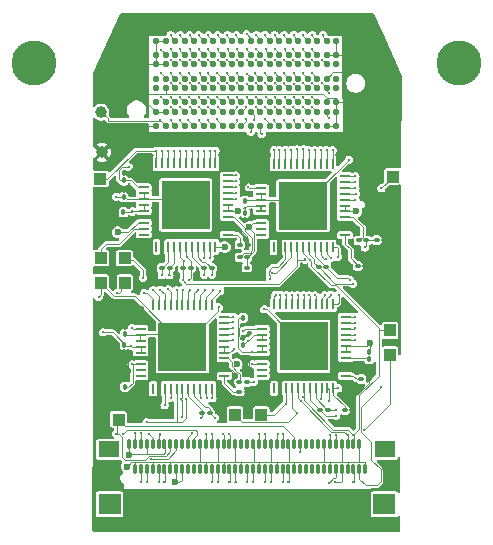
<source format=gbr>
G04 #@! TF.GenerationSoftware,KiCad,Pcbnew,9.0.5*
G04 #@! TF.CreationDate,2025-10-24T14:39:14-07:00*
G04 #@! TF.ProjectId,iris-128b,69726973-2d31-4323-9862-2e6b69636164,rev?*
G04 #@! TF.SameCoordinates,Original*
G04 #@! TF.FileFunction,Copper,L1,Top*
G04 #@! TF.FilePolarity,Positive*
%FSLAX46Y46*%
G04 Gerber Fmt 4.6, Leading zero omitted, Abs format (unit mm)*
G04 Created by KiCad (PCBNEW 9.0.5) date 2025-10-24 14:39:14*
%MOMM*%
%LPD*%
G01*
G04 APERTURE LIST*
G04 Aperture macros list*
%AMRoundRect*
0 Rectangle with rounded corners*
0 $1 Rounding radius*
0 $2 $3 $4 $5 $6 $7 $8 $9 X,Y pos of 4 corners*
0 Add a 4 corners polygon primitive as box body*
4,1,4,$2,$3,$4,$5,$6,$7,$8,$9,$2,$3,0*
0 Add four circle primitives for the rounded corners*
1,1,$1+$1,$2,$3*
1,1,$1+$1,$4,$5*
1,1,$1+$1,$6,$7*
1,1,$1+$1,$8,$9*
0 Add four rect primitives between the rounded corners*
20,1,$1+$1,$2,$3,$4,$5,0*
20,1,$1+$1,$4,$5,$6,$7,0*
20,1,$1+$1,$6,$7,$8,$9,0*
20,1,$1+$1,$8,$9,$2,$3,0*%
G04 Aperture macros list end*
G04 #@! TA.AperFunction,SMDPad,CuDef*
%ADD10R,1.000000X1.000000*%
G04 #@! TD*
G04 #@! TA.AperFunction,SMDPad,CuDef*
%ADD11RoundRect,0.100000X-0.100000X0.130000X-0.100000X-0.130000X0.100000X-0.130000X0.100000X0.130000X0*%
G04 #@! TD*
G04 #@! TA.AperFunction,SMDPad,CuDef*
%ADD12R,0.900000X0.250000*%
G04 #@! TD*
G04 #@! TA.AperFunction,SMDPad,CuDef*
%ADD13R,0.250000X0.900000*%
G04 #@! TD*
G04 #@! TA.AperFunction,SMDPad,CuDef*
%ADD14R,4.100000X4.100000*%
G04 #@! TD*
G04 #@! TA.AperFunction,SMDPad,CuDef*
%ADD15RoundRect,0.100000X0.130000X0.100000X-0.130000X0.100000X-0.130000X-0.100000X0.130000X-0.100000X0*%
G04 #@! TD*
G04 #@! TA.AperFunction,SMDPad,CuDef*
%ADD16RoundRect,0.100000X-0.130000X-0.100000X0.130000X-0.100000X0.130000X0.100000X-0.130000X0.100000X0*%
G04 #@! TD*
G04 #@! TA.AperFunction,ComponentPad*
%ADD17C,3.800000*%
G04 #@! TD*
G04 #@! TA.AperFunction,SMDPad,CuDef*
%ADD18RoundRect,0.100000X0.100000X-0.130000X0.100000X0.130000X-0.100000X0.130000X-0.100000X-0.130000X0*%
G04 #@! TD*
G04 #@! TA.AperFunction,ComponentPad*
%ADD19C,1.000000*%
G04 #@! TD*
G04 #@! TA.AperFunction,SMDPad,CuDef*
%ADD20C,0.560000*%
G04 #@! TD*
G04 #@! TA.AperFunction,SMDPad,CuDef*
%ADD21RoundRect,0.155000X-0.000010X-0.300000X0.000010X-0.300000X0.000010X0.300000X-0.000010X0.300000X0*%
G04 #@! TD*
G04 #@! TA.AperFunction,SMDPad,CuDef*
%ADD22R,1.810000X1.380000*%
G04 #@! TD*
G04 #@! TA.AperFunction,SMDPad,CuDef*
%ADD23R,1.950000X1.800000*%
G04 #@! TD*
G04 #@! TA.AperFunction,ViaPad*
%ADD24C,0.304800*%
G04 #@! TD*
G04 #@! TA.AperFunction,ViaPad*
%ADD25C,0.600000*%
G04 #@! TD*
G04 #@! TA.AperFunction,Conductor*
%ADD26C,0.076200*%
G04 #@! TD*
G04 #@! TA.AperFunction,Conductor*
%ADD27C,0.177800*%
G04 #@! TD*
G04 #@! TA.AperFunction,Conductor*
%ADD28C,0.200000*%
G04 #@! TD*
G04 APERTURE END LIST*
D10*
X102260000Y-92280000D03*
D11*
X114500000Y-95155000D03*
X114500000Y-95795000D03*
D10*
X104325000Y-101075000D03*
X113650000Y-112250000D03*
D12*
X105652220Y-103990240D03*
X105652220Y-104490240D03*
X105652220Y-104990240D03*
X105652220Y-105490240D03*
X105652220Y-105990240D03*
X105652220Y-106490240D03*
X105652220Y-106990240D03*
X105652220Y-107490240D03*
X105652220Y-107990240D03*
X105652220Y-108490240D03*
X105652220Y-108990240D03*
D13*
X106702220Y-110040240D03*
X107202220Y-110040240D03*
X107702220Y-110040240D03*
X108202220Y-110040240D03*
X108702220Y-110040240D03*
X109202220Y-110040240D03*
X109702220Y-110040240D03*
X110202220Y-110040240D03*
X110702220Y-110040240D03*
X111202220Y-110040240D03*
X111702220Y-110040240D03*
D12*
X112752220Y-108990240D03*
X112752220Y-108490240D03*
X112752220Y-107990240D03*
X112752220Y-107490240D03*
X112752220Y-106990240D03*
X112752220Y-106490240D03*
X112752220Y-105990240D03*
X112752220Y-105490240D03*
X112752220Y-104990240D03*
X112752220Y-104490240D03*
X112752220Y-103990240D03*
D13*
X111702220Y-102940240D03*
X111202220Y-102940240D03*
X110702220Y-102940240D03*
X110202220Y-102940240D03*
X109702220Y-102940240D03*
X109202220Y-102940240D03*
X108702220Y-102940240D03*
X108202220Y-102940240D03*
X107702220Y-102940240D03*
X107202220Y-102940240D03*
X106702220Y-102940240D03*
D14*
X109202220Y-106490240D03*
D10*
X104300000Y-99000000D03*
X102300000Y-99000000D03*
D11*
X104275000Y-106330000D03*
X104275000Y-106970000D03*
X104200000Y-95105000D03*
X104200000Y-95745000D03*
D10*
X126775000Y-105125000D03*
D15*
X108108030Y-99832870D03*
X107468030Y-99832870D03*
D16*
X110878380Y-112102900D03*
X111518380Y-112102900D03*
D10*
X102290880Y-101071680D03*
D16*
X109248570Y-99843550D03*
X109888570Y-99843550D03*
X111048570Y-99843550D03*
X111688570Y-99843550D03*
D17*
X96650000Y-82485000D03*
D16*
X114079020Y-97886520D03*
X114719020Y-97886520D03*
D18*
X104300000Y-105445000D03*
X104300000Y-104805000D03*
D10*
X127022860Y-92100400D03*
D12*
X115925130Y-103968810D03*
X115925130Y-104468810D03*
X115925130Y-104968810D03*
X115925130Y-105468810D03*
X115925130Y-105968810D03*
X115925130Y-106468810D03*
X115925130Y-106968810D03*
X115925130Y-107468810D03*
X115925130Y-107968810D03*
X115925130Y-108468810D03*
X115925130Y-108968810D03*
D13*
X116975130Y-110018810D03*
X117475130Y-110018810D03*
X117975130Y-110018810D03*
X118475130Y-110018810D03*
X118975130Y-110018810D03*
X119475130Y-110018810D03*
X119975130Y-110018810D03*
X120475130Y-110018810D03*
X120975130Y-110018810D03*
X121475130Y-110018810D03*
X121975130Y-110018810D03*
D12*
X123025130Y-108968810D03*
X123025130Y-108468810D03*
X123025130Y-107968810D03*
X123025130Y-107468810D03*
X123025130Y-106968810D03*
X123025130Y-106468810D03*
X123025130Y-105968810D03*
X123025130Y-105468810D03*
X123025130Y-104968810D03*
X123025130Y-104468810D03*
X123025130Y-103968810D03*
D13*
X121975130Y-102918810D03*
X121475130Y-102918810D03*
X120975130Y-102918810D03*
X120475130Y-102918810D03*
X119975130Y-102918810D03*
X119475130Y-102918810D03*
X118975130Y-102918810D03*
X118475130Y-102918810D03*
X117975130Y-102918810D03*
X117475130Y-102918810D03*
X116975130Y-102918810D03*
D14*
X119475130Y-106468810D03*
D19*
X102380000Y-90030000D03*
D16*
X122955000Y-111850000D03*
X123595000Y-111850000D03*
X120844970Y-111856150D03*
X121484970Y-111856150D03*
D18*
X114325000Y-104045000D03*
X114325000Y-103405000D03*
D19*
X102334060Y-86647020D03*
D15*
X114645000Y-99800000D03*
X114005000Y-99800000D03*
D10*
X103800000Y-112700000D03*
D12*
X115864400Y-92045280D03*
X115864400Y-92545280D03*
X115864400Y-93045280D03*
X115864400Y-93545280D03*
X115864400Y-94045280D03*
X115864400Y-94545280D03*
X115864400Y-95045280D03*
X115864400Y-95545280D03*
X115864400Y-96045280D03*
X115864400Y-96545280D03*
X115864400Y-97045280D03*
D13*
X116914400Y-98095280D03*
X117414400Y-98095280D03*
X117914400Y-98095280D03*
X118414400Y-98095280D03*
X118914400Y-98095280D03*
X119414400Y-98095280D03*
X119914400Y-98095280D03*
X120414400Y-98095280D03*
X120914400Y-98095280D03*
X121414400Y-98095280D03*
X121914400Y-98095280D03*
D12*
X122964400Y-97045280D03*
X122964400Y-96545280D03*
X122964400Y-96045280D03*
X122964400Y-95545280D03*
X122964400Y-95045280D03*
X122964400Y-94545280D03*
X122964400Y-94045280D03*
X122964400Y-93545280D03*
X122964400Y-93045280D03*
X122964400Y-92545280D03*
X122964400Y-92045280D03*
D13*
X121914400Y-90995280D03*
X121414400Y-90995280D03*
X120914400Y-90995280D03*
X120414400Y-90995280D03*
X119914400Y-90995280D03*
X119414400Y-90995280D03*
X118914400Y-90995280D03*
X118414400Y-90995280D03*
X117914400Y-90995280D03*
X117414400Y-90995280D03*
X116914400Y-90995280D03*
D14*
X119414400Y-94545280D03*
D10*
X126775000Y-107175000D03*
D18*
X104350000Y-109895000D03*
X104350000Y-109255000D03*
D11*
X104225000Y-91780000D03*
X104225000Y-92420000D03*
D18*
X104225000Y-93845000D03*
X104225000Y-93205000D03*
D16*
X114030000Y-109470000D03*
X114670000Y-109470000D03*
X125655000Y-97475000D03*
X126295000Y-97475000D03*
X120723570Y-99743550D03*
X121363570Y-99743550D03*
D18*
X114497104Y-94150648D03*
X114497104Y-93510648D03*
D17*
X132650000Y-82485000D03*
D10*
X126775000Y-105125000D03*
D18*
X114300000Y-106395000D03*
X114300000Y-105755000D03*
D12*
X105942120Y-92000000D03*
X105942120Y-92500000D03*
X105942120Y-93000000D03*
X105942120Y-93500000D03*
X105942120Y-94000000D03*
X105942120Y-94500000D03*
X105942120Y-95000000D03*
X105942120Y-95500000D03*
X105942120Y-96000000D03*
X105942120Y-96500000D03*
X105942120Y-97000000D03*
D13*
X106992120Y-98050000D03*
X107492120Y-98050000D03*
X107992120Y-98050000D03*
X108492120Y-98050000D03*
X108992120Y-98050000D03*
X109492120Y-98050000D03*
X109992120Y-98050000D03*
X110492120Y-98050000D03*
X110992120Y-98050000D03*
X111492120Y-98050000D03*
X111992120Y-98050000D03*
D12*
X113042120Y-97000000D03*
X113042120Y-96500000D03*
X113042120Y-96000000D03*
X113042120Y-95500000D03*
X113042120Y-95000000D03*
X113042120Y-94500000D03*
X113042120Y-94000000D03*
X113042120Y-93500000D03*
X113042120Y-93000000D03*
X113042120Y-92500000D03*
X113042120Y-92000000D03*
D13*
X111992120Y-90950000D03*
X111492120Y-90950000D03*
X110992120Y-90950000D03*
X110492120Y-90950000D03*
X109992120Y-90950000D03*
X109492120Y-90950000D03*
X108992120Y-90950000D03*
X108492120Y-90950000D03*
X107992120Y-90950000D03*
X107492120Y-90950000D03*
X106992120Y-90950000D03*
D14*
X109492120Y-94500000D03*
D16*
X124130000Y-97500000D03*
X124770000Y-97500000D03*
X124339270Y-109240000D03*
X124979270Y-109240000D03*
D20*
X107000000Y-84600000D03*
X107000000Y-85800000D03*
X122200000Y-82600000D03*
X122200000Y-83800000D03*
X108600000Y-80600000D03*
X108600000Y-81800000D03*
X108600000Y-82600000D03*
X108600000Y-83800000D03*
X108600000Y-84600000D03*
X108600000Y-85800000D03*
X108600000Y-86600000D03*
X108600000Y-87800000D03*
X109400000Y-80600000D03*
X109400000Y-81800000D03*
X109400000Y-87800000D03*
X109400000Y-86600000D03*
X109400000Y-85800000D03*
X109400000Y-84600000D03*
X109400000Y-83800000D03*
X109400000Y-82600000D03*
X119800000Y-80600000D03*
X119800000Y-81800000D03*
X119800000Y-82600000D03*
X119800000Y-83800000D03*
X119800000Y-84600000D03*
X119800000Y-85800000D03*
X119800000Y-86600000D03*
X119800000Y-87800000D03*
X120600000Y-87800000D03*
X120600000Y-86600000D03*
X120600000Y-85800000D03*
X120600000Y-84600000D03*
X120600000Y-83800000D03*
X120600000Y-82600000D03*
X120600000Y-81800000D03*
X120600000Y-80600000D03*
X111800000Y-80600000D03*
X111800000Y-81800000D03*
X111800000Y-82600000D03*
X111800000Y-83800000D03*
X111800000Y-84600000D03*
X111800000Y-85800000D03*
X111800000Y-86600000D03*
X111800000Y-87800000D03*
X112600000Y-80600000D03*
X112600000Y-81800000D03*
X112600000Y-87800000D03*
X112600000Y-86600000D03*
X112600000Y-85800000D03*
X112600000Y-84600000D03*
X112600000Y-83800000D03*
X112600000Y-82600000D03*
X115800000Y-81800000D03*
X116600000Y-81800000D03*
X117400000Y-81800000D03*
X115000000Y-82600000D03*
X115800000Y-82600000D03*
X117400000Y-82600000D03*
X116600000Y-82600000D03*
X115800000Y-83800000D03*
X116600000Y-83800000D03*
X117400000Y-83800000D03*
X117400000Y-84600000D03*
X115000000Y-81800000D03*
X117400000Y-80600000D03*
X116600000Y-80600000D03*
X115800000Y-80600000D03*
X115000000Y-80600000D03*
X111000000Y-81800000D03*
X111000000Y-82600000D03*
X111000000Y-83800000D03*
X111000000Y-84600000D03*
X111000000Y-85800000D03*
X111000000Y-86600000D03*
X111000000Y-87800000D03*
X111000000Y-80600000D03*
X110200000Y-87800000D03*
X110200000Y-86600000D03*
X110200000Y-85800000D03*
X110200000Y-84600000D03*
X110200000Y-83800000D03*
X110200000Y-82600000D03*
X110200000Y-81800000D03*
X110200000Y-80600000D03*
X119000000Y-80600000D03*
X119000000Y-81800000D03*
X119000000Y-82600000D03*
X119000000Y-83800000D03*
X119000000Y-84600000D03*
X119000000Y-85800000D03*
X119000000Y-86600000D03*
X119000000Y-87800000D03*
X118200000Y-87800000D03*
X118200000Y-86600000D03*
X118200000Y-85800000D03*
X118200000Y-81800000D03*
X118200000Y-82600000D03*
X118200000Y-83800000D03*
X118200000Y-84600000D03*
X118200000Y-80600000D03*
X114200000Y-85800000D03*
X114200000Y-86600000D03*
X114200000Y-87800000D03*
X113400000Y-87800000D03*
X113400000Y-86600000D03*
X113400000Y-85800000D03*
X113400000Y-84600000D03*
X113400000Y-83800000D03*
X113400000Y-82600000D03*
X113400000Y-81800000D03*
X113400000Y-80600000D03*
X114200000Y-80600000D03*
X114200000Y-81800000D03*
X114200000Y-82600000D03*
X114200000Y-83800000D03*
X114200000Y-84600000D03*
X116600000Y-84600000D03*
X115800000Y-84600000D03*
X117400000Y-85800000D03*
X116600000Y-85800000D03*
X115800000Y-85800000D03*
X117400000Y-86600000D03*
X116600000Y-86600000D03*
X115800000Y-86600000D03*
X117400000Y-87800000D03*
X116600000Y-87800000D03*
X115800000Y-87800000D03*
X115000000Y-83800000D03*
X115000000Y-84600000D03*
X115000000Y-85800000D03*
X115000000Y-86600000D03*
X115000000Y-87800000D03*
X107000000Y-80600000D03*
X107000000Y-81800000D03*
X107000000Y-82600000D03*
X107000000Y-86600000D03*
X107000000Y-87800000D03*
X107800000Y-80600000D03*
X107800000Y-82600000D03*
X107800000Y-84600000D03*
X107800000Y-86600000D03*
X121400000Y-81800000D03*
X121400000Y-83800000D03*
X121400000Y-85800000D03*
X121400000Y-87800000D03*
X122200000Y-80600000D03*
X122200000Y-81800000D03*
X122200000Y-85800000D03*
X122200000Y-86600000D03*
X122200000Y-87800000D03*
X107000000Y-83800000D03*
X122200000Y-84600000D03*
X107800000Y-81800000D03*
X107800000Y-83800000D03*
X121400000Y-80600000D03*
X121400000Y-82600000D03*
X107800000Y-85800000D03*
X107800000Y-87800000D03*
X121400000Y-84600000D03*
X121400000Y-86600000D03*
D10*
X115875000Y-112250000D03*
D18*
X125025000Y-107545000D03*
X125025000Y-106905000D03*
D16*
X124055000Y-99650000D03*
X124695000Y-99650000D03*
X114030000Y-110310000D03*
X114670000Y-110310000D03*
D21*
X104680000Y-114700000D03*
X105180000Y-114700000D03*
X105680000Y-114700000D03*
X106180000Y-114700000D03*
X106680000Y-114700000D03*
X107180000Y-114700000D03*
X107680000Y-114700000D03*
X108180000Y-114700000D03*
X108680000Y-114700000D03*
X109180000Y-114700000D03*
X109680000Y-114700000D03*
X110180000Y-114700000D03*
X110680000Y-114700000D03*
X111180000Y-114700000D03*
X111680000Y-114700000D03*
X112180000Y-114700000D03*
X112680000Y-114700000D03*
X113180000Y-114700000D03*
X113680000Y-114700000D03*
X114180000Y-114700000D03*
X114680000Y-114700000D03*
X115180000Y-114700000D03*
X115680000Y-114700000D03*
X116180000Y-114700000D03*
X116680000Y-114700000D03*
X117180000Y-114700000D03*
X117680000Y-114700000D03*
X118180000Y-114700000D03*
X118680000Y-114700000D03*
X119180000Y-114700000D03*
X119680000Y-114700000D03*
X120180000Y-114700000D03*
X120680000Y-114700000D03*
X121180000Y-114700000D03*
X121680000Y-114700000D03*
X122180000Y-114700000D03*
X122680000Y-114700000D03*
X123180000Y-114700000D03*
X123680000Y-114700000D03*
X124180000Y-114700000D03*
X105180000Y-116890000D03*
X105680000Y-116890000D03*
X106180000Y-116890000D03*
X106680000Y-116890000D03*
X107180000Y-116890000D03*
X107680000Y-116890000D03*
X108180000Y-116890000D03*
X108680000Y-116890000D03*
X109180000Y-116890000D03*
X109680000Y-116890000D03*
X110180000Y-116890000D03*
X110680000Y-116890000D03*
X111180000Y-116890000D03*
X111680000Y-116890000D03*
X112180000Y-116890000D03*
X112680000Y-116890000D03*
X113180000Y-116890000D03*
X113680000Y-116890000D03*
X114180000Y-116890000D03*
X114680000Y-116890000D03*
X115180000Y-116890000D03*
X115680000Y-116890000D03*
X116180000Y-116890000D03*
X116680000Y-116890000D03*
X117180000Y-116890000D03*
X117680000Y-116890000D03*
X118180000Y-116890000D03*
X118680000Y-116890000D03*
X119180000Y-116890000D03*
X119680000Y-116890000D03*
X120180000Y-116890000D03*
X120680000Y-116890000D03*
X121180000Y-116890000D03*
X121680000Y-116890000D03*
X122180000Y-116890000D03*
X122680000Y-116890000D03*
X123180000Y-116890000D03*
X123680000Y-116890000D03*
X124180000Y-116890000D03*
X124680000Y-116890000D03*
D22*
X103010000Y-115200000D03*
D23*
X103030000Y-119850000D03*
X126300000Y-119850000D03*
D22*
X126350000Y-115180000D03*
D16*
X114055000Y-98925000D03*
X114695000Y-98925000D03*
D24*
X114287500Y-105193306D03*
X104930068Y-104883300D03*
D25*
X114575000Y-121225000D03*
X105920000Y-91170000D03*
D24*
X114975000Y-95750000D03*
D25*
X126325000Y-116650000D03*
X113627646Y-108979260D03*
X104479560Y-116644300D03*
X114925000Y-91325000D03*
X114950000Y-108510000D03*
X124960000Y-108530000D03*
D24*
X114042120Y-96500000D03*
D25*
X104575000Y-80425000D03*
X112660000Y-110570000D03*
X103400000Y-93150000D03*
X124000000Y-96500000D03*
X104560000Y-108530000D03*
X104680000Y-115660000D03*
X115740000Y-99090000D03*
X105900000Y-84975000D03*
X105675000Y-103300000D03*
X114575000Y-102050000D03*
X116794300Y-110913030D03*
X127025000Y-94025000D03*
X113020000Y-103420000D03*
X107240000Y-111110000D03*
D24*
X124600000Y-92250000D03*
D25*
X124450000Y-85300000D03*
X107362751Y-99079640D03*
X114925000Y-79200000D03*
X115410000Y-110290000D03*
X124375000Y-100500000D03*
X114870720Y-96389475D03*
X125071000Y-106225000D03*
X113785700Y-107992955D03*
X113875000Y-95000000D03*
D24*
X124648570Y-98093550D03*
X113525000Y-106690000D03*
X115240000Y-109470000D03*
X126050000Y-93075000D03*
X104890000Y-107990000D03*
D25*
X103710000Y-96790000D03*
D24*
X111740000Y-110860000D03*
X122348570Y-98893550D03*
D25*
X123898570Y-95043550D03*
D24*
X122380000Y-110010000D03*
D25*
X108575000Y-117975000D03*
X112795700Y-98060000D03*
D24*
X115123107Y-107983824D03*
X114471643Y-94728599D03*
X104850000Y-106425000D03*
X104950000Y-95050000D03*
X103600000Y-113875000D03*
X115125000Y-106950000D03*
X102481700Y-105275000D03*
X103575000Y-93800000D03*
X102100700Y-102275000D03*
X112259974Y-103175000D03*
X116130000Y-103320000D03*
X119175000Y-115450000D03*
X114775000Y-106000000D03*
X123300000Y-90675000D03*
X106550070Y-115998100D03*
X119986629Y-99136631D03*
X123677300Y-113976800D03*
X119407432Y-110754160D03*
X109550000Y-98900000D03*
X109050000Y-110950000D03*
X109720000Y-100850750D03*
X109202220Y-112450000D03*
X109300000Y-99227240D03*
X109500000Y-110950000D03*
X119586414Y-99113586D03*
X123177300Y-113976800D03*
X106169112Y-112880888D03*
X119200000Y-111100000D03*
X109248570Y-100850750D03*
X124575000Y-113525000D03*
X118878861Y-112090164D03*
X108098570Y-100443550D03*
X108202220Y-110800000D03*
X126000000Y-109937896D03*
X116770000Y-100248740D03*
X121100000Y-80100000D03*
X107400000Y-85375000D03*
X121600000Y-87150000D03*
X104640000Y-91280000D03*
X121625000Y-85050000D03*
X121010680Y-82209640D03*
X107425000Y-81350000D03*
X121000000Y-84200000D03*
X114751104Y-92983304D03*
X107341470Y-87292688D03*
X107400000Y-83350000D03*
X108200000Y-82200000D03*
X107998570Y-89893550D03*
X109000000Y-84200000D03*
X113725000Y-93000000D03*
X108200000Y-87297768D03*
X110498570Y-89893550D03*
X107498570Y-89893550D03*
X108200000Y-81320640D03*
X109016800Y-86217760D03*
X113725000Y-92000000D03*
X109016800Y-83344512D03*
X113750000Y-93450000D03*
X108498570Y-89893550D03*
X108196888Y-83347560D03*
X108957142Y-87311485D03*
X111998570Y-89893550D03*
X106998570Y-89893550D03*
X108200000Y-80100000D03*
X113725000Y-92500000D03*
X109006640Y-85349080D03*
X110998570Y-89893550D03*
X109000000Y-80100000D03*
X108200000Y-85359240D03*
X109498570Y-89893550D03*
X108998570Y-89893550D03*
X108200000Y-84200000D03*
X113750000Y-93993550D03*
X109022872Y-82222872D03*
X111498570Y-89893550D03*
X109026960Y-81325720D03*
X109998570Y-89893550D03*
X108200000Y-86200000D03*
X123850000Y-94045280D03*
X120200000Y-80100000D03*
X123822820Y-92545280D03*
X120159272Y-83292696D03*
X123839740Y-93045280D03*
X120200000Y-82200000D03*
X121748570Y-98993550D03*
X107338072Y-113870952D03*
X117398570Y-89843550D03*
X119410480Y-81315560D03*
X123860160Y-93545280D03*
X120200000Y-81330800D03*
X123643400Y-101148740D03*
X107177300Y-117926800D03*
X120200420Y-86202520D03*
X121398570Y-89843550D03*
X120898570Y-89843550D03*
X120203976Y-87278464D03*
X119450000Y-89800000D03*
X119405400Y-85341700D03*
X117914400Y-89825000D03*
X119400000Y-82200000D03*
X107677300Y-117926800D03*
X123376256Y-100842040D03*
X119400000Y-87287608D03*
X120398570Y-89843550D03*
X116948570Y-89843550D03*
X119400000Y-80100000D03*
X118900000Y-89800000D03*
X119400000Y-84200000D03*
X119400000Y-86200000D03*
X119898570Y-89843550D03*
X121348570Y-99043550D03*
X106365000Y-113861800D03*
X118398570Y-89843550D03*
X119383048Y-83298792D03*
X120200000Y-84200000D03*
X123836440Y-92045280D03*
X121914400Y-89843550D03*
X120175020Y-85341700D03*
X110786219Y-110852133D03*
X111177300Y-113926800D03*
X110775000Y-112575000D03*
X111677300Y-117976800D03*
X106710000Y-101690000D03*
X111400657Y-81314582D03*
X111944000Y-112525000D03*
X112177300Y-117976800D03*
X111677300Y-113926800D03*
X111300000Y-110875000D03*
X111400000Y-80133500D03*
X105940000Y-101950000D03*
X112232440Y-81295240D03*
X111775000Y-101700000D03*
X113508670Y-104946690D03*
X112200000Y-84200000D03*
X112200000Y-86200000D03*
X113508670Y-103974090D03*
X107990000Y-101650000D03*
X111377984Y-83297776D03*
X111400000Y-87261192D03*
X110490000Y-101675000D03*
X108700000Y-101700000D03*
X111377171Y-84199999D03*
X111400000Y-86200000D03*
X109850000Y-101675000D03*
X112200000Y-82200000D03*
X113508670Y-105946690D03*
X113727300Y-117976800D03*
X122207175Y-111889193D03*
X112200000Y-80133500D03*
X111125000Y-101700000D03*
X112105440Y-87244936D03*
X112400000Y-101750000D03*
X112167473Y-85341700D03*
X113508670Y-104446690D03*
X111375000Y-85350000D03*
X109235000Y-101685000D03*
X113177300Y-117976800D03*
X122210000Y-112350000D03*
X112146073Y-83304378D03*
X113508670Y-105446690D03*
X111400000Y-82200000D03*
X107340000Y-101680000D03*
X112677300Y-113926800D03*
X120961739Y-110919660D03*
X115409980Y-82204560D03*
X118950000Y-102120000D03*
X119460000Y-102120000D03*
X117000000Y-82200001D03*
X121571442Y-111064300D03*
X113177300Y-113926800D03*
X117033040Y-81285080D03*
X118000000Y-102130000D03*
X115370864Y-83323176D03*
X120410000Y-102140000D03*
X114644100Y-82245360D03*
X118470000Y-102130000D03*
X123780000Y-103970000D03*
X114701320Y-81295240D03*
X121760000Y-102110000D03*
X117006624Y-83341464D03*
X116207540Y-82209640D03*
X119930000Y-102140000D03*
X117000000Y-84200000D03*
X122420000Y-102110000D03*
X121230000Y-102120000D03*
X116205000Y-83324192D03*
X114677300Y-117976800D03*
X117000000Y-80100000D03*
X123770000Y-104450000D03*
X115177300Y-117976800D03*
X116270514Y-81295212D03*
X117490000Y-102110000D03*
X115453160Y-81305400D03*
X117087499Y-102087498D03*
X116175000Y-80100000D03*
X123780000Y-104950000D03*
X123770000Y-105520000D03*
X115450000Y-80100000D03*
X123790000Y-105940000D03*
X114644100Y-80064114D03*
X104171086Y-113853914D03*
X109702783Y-87300616D03*
X110600000Y-81315560D03*
X110600000Y-87302848D03*
X116177300Y-117976800D03*
X109787802Y-83364974D03*
X109800000Y-82200000D03*
X109800000Y-86200000D03*
X110600000Y-85364320D03*
X110686537Y-83313464D03*
X109855000Y-81325720D03*
X116677300Y-117976800D03*
X118177300Y-117976800D03*
X109793134Y-85370306D03*
X110600000Y-82200000D03*
X109800000Y-80133500D03*
X110600000Y-86200000D03*
X117677300Y-117976800D03*
X110600000Y-80133500D03*
X110600000Y-84200000D03*
X109800000Y-84200000D03*
X110012171Y-113812171D03*
X117796604Y-87301297D03*
X117861080Y-81295240D03*
X117814344Y-84208112D03*
X118608856Y-84215224D03*
X118625000Y-80100000D03*
X117812820Y-82209640D03*
X117830600Y-83310984D03*
X118604151Y-85345851D03*
X117852629Y-85341700D03*
X116227300Y-113926800D03*
X118600000Y-86200000D03*
X118562500Y-81314672D03*
X117800000Y-80100000D03*
X118600000Y-82200000D03*
X118645432Y-87293704D03*
X118622064Y-83366356D03*
X121580000Y-118000000D03*
X115677300Y-113926800D03*
X117805200Y-86210140D03*
X122077100Y-117990000D03*
X113000000Y-80100000D03*
X113000000Y-82200000D03*
X113030000Y-81285080D03*
X113800000Y-82200000D03*
X117677300Y-113926800D03*
X113786920Y-81285080D03*
X114575000Y-86225000D03*
X113800000Y-85341700D03*
X113799112Y-87269320D03*
X113833300Y-83297776D03*
X113004600Y-83329272D03*
X117267200Y-113858300D03*
X113800000Y-86200000D03*
X113000000Y-84200000D03*
X113786800Y-84188260D03*
X113776940Y-80123060D03*
X113052860Y-85341700D03*
X114570256Y-87259160D03*
X115912500Y-88487500D03*
X116997790Y-86197790D03*
X116200000Y-84200000D03*
X122177300Y-113976800D03*
X116949084Y-87276255D03*
X117028402Y-85348137D03*
X115297600Y-87277448D03*
X115412520Y-86212680D03*
X114635249Y-85364591D03*
X116199920Y-86205060D03*
X115000000Y-88325000D03*
X116238020Y-85346540D03*
X114625000Y-84225384D03*
X115403376Y-84194904D03*
X115388220Y-85363219D03*
X121677300Y-113976800D03*
X114672501Y-83375085D03*
X116200936Y-87247984D03*
X107448570Y-100443550D03*
X118008577Y-111331424D03*
X116615784Y-100765784D03*
X123677300Y-117975000D03*
X107700000Y-111450000D03*
X111698570Y-100393550D03*
X106177300Y-117926800D03*
X105677300Y-117926800D03*
X111048570Y-100393550D03*
X105855000Y-100655000D03*
X105677300Y-113826800D03*
X111498570Y-98993550D03*
X111007800Y-98985649D03*
X103700000Y-101930000D03*
X105177300Y-113826800D03*
D26*
X107341470Y-87292688D02*
X107284158Y-87350000D01*
X114287500Y-105193306D02*
X114511996Y-104968810D01*
X107800000Y-85800000D02*
X107800000Y-85775000D01*
X107341470Y-87292688D02*
X107341470Y-87341470D01*
X114751104Y-92983304D02*
X114813080Y-93045280D01*
X104930068Y-104883300D02*
X105037008Y-104990240D01*
X107800000Y-81800000D02*
X107800000Y-81725000D01*
X107800000Y-83800000D02*
X107800000Y-83750000D01*
X121400000Y-84600000D02*
X121400000Y-84825000D01*
X121010680Y-82209640D02*
X121010680Y-82210680D01*
X114511996Y-104968810D02*
X115925130Y-104968810D01*
X105037008Y-104990240D02*
X105652220Y-104990240D01*
X122920760Y-81886552D02*
X122928888Y-81894680D01*
X115410000Y-110290000D02*
X115330000Y-110300000D01*
X104880240Y-107490240D02*
X104560000Y-107810480D01*
X121075000Y-85075000D02*
X121400000Y-85400000D01*
X114695000Y-97152880D02*
X114042120Y-96500000D01*
X116664000Y-116250000D02*
X114060000Y-116250000D01*
X114180000Y-117025000D02*
X114200000Y-117005000D01*
X113042120Y-96000000D02*
X113042120Y-96500000D01*
X105920000Y-92022120D02*
X105920000Y-92477880D01*
X114695000Y-97850000D02*
X114695000Y-97152880D01*
X107000000Y-82600000D02*
X107800000Y-82600000D01*
X114800000Y-107675000D02*
X114800000Y-108360000D01*
X107800000Y-84600000D02*
X107800000Y-85075000D01*
X105675000Y-103967460D02*
X105652220Y-103990240D01*
X105900000Y-84975000D02*
X105900000Y-82897184D01*
X122879928Y-81800000D02*
X122920760Y-81840832D01*
X105900000Y-85500000D02*
X105900000Y-84975000D01*
X105900000Y-84975000D02*
X106000000Y-85075000D01*
X122200000Y-87800000D02*
X122200000Y-85400000D01*
X122689000Y-116236680D02*
X122689000Y-114832000D01*
X115179720Y-95545280D02*
X115864400Y-95545280D01*
X103495000Y-93055000D02*
X103400000Y-93150000D01*
X107000000Y-86600000D02*
X105900000Y-85500000D01*
X122928888Y-81894680D02*
X122928888Y-83211416D01*
X114414096Y-93427640D02*
X114414096Y-92862096D01*
X124680000Y-116254312D02*
X124680000Y-116890000D01*
X113689384Y-116250000D02*
X113689000Y-116249616D01*
X115006190Y-107468810D02*
X114800000Y-107675000D01*
X122928888Y-83211416D02*
X121988584Y-83211416D01*
X124960000Y-109600000D02*
X124960000Y-108530000D01*
X122200000Y-80600000D02*
X122200000Y-81800000D01*
X114020800Y-104954200D02*
X114506190Y-104468810D01*
X121400000Y-87800000D02*
X122200000Y-87800000D01*
X107689000Y-115461000D02*
X107689000Y-114832000D01*
X124960000Y-108530000D02*
X124970000Y-108670000D01*
X115689000Y-117067000D02*
X115689000Y-116250000D01*
X104530000Y-95720000D02*
X104125000Y-95720000D01*
X124680000Y-117040000D02*
X124680000Y-116552000D01*
D27*
X115641130Y-99188870D02*
X115740000Y-99090000D01*
D26*
X104689000Y-114832000D02*
X104689000Y-115529000D01*
X107000000Y-80600000D02*
X107000000Y-81800000D01*
X122200000Y-81800000D02*
X122879928Y-81800000D01*
X106836675Y-82763325D02*
X107000000Y-82600000D01*
X114930000Y-95795000D02*
X114450000Y-95795000D01*
X106689000Y-116264871D02*
X106689000Y-117067000D01*
X124139000Y-116245992D02*
X124139000Y-114832000D01*
X122702320Y-116250000D02*
X122689000Y-116236680D01*
X113400000Y-108490240D02*
X112752220Y-108490240D01*
X105652220Y-107490240D02*
X104880240Y-107490240D01*
X114060000Y-116250000D02*
X106703871Y-116250000D01*
X124675688Y-116250000D02*
X124680000Y-116254312D01*
X124979270Y-109240000D02*
X124979270Y-108679270D01*
X117189000Y-117067000D02*
X117189000Y-116264000D01*
X122200000Y-81800000D02*
X121400000Y-81800000D01*
X105675000Y-103300000D02*
X105675000Y-103967460D01*
X112752220Y-108490240D02*
X112708670Y-108446690D01*
X124960000Y-108530000D02*
X124898810Y-108468810D01*
X123595000Y-111850000D02*
X123595000Y-110965000D01*
X124001560Y-96500000D02*
X124000000Y-96500000D01*
D28*
X107362751Y-99079640D02*
X107362751Y-98737249D01*
D26*
X124979270Y-108679270D02*
X124960000Y-108530000D01*
X123172008Y-116250000D02*
X123189000Y-116266992D01*
X107202220Y-110897780D02*
X107240000Y-111110000D01*
X114497104Y-93510648D02*
X114414096Y-93427640D01*
X122928888Y-83211416D02*
X122928888Y-85692488D01*
X113400000Y-108490240D02*
X113627646Y-108717886D01*
X115263000Y-116250000D02*
X115263000Y-114906000D01*
X123172008Y-116250000D02*
X124675688Y-116250000D01*
X112689000Y-117067000D02*
X112689000Y-116264000D01*
X117086970Y-110913030D02*
X117475130Y-110524870D01*
D28*
X107362751Y-99079640D02*
X107364450Y-99079640D01*
D26*
X115263000Y-114906000D02*
X115189000Y-114832000D01*
X104517171Y-91780000D02*
X104225000Y-91780000D01*
X114414096Y-92862096D02*
X114730912Y-92545280D01*
X104750000Y-95500000D02*
X104530000Y-95720000D01*
X121689000Y-117067000D02*
X121689000Y-116250000D01*
X114020800Y-105575800D02*
X114020800Y-104954200D01*
D28*
X105967920Y-92000000D02*
X106237020Y-92000000D01*
D26*
X117414400Y-98835600D02*
X117160000Y-99090000D01*
X114250000Y-105805000D02*
X114020800Y-105575800D01*
X106000000Y-85075000D02*
X107875000Y-85075000D01*
X104761000Y-115579000D02*
X107571000Y-115579000D01*
X106703871Y-116250000D02*
X106689071Y-116264800D01*
X114497104Y-93582896D02*
X114497104Y-93510648D01*
X124046840Y-96545280D02*
X124001560Y-96500000D01*
X115925130Y-103968810D02*
X115925130Y-103746970D01*
D28*
X104680000Y-115660000D02*
X104690000Y-115530000D01*
D26*
X123189000Y-116266992D02*
X123189000Y-117067000D01*
X105900000Y-82897184D02*
X106197184Y-82600000D01*
X106703871Y-116250000D02*
X106689000Y-116264871D01*
X116794300Y-110913030D02*
X117086970Y-110913030D01*
X114670000Y-110310000D02*
X115320000Y-110310000D01*
X105920000Y-91170000D02*
X105920000Y-91977880D01*
X110689000Y-114832000D02*
X110689000Y-116250000D01*
X104922171Y-91375000D02*
X104517171Y-91780000D01*
X117160000Y-99090000D02*
X115740000Y-99090000D01*
X107000000Y-81800000D02*
X107000000Y-82600000D01*
X105652220Y-103990240D02*
X105652220Y-104490240D01*
X107571000Y-115579000D02*
X107689000Y-115461000D01*
D28*
X107364450Y-99079640D02*
X107505020Y-98939070D01*
D26*
X106689071Y-116264800D02*
X104859060Y-116264800D01*
X115925130Y-107468810D02*
X115006190Y-107468810D01*
X113689000Y-116249616D02*
X113689000Y-114832000D01*
X122964400Y-96545280D02*
X124046840Y-96545280D01*
X104530000Y-108500000D02*
X104560000Y-108530000D01*
X114200000Y-117005000D02*
X114200000Y-116250000D01*
X118675000Y-116250000D02*
X118680000Y-116255000D01*
X118680000Y-116255000D02*
X118680000Y-117025000D01*
X122920760Y-81840832D02*
X122920760Y-81886552D01*
D28*
X105920000Y-91977880D02*
X105942120Y-92000000D01*
X107362751Y-98737249D02*
X107500000Y-98600000D01*
D26*
X114975000Y-95750000D02*
X114930000Y-95795000D01*
X105189000Y-116299400D02*
X105189000Y-117067000D01*
D28*
X107500000Y-98600000D02*
X107500000Y-98057880D01*
D26*
X121189000Y-114832000D02*
X121189000Y-116226112D01*
X105920000Y-92477880D02*
X105942120Y-92500000D01*
X105920000Y-91170000D02*
X105715000Y-91375000D01*
X106180000Y-114700000D02*
X106180000Y-115579000D01*
X115598160Y-103420000D02*
X113020000Y-103420000D01*
X112189000Y-116250000D02*
X112189000Y-114832000D01*
X118643104Y-116250000D02*
X123172008Y-116250000D01*
X123595000Y-110965000D02*
X124960000Y-109600000D01*
D28*
X106237020Y-92000000D02*
X105942120Y-92000000D01*
D26*
X105942120Y-95500000D02*
X104750000Y-95500000D01*
X104560000Y-107810480D02*
X104560000Y-108530000D01*
X107202220Y-110040240D02*
X107202220Y-110897780D01*
X118189000Y-116236000D02*
X118189000Y-114832000D01*
D28*
X105942120Y-92000000D02*
X105920000Y-92022120D01*
D26*
X112708670Y-108446690D02*
X112708670Y-107946690D01*
X122928888Y-85692488D02*
X122821376Y-85800000D01*
X114200000Y-116250000D02*
X114060000Y-116250000D01*
X116689000Y-116225000D02*
X116664000Y-116250000D01*
X107800000Y-85075000D02*
X107875000Y-85075000D01*
X115925130Y-103746970D02*
X115598160Y-103420000D01*
X115925130Y-103968810D02*
X115925130Y-104468810D01*
X106197184Y-82600000D02*
X107000000Y-82600000D01*
X107875000Y-85075000D02*
X121075000Y-85075000D01*
X116689000Y-114832000D02*
X116689000Y-116225000D01*
X118680000Y-116255000D02*
X118671072Y-116263928D01*
D28*
X104689000Y-115529000D02*
X104680000Y-115660000D01*
D26*
X114730912Y-92545280D02*
X115864400Y-92545280D01*
X104859060Y-116264800D02*
X104479560Y-116644300D01*
X121988584Y-83211416D02*
X121400000Y-83800000D01*
X117189000Y-116264000D02*
X117175000Y-116250000D01*
X107240000Y-111110000D02*
X107170000Y-110930000D01*
X124350000Y-85400000D02*
X124450000Y-85300000D01*
X121400000Y-85400000D02*
X121400000Y-85800000D01*
X122821376Y-85800000D02*
X122200000Y-85800000D01*
X122964400Y-96045280D02*
X122964400Y-96545280D01*
X111189000Y-117067000D02*
X111189000Y-116250000D01*
X124318570Y-100443570D02*
X124375000Y-100500000D01*
X107000000Y-86600000D02*
X107800000Y-86600000D01*
X121400000Y-83800000D02*
X121557625Y-83800000D01*
X121400000Y-85400000D02*
X122200000Y-85400000D01*
X107000000Y-87800000D02*
X104610000Y-87800000D01*
X105715000Y-91375000D02*
X104922171Y-91375000D01*
D28*
X107500000Y-98057880D02*
X107492120Y-98050000D01*
D26*
X124898810Y-108468810D02*
X123025130Y-108468810D01*
X117414400Y-98095280D02*
X117414400Y-98835600D01*
X113042120Y-96500000D02*
X114042120Y-96500000D01*
X104610000Y-87800000D02*
X102380000Y-90030000D01*
X114800000Y-108360000D02*
X114950000Y-108510000D01*
X107800000Y-80600000D02*
X107000000Y-80600000D01*
X114975000Y-95750000D02*
X115179720Y-95545280D01*
X117475130Y-110524870D02*
X117475130Y-110018810D01*
X104680000Y-115660000D02*
X104761000Y-115579000D01*
X108189000Y-117067000D02*
X108189000Y-116261000D01*
X113627646Y-108717886D02*
X113627646Y-108979260D01*
X104150000Y-93055000D02*
X103495000Y-93055000D01*
X116714000Y-116250000D02*
X118675000Y-116250000D01*
X114506190Y-104468810D02*
X115925130Y-104468810D01*
X124375000Y-100500000D02*
X124199182Y-100500000D01*
X123025130Y-108468810D02*
X123025130Y-107968810D01*
X115320000Y-110310000D02*
X115410000Y-110290000D01*
X125071000Y-106225000D02*
X124827190Y-106468810D01*
X104610000Y-96790000D02*
X105400000Y-96000000D01*
X124827190Y-106468810D02*
X123025130Y-106468810D01*
X105400000Y-96000000D02*
X105942120Y-96000000D01*
X115138121Y-107968810D02*
X115925130Y-107968810D01*
X114670000Y-109470000D02*
X115240000Y-109470000D01*
X125071000Y-106225000D02*
X125175000Y-106329000D01*
X111702220Y-110822220D02*
X111740000Y-110860000D01*
X114870720Y-96389475D02*
X115214915Y-96045280D01*
X121975130Y-110018810D02*
X121975130Y-110575130D01*
X122964400Y-94545280D02*
X122964400Y-95045280D01*
X113525000Y-106690000D02*
X113268310Y-106946690D01*
X108575000Y-117975000D02*
X108605000Y-117975000D01*
X109180000Y-117025000D02*
X109180000Y-117744616D01*
X113042120Y-94500000D02*
X113042120Y-95000000D01*
X115123107Y-107983824D02*
X115138121Y-107968810D01*
X113862745Y-108070000D02*
X113785700Y-107992955D01*
X122348570Y-98148570D02*
X122348570Y-98893550D01*
X125071000Y-106225000D02*
X125010000Y-106286000D01*
X104890240Y-107990240D02*
X104890000Y-107990000D01*
X103710000Y-96790000D02*
X104610000Y-96790000D01*
X112752220Y-106490240D02*
X112752220Y-106990240D01*
X127000000Y-92125000D02*
X127000000Y-92075000D01*
X121975130Y-110018810D02*
X122371190Y-110018810D01*
X115252400Y-96838304D02*
X115252400Y-98367600D01*
X115214915Y-96045280D02*
X115864400Y-96045280D01*
X104275000Y-109895000D02*
X104305000Y-109925000D01*
X125175000Y-106329000D02*
X125175000Y-106467000D01*
X125100000Y-106254000D02*
X125100000Y-106905000D01*
X112795700Y-98060000D02*
X112785700Y-98050000D01*
X121914400Y-98095280D02*
X122295280Y-98095280D01*
X109180000Y-117744616D02*
X108949616Y-117975000D01*
X112785700Y-98050000D02*
X111992120Y-98050000D01*
X115252400Y-98367600D02*
X114695000Y-98925000D01*
X124770000Y-97972120D02*
X124648570Y-98093550D01*
X108949616Y-117975000D02*
X108575000Y-117975000D01*
X104305000Y-109925000D02*
X104600000Y-109925000D01*
X114695000Y-98980000D02*
X114670000Y-99005000D01*
X121975130Y-110575130D02*
X122955000Y-111555000D01*
X104600000Y-109925000D02*
X104974300Y-109550700D01*
X105652220Y-107990240D02*
X104890240Y-107990240D01*
X122955000Y-111555000D02*
X122955000Y-111850000D01*
X113875000Y-95000000D02*
X113042120Y-95000000D01*
X123896840Y-95045280D02*
X123898570Y-95043550D01*
X114695000Y-98925000D02*
X114695000Y-98980000D01*
X122371190Y-110018810D02*
X122380000Y-110010000D01*
X122295280Y-98095280D02*
X122348570Y-98148570D01*
X124770000Y-97500000D02*
X125630000Y-97500000D01*
X114670000Y-99005000D02*
X114670000Y-99700000D01*
X124770000Y-97500000D02*
X124720000Y-97550000D01*
X124770000Y-97500000D02*
X124770000Y-97972120D01*
X125630000Y-97500000D02*
X125655000Y-97475000D01*
X122964400Y-95045280D02*
X123896840Y-95045280D01*
X111702220Y-110040240D02*
X111702220Y-110822220D01*
X126050000Y-93075000D02*
X127000000Y-92125000D01*
X108605000Y-117975000D02*
X108680000Y-117900000D01*
X104974300Y-108074300D02*
X104890000Y-107990000D01*
X113268310Y-106946690D02*
X112708670Y-106946690D01*
X114673570Y-96259474D02*
X115252400Y-96838304D01*
X123025130Y-106968810D02*
X123025130Y-106468810D01*
X125071000Y-106225000D02*
X125100000Y-106254000D01*
X108680000Y-117900000D02*
X108680000Y-117025000D01*
X104974300Y-109550700D02*
X104974300Y-108074300D01*
X105000000Y-95000000D02*
X105942120Y-95000000D01*
X114500000Y-94800242D02*
X114450000Y-94750242D01*
X105652220Y-106490240D02*
X104915240Y-106490240D01*
X104090000Y-115840000D02*
X104360000Y-116110000D01*
X118680000Y-114155000D02*
X117734488Y-113209488D01*
X104450000Y-106425000D02*
X104850000Y-106425000D01*
X104950000Y-95050000D02*
X104920000Y-95080000D01*
X104090000Y-114150000D02*
X104090000Y-115840000D01*
X113868400Y-104156600D02*
X113980000Y-104045000D01*
X103815000Y-113875000D02*
X104090000Y-114150000D01*
X104360000Y-116110000D02*
X106019096Y-116110000D01*
X106397696Y-115731400D02*
X107781666Y-115731400D01*
X103300000Y-105275000D02*
X104450000Y-106425000D01*
X105942120Y-94500000D02*
X105942120Y-95000000D01*
X115925130Y-106468810D02*
X115925130Y-106968810D01*
X113980000Y-104045000D02*
X114200000Y-104045000D01*
X114654962Y-94545280D02*
X114471643Y-94728599D01*
X114219162Y-106950000D02*
X113868400Y-106599238D01*
X104915240Y-106490240D02*
X104850000Y-106425000D01*
X104920000Y-95080000D02*
X104125000Y-95080000D01*
D28*
X114450000Y-94750242D02*
X114471643Y-94728599D01*
D26*
X104339488Y-113209488D02*
X103770000Y-112640000D01*
X115143810Y-106968810D02*
X115925130Y-106968810D01*
X113868400Y-106599238D02*
X113868400Y-104156600D01*
X114500000Y-95105000D02*
X114500000Y-94800242D01*
X118680000Y-114700000D02*
X118680000Y-114155000D01*
X117734488Y-113209488D02*
X104339488Y-113209488D01*
X115864400Y-94545280D02*
X114654962Y-94545280D01*
X108180000Y-115333066D02*
X108180000Y-114700000D01*
X115125000Y-106950000D02*
X114219162Y-106950000D01*
X104950000Y-95050000D02*
X105000000Y-95000000D01*
X102481700Y-105275000D02*
X103300000Y-105275000D01*
X114450000Y-95155000D02*
X114500000Y-95105000D01*
X104450000Y-106425000D02*
X104437500Y-106412500D01*
D28*
X115864400Y-94545280D02*
X115864400Y-95045280D01*
D26*
X103670000Y-112640000D02*
X103670000Y-113805000D01*
X106019096Y-116110000D02*
X106397696Y-115731400D01*
X107781666Y-115731400D02*
X108180000Y-115333066D01*
X115125000Y-106950000D02*
X115143810Y-106968810D01*
X105652220Y-106490240D02*
X105652220Y-106990240D01*
X103600000Y-113875000D02*
X103815000Y-113875000D01*
X105917120Y-94025000D02*
X105942120Y-94000000D01*
X102275000Y-101075000D02*
X102300000Y-101100000D01*
X104180000Y-93800000D02*
X104225000Y-93845000D01*
X105608670Y-105446690D02*
X108158670Y-105446690D01*
X114775000Y-106000000D02*
X114695000Y-106000000D01*
X103575000Y-93800000D02*
X104180000Y-93800000D01*
X114695000Y-106000000D02*
X114250000Y-106445000D01*
X108992120Y-94000000D02*
X105942120Y-94000000D01*
X119475130Y-106334870D02*
X119665130Y-106334870D01*
X105942120Y-94000000D02*
X105942120Y-93500000D01*
X115864400Y-94045280D02*
X114674720Y-94045280D01*
X104300000Y-93845000D02*
X104480000Y-94025000D01*
X114674720Y-94045280D02*
X114450000Y-94270000D01*
X112182460Y-103510000D02*
X109202220Y-106490240D01*
X105608670Y-105946690D02*
X105608670Y-105446690D01*
X103396700Y-102196700D02*
X105157609Y-102196700D01*
X103396700Y-102196700D02*
X102275000Y-101075000D01*
X118914400Y-94045280D02*
X119414400Y-94545280D01*
X116130000Y-103320000D02*
X116326320Y-103320000D01*
X119175000Y-114705000D02*
X119180000Y-114700000D01*
X115864400Y-94045280D02*
X118914400Y-94045280D01*
X104225000Y-93845000D02*
X104300000Y-93845000D01*
X119414400Y-94527720D02*
X119414400Y-94545280D01*
X115864400Y-93545280D02*
X115864400Y-94045280D01*
X115925130Y-105468810D02*
X115893940Y-105500000D01*
X109202220Y-106241311D02*
X109202220Y-106490240D01*
X123267120Y-90675000D02*
X119414400Y-94527720D01*
X102300000Y-102075700D02*
X102100700Y-102275000D01*
X106550070Y-115998100D02*
X107949636Y-115998100D01*
X107949636Y-115998100D02*
X108689000Y-115258736D01*
X112182460Y-103252514D02*
X112182460Y-103510000D01*
X102300000Y-101100000D02*
X102300000Y-102075700D01*
X115275000Y-105500000D02*
X114775000Y-106000000D01*
X112259974Y-103175000D02*
X112182460Y-103252514D01*
X115925130Y-105468810D02*
X115925130Y-105968810D01*
X108689000Y-115258736D02*
X108689000Y-114832000D01*
X119348810Y-106342490D02*
X119348810Y-106468810D01*
X105652220Y-105490240D02*
X104345240Y-105490240D01*
D28*
X108158670Y-105446690D02*
X109158670Y-106446690D01*
D26*
X115893940Y-105500000D02*
X115275000Y-105500000D01*
X123300000Y-90675000D02*
X123267120Y-90675000D01*
X105157609Y-102196700D02*
X109202220Y-106241311D01*
X119175000Y-115450000D02*
X119175000Y-114705000D01*
X116326320Y-103320000D02*
X119348810Y-106342490D01*
X104480000Y-94025000D02*
X105917120Y-94025000D01*
D28*
X119180000Y-115445000D02*
X119175000Y-115450000D01*
D26*
X122964400Y-97764400D02*
X122964400Y-97045280D01*
X124105000Y-99650000D02*
X123450000Y-98995000D01*
X123450000Y-98250000D02*
X122964400Y-97764400D01*
X123450000Y-98995000D02*
X123450000Y-98250000D01*
X112752220Y-109561725D02*
X112752220Y-108990240D01*
X114030000Y-110310000D02*
X113500495Y-110310000D01*
X113500495Y-110310000D02*
X112752220Y-109561725D01*
X123950000Y-109250000D02*
X123668810Y-108968810D01*
X123668810Y-108968810D02*
X123025130Y-108968810D01*
X124329270Y-109250000D02*
X123950000Y-109250000D01*
X124339270Y-109240000D02*
X124329270Y-109250000D01*
X119475130Y-111022148D02*
X121966598Y-113513616D01*
X123214116Y-113513616D02*
X123677300Y-113976800D01*
X119414400Y-98564401D02*
X120097600Y-99247601D01*
X120097600Y-99653418D02*
X121745322Y-101301140D01*
X120097600Y-99247601D02*
X120097600Y-99653418D01*
X109202220Y-110797780D02*
X109202220Y-110040240D01*
X109888570Y-99843550D02*
X109888570Y-100682180D01*
X109050000Y-110950000D02*
X109202220Y-110797780D01*
X123689000Y-113988500D02*
X123677300Y-113976800D01*
X124150000Y-113504100D02*
X123677300Y-113976800D01*
X109888570Y-100682180D02*
X109720000Y-100850750D01*
X124150000Y-110625526D02*
X124150000Y-113504100D01*
X109492120Y-98842120D02*
X109888570Y-99238570D01*
X121966598Y-113513616D02*
X123214116Y-113513616D01*
X109202220Y-111102220D02*
X109050000Y-110950000D01*
X125825000Y-104925001D02*
X125825000Y-105125000D01*
X125825000Y-105125000D02*
X125825000Y-108950526D01*
X109888570Y-99238570D02*
X109888570Y-99843550D01*
X109202220Y-112450000D02*
X109202220Y-111102220D01*
X109492120Y-98050000D02*
X109492120Y-98842120D01*
X119475130Y-110018810D02*
X119475130Y-111022148D01*
X122201139Y-101301140D02*
X125825000Y-104925001D01*
X119414400Y-98095280D02*
X119414400Y-98564401D01*
X125825000Y-108950526D02*
X124150000Y-110625526D01*
X123689000Y-114832000D02*
X123689000Y-113988500D01*
X126775000Y-105125000D02*
X125825000Y-105125000D01*
X121745322Y-101301140D02*
X122201139Y-101301140D01*
X117355000Y-101175000D02*
X109533359Y-101175000D01*
X121810100Y-113710100D02*
X119200000Y-111100000D01*
X109500000Y-112529391D02*
X109500000Y-110950000D01*
X108992120Y-98919360D02*
X108992120Y-98050000D01*
X126775000Y-111325000D02*
X124575000Y-113525000D01*
X118975130Y-110875130D02*
X119200000Y-111100000D01*
X106169112Y-112880888D02*
X108700000Y-112880888D01*
X118878570Y-99651430D02*
X117355000Y-101175000D01*
X123189000Y-114832000D02*
X123189000Y-113988500D01*
X109300000Y-99227240D02*
X108992120Y-98919360D01*
X123177300Y-113976800D02*
X122910600Y-113710100D01*
X122910600Y-113710100D02*
X121810100Y-113710100D01*
X119575000Y-99125000D02*
X118878570Y-99125000D01*
X109148503Y-112880888D02*
X109500000Y-112529391D01*
X118878570Y-98900000D02*
X118878570Y-98131110D01*
X126775000Y-107175000D02*
X126775000Y-111325000D01*
X106169112Y-112880888D02*
X109148503Y-112880888D01*
X119586414Y-99113586D02*
X119575000Y-99125000D01*
X118878570Y-98131110D02*
X118914400Y-98095280D01*
X118878570Y-98900000D02*
X118878570Y-99651430D01*
X118878570Y-99125000D02*
X118878570Y-98900000D01*
X109533359Y-101175000D02*
X109248570Y-100890211D01*
X109300000Y-99227240D02*
X109248570Y-99278670D01*
X108700000Y-112880888D02*
X108702220Y-112878668D01*
X109248570Y-100890211D02*
X109248570Y-99843550D01*
X108702220Y-112878668D02*
X108702220Y-110040240D01*
X109248570Y-99278670D02*
X109248570Y-99843550D01*
X123189000Y-113988500D02*
X123177300Y-113976800D01*
X118975130Y-110018810D02*
X118975130Y-110875130D01*
X125173689Y-116074393D02*
X125173689Y-114573689D01*
X125984300Y-116885004D02*
X125173689Y-116074393D01*
X125984300Y-117897356D02*
X125984300Y-116885004D01*
X118104725Y-112864300D02*
X118878861Y-112090164D01*
X125173689Y-114573689D02*
X124302400Y-113702400D01*
X114264300Y-112864300D02*
X118104725Y-112864300D01*
X118475130Y-111686433D02*
X118878861Y-112090164D01*
X124302400Y-111635496D02*
X126000000Y-109937896D01*
X124719300Y-118219300D02*
X125662356Y-118219300D01*
X108492120Y-99448780D02*
X108260270Y-99680630D01*
X116770000Y-100248740D02*
X117101260Y-100248740D01*
X118414400Y-98935600D02*
X118414400Y-98095280D01*
D28*
X108517920Y-98401000D02*
X108492120Y-98375200D01*
D26*
X108092240Y-100452890D02*
X108092240Y-99861670D01*
X117101260Y-100248740D02*
X118414400Y-98935600D01*
X113650000Y-112250000D02*
X114264300Y-112864300D01*
X124180000Y-117680000D02*
X124719300Y-118219300D01*
X118475130Y-110018810D02*
X118475130Y-111686433D01*
X108492120Y-98050000D02*
X108492120Y-99448780D01*
X108202220Y-110800000D02*
X108202220Y-110040240D01*
X125662356Y-118219300D02*
X125984300Y-117897356D01*
D28*
X108492120Y-98375200D02*
X108492120Y-98050000D01*
D26*
X108108030Y-100434090D02*
X108098570Y-100443550D01*
D28*
X108517920Y-98050000D02*
X108517920Y-98401000D01*
D26*
X124180000Y-117025000D02*
X124180000Y-117680000D01*
X124302400Y-113702400D02*
X124302400Y-111635496D01*
X121400000Y-86600000D02*
X121400000Y-86950000D01*
X104820000Y-92420000D02*
X103950000Y-92420000D01*
X114813080Y-93045280D02*
X115864400Y-93045280D01*
X102857300Y-87276940D02*
X102857300Y-87170260D01*
X121100000Y-80300000D02*
X121100000Y-80100000D01*
X107800000Y-85775000D02*
X107400000Y-85375000D01*
X107800000Y-83750000D02*
X107400000Y-83350000D01*
X105942120Y-93000000D02*
X105400000Y-93000000D01*
X121400000Y-84600000D02*
X121000000Y-84200000D01*
X103825000Y-92295000D02*
X103825000Y-91525000D01*
X107800000Y-81725000D02*
X107425000Y-81350000D01*
X103825000Y-91525000D02*
X104070000Y-91280000D01*
X107341470Y-87341470D02*
X107800000Y-87800000D01*
X104070000Y-91280000D02*
X104640000Y-91280000D01*
X121400000Y-86950000D02*
X121600000Y-87150000D01*
X105400000Y-93000000D02*
X104820000Y-92420000D01*
X121400000Y-84825000D02*
X121625000Y-85050000D01*
X107284158Y-87350000D02*
X102930360Y-87350000D01*
X102857300Y-87170260D02*
X102334060Y-86647020D01*
X121010680Y-82210680D02*
X121400000Y-82600000D01*
X121400000Y-80600000D02*
X121100000Y-80300000D01*
X103950000Y-92420000D02*
X103825000Y-92295000D01*
X102930360Y-87350000D02*
X102857300Y-87276940D01*
X107992120Y-90950000D02*
X107992120Y-89900000D01*
X108600000Y-82600000D02*
X108200000Y-82200000D01*
X107992120Y-89900000D02*
X107998570Y-89893550D01*
X109400000Y-84600000D02*
X109000000Y-84200000D01*
X113725000Y-93000000D02*
X113042120Y-93000000D01*
X110492120Y-90950000D02*
X110492120Y-89900000D01*
X108600000Y-87800000D02*
X108200000Y-87400000D01*
X110492120Y-89900000D02*
X110498570Y-89893550D01*
X108200000Y-87400000D02*
X108200000Y-87297768D01*
X107492120Y-90950000D02*
X107492120Y-89900000D01*
X108200000Y-81320640D02*
X108200000Y-81400000D01*
X108200000Y-81400000D02*
X108600000Y-81800000D01*
X107492120Y-89900000D02*
X107498570Y-89893550D01*
X113725000Y-92000000D02*
X113042120Y-92000000D01*
X109016800Y-86217760D02*
X109399040Y-86600000D01*
X109399040Y-86600000D02*
X109400000Y-86600000D01*
X113700000Y-93500000D02*
X113042120Y-93500000D01*
X109016800Y-83416800D02*
X109016800Y-83344512D01*
X113750000Y-93450000D02*
X113700000Y-93500000D01*
X109400000Y-83800000D02*
X109016800Y-83416800D01*
D28*
X108517920Y-90599000D02*
X108492120Y-90624800D01*
X108517920Y-90950000D02*
X108517920Y-90599000D01*
X108492120Y-89900000D02*
X108498570Y-89893550D01*
D26*
X108196888Y-83396888D02*
X108196888Y-83347560D01*
D28*
X108492120Y-90624800D02*
X108492120Y-90950000D01*
D26*
X108600000Y-83800000D02*
X108196888Y-83396888D01*
X108492120Y-90950000D02*
X108492120Y-89900000D01*
X111992120Y-89900000D02*
X111998570Y-89893550D01*
X109400000Y-87800000D02*
X108957142Y-87357142D01*
X108957142Y-87357142D02*
X108957142Y-87311485D01*
X111992120Y-90950000D02*
X111992120Y-89900000D01*
X102260000Y-92280000D02*
X102854474Y-92280000D01*
X106992120Y-90950000D02*
X106992120Y-89900000D01*
X106992120Y-89900000D02*
X106998570Y-89893550D01*
X102854474Y-92280000D02*
X105234474Y-89900000D01*
X105234474Y-89900000D02*
X106992120Y-89900000D01*
X108200000Y-80200000D02*
X108600000Y-80600000D01*
X108200000Y-80100000D02*
X108200000Y-80200000D01*
X109006640Y-85406640D02*
X109006640Y-85349080D01*
X109400000Y-85800000D02*
X109006640Y-85406640D01*
X113725000Y-92500000D02*
X113042120Y-92500000D01*
X109000000Y-80200000D02*
X109000000Y-80100000D01*
X109400000Y-80600000D02*
X109000000Y-80200000D01*
D28*
X110992120Y-89900000D02*
X110998570Y-89893550D01*
X110992120Y-90624800D02*
X110992120Y-90950000D01*
D26*
X110992120Y-90950000D02*
X110992120Y-89900000D01*
D28*
X111017920Y-90950000D02*
X111017920Y-90599000D01*
X111017920Y-90599000D02*
X110992120Y-90624800D01*
D26*
X109492120Y-90950000D02*
X109492120Y-89900000D01*
X108600000Y-85800000D02*
X108200000Y-85400000D01*
X108200000Y-85400000D02*
X108200000Y-85359240D01*
X109492120Y-89900000D02*
X109498570Y-89893550D01*
X108992120Y-90950000D02*
X108992120Y-89900000D01*
X108600000Y-84600000D02*
X108200000Y-84200000D01*
X108992120Y-89900000D02*
X108998570Y-89893550D01*
X109022872Y-82222872D02*
X109400000Y-82600000D01*
X113743550Y-94000000D02*
X113042120Y-94000000D01*
X113750000Y-93993550D02*
X113743550Y-94000000D01*
X111492120Y-89900000D02*
X111498570Y-89893550D01*
X111492120Y-90950000D02*
X111492120Y-89900000D01*
X109400000Y-81800000D02*
X109026960Y-81426960D01*
X109026960Y-81426960D02*
X109026960Y-81325720D01*
X108600000Y-86600000D02*
X108200000Y-86200000D01*
X109992120Y-90950000D02*
X109992120Y-89900000D01*
X109992120Y-89900000D02*
X109998570Y-89893550D01*
X120600000Y-80600000D02*
X120200000Y-80200000D01*
X120200000Y-80200000D02*
X120200000Y-80100000D01*
X123850000Y-94045280D02*
X122964400Y-94045280D01*
X123822820Y-92545280D02*
X122964400Y-92545280D01*
X120159272Y-83359272D02*
X120159272Y-83292696D01*
X120600000Y-83800000D02*
X120159272Y-83359272D01*
X123839740Y-93045280D02*
X122964400Y-93045280D01*
X120600000Y-82600000D02*
X120200000Y-82200000D01*
X107338072Y-113870952D02*
X107189000Y-114020024D01*
X121414400Y-98659380D02*
X121748570Y-98993550D01*
X121414400Y-98095280D02*
X121414400Y-98659380D01*
X107189000Y-114020024D02*
X107189000Y-114832000D01*
X119410480Y-81410480D02*
X119410480Y-81315560D01*
X117398570Y-89843550D02*
X117414400Y-89859380D01*
X119800000Y-81800000D02*
X119410480Y-81410480D01*
X117414400Y-89859380D02*
X117414400Y-90995280D01*
X120600000Y-81800000D02*
X120200000Y-81400000D01*
X123860160Y-93545280D02*
X122964400Y-93545280D01*
X120200000Y-81400000D02*
X120200000Y-81330800D01*
X107189000Y-117067000D02*
X107189000Y-117915100D01*
X119914400Y-98614400D02*
X119914400Y-98095280D01*
X120723570Y-99743550D02*
X120350000Y-99369980D01*
X120723570Y-99743550D02*
X122128760Y-101148740D01*
X120350000Y-99369980D02*
X120350000Y-99050000D01*
X107189000Y-117915100D02*
X107177300Y-117926800D01*
X120350000Y-99050000D02*
X119914400Y-98614400D01*
X122128760Y-101148740D02*
X123643400Y-101148740D01*
X121414400Y-90995280D02*
X121414400Y-89859380D01*
X120202520Y-86202520D02*
X120200420Y-86202520D01*
X120600000Y-86600000D02*
X120202520Y-86202520D01*
X121414400Y-89859380D02*
X121398570Y-89843550D01*
X120203976Y-87403976D02*
X120600000Y-87800000D01*
X120898570Y-89843550D02*
X120914400Y-89859380D01*
X120914400Y-89859380D02*
X120914400Y-90995280D01*
X120203976Y-87278464D02*
X120203976Y-87403976D01*
X119405400Y-85405400D02*
X119405400Y-85341700D01*
X119800000Y-85800000D02*
X119405400Y-85405400D01*
X119450000Y-89800000D02*
X119414400Y-89835600D01*
X119414400Y-89835600D02*
X119414400Y-90995280D01*
X117914400Y-89825000D02*
X117914400Y-90995280D01*
X119800000Y-82600000D02*
X119400000Y-82200000D01*
X122320020Y-100700000D02*
X123234216Y-100700000D01*
X120550000Y-98929980D02*
X120550000Y-98925000D01*
X107689000Y-117915100D02*
X107677300Y-117926800D01*
X120450000Y-98825000D02*
X120450000Y-98130880D01*
X120550000Y-98925000D02*
X120450000Y-98825000D01*
X121363570Y-99743550D02*
X122320020Y-100700000D01*
X120450000Y-98130880D02*
X120414400Y-98095280D01*
X123234216Y-100700000D02*
X123376256Y-100842040D01*
X107689000Y-117067000D02*
X107689000Y-117915100D01*
X121363570Y-99743550D02*
X120550000Y-98929980D01*
X120414400Y-89859380D02*
X120398570Y-89843550D01*
X119400000Y-87287608D02*
X119400000Y-87400000D01*
X119400000Y-87400000D02*
X119800000Y-87800000D01*
X120414400Y-90995280D02*
X120414400Y-89859380D01*
X119800000Y-80600000D02*
X119400000Y-80200000D01*
X116914400Y-90995280D02*
X116914400Y-89877720D01*
X116914400Y-89877720D02*
X116948570Y-89843550D01*
X119400000Y-80200000D02*
X119400000Y-80100000D01*
X118900000Y-89800000D02*
X118914400Y-89814400D01*
X119800000Y-84600000D02*
X119400000Y-84200000D01*
X118914400Y-89814400D02*
X118914400Y-90995280D01*
X119800000Y-86600000D02*
X119400000Y-86200000D01*
X119914400Y-89859380D02*
X119898570Y-89843550D01*
X119914400Y-90995280D02*
X119914400Y-89859380D01*
X120914400Y-98095280D02*
X120914400Y-98739400D01*
X106365000Y-113861800D02*
X106689000Y-114185800D01*
X121218550Y-99043550D02*
X121348570Y-99043550D01*
X120914400Y-98739400D02*
X121218550Y-99043550D01*
X106689000Y-114185800D02*
X106689000Y-114832000D01*
X119383048Y-83298792D02*
X119383048Y-83383048D01*
X118414400Y-89859380D02*
X118398570Y-89843550D01*
X119383048Y-83383048D02*
X119800000Y-83800000D01*
X118414400Y-90995280D02*
X118414400Y-89859380D01*
X122964400Y-92045280D02*
X123836440Y-92045280D01*
X120600000Y-84600000D02*
X120200000Y-84200000D01*
X120175020Y-85375020D02*
X120175020Y-85341700D01*
X121914400Y-90995280D02*
X121914400Y-89843550D01*
X120600000Y-85800000D02*
X120175020Y-85375020D01*
X111189000Y-114832000D02*
X111189000Y-113938500D01*
X110702220Y-110768134D02*
X110702220Y-110040240D01*
X111189000Y-113938500D02*
X111177300Y-113926800D01*
X110786219Y-110852133D02*
X110702220Y-110768134D01*
X109700000Y-110650000D02*
X110878380Y-111828380D01*
X110878380Y-111828380D02*
X110878380Y-112102900D01*
X111689000Y-117067000D02*
X111689000Y-117965100D01*
X111689000Y-117965100D02*
X111677300Y-117976800D01*
X109700000Y-110042460D02*
X109700000Y-110650000D01*
X110775000Y-112575000D02*
X110878380Y-112471620D01*
X110878380Y-112471620D02*
X110878380Y-112102900D01*
X106710000Y-101690000D02*
X107202220Y-102182220D01*
X111400657Y-81314582D02*
X111400657Y-81400657D01*
X111400657Y-81400657D02*
X111800000Y-81800000D01*
X107202220Y-102182220D02*
X107202220Y-102940240D01*
X111518380Y-111760188D02*
X111518380Y-112102900D01*
X110202220Y-110645305D02*
X111135051Y-111578136D01*
X112189000Y-117067000D02*
X112189000Y-117965100D01*
X111336328Y-111578136D02*
X111518380Y-111760188D01*
X112189000Y-117965100D02*
X112177300Y-117976800D01*
X111944000Y-112525000D02*
X111940480Y-112525000D01*
X111940480Y-112525000D02*
X111518380Y-112102900D01*
X111135051Y-111578136D02*
X111336328Y-111578136D01*
X110202220Y-110040240D02*
X110202220Y-110645305D01*
X111300000Y-110875000D02*
X111202220Y-110777220D01*
X111689000Y-113938500D02*
X111677300Y-113926800D01*
X111689000Y-114832000D02*
X111689000Y-113938500D01*
X111202220Y-110777220D02*
X111202220Y-110040240D01*
X106200000Y-101950000D02*
X106702220Y-102452220D01*
X111800000Y-80600000D02*
X111400000Y-80200000D01*
X111400000Y-80200000D02*
X111400000Y-80133500D01*
X106702220Y-102452220D02*
X106702220Y-102940240D01*
X105940000Y-101950000D02*
X106200000Y-101950000D01*
X112232440Y-81432440D02*
X112232440Y-81295240D01*
X112600000Y-81800000D02*
X112232440Y-81432440D01*
X111202220Y-102272780D02*
X111202220Y-102940240D01*
X111775000Y-101700000D02*
X111202220Y-102272780D01*
X112708670Y-104946690D02*
X113508670Y-104946690D01*
X112600000Y-84600000D02*
X112200000Y-84200000D01*
X113481270Y-103946690D02*
X113508670Y-103974090D01*
X112708670Y-103946690D02*
X113481270Y-103946690D01*
X112600000Y-86600000D02*
X112200000Y-86200000D01*
X107990000Y-101650000D02*
X108202220Y-101862220D01*
X111377984Y-83377984D02*
X111800000Y-83800000D01*
X111377984Y-83297776D02*
X111377984Y-83377984D01*
X108202220Y-101862220D02*
X108202220Y-102940240D01*
X110490000Y-101675000D02*
X110202220Y-101962780D01*
X111400000Y-87400000D02*
X111800000Y-87800000D01*
X111400000Y-87261192D02*
X111400000Y-87400000D01*
X110202220Y-101962780D02*
X110202220Y-102940240D01*
X108700000Y-101700000D02*
X108702220Y-101702220D01*
X108702220Y-101702220D02*
X108702220Y-102940240D01*
X111377171Y-84199999D02*
X111399999Y-84199999D01*
X111399999Y-84199999D02*
X111800000Y-84600000D01*
X109850000Y-101675000D02*
X109702220Y-101822780D01*
X109702220Y-101822780D02*
X109702220Y-102940240D01*
X111400000Y-86200000D02*
X111800000Y-86600000D01*
X112600000Y-82600000D02*
X112200000Y-82200000D01*
X112708670Y-105946690D02*
X113508670Y-105946690D01*
D28*
X113689000Y-117938500D02*
X113727300Y-117976800D01*
D26*
X120475130Y-110875130D02*
X121456150Y-111856150D01*
X120475130Y-110018810D02*
X120475130Y-110875130D01*
X121456150Y-111856150D02*
X121484970Y-111856150D01*
X122174132Y-111856150D02*
X122207175Y-111889193D01*
X121484970Y-111856150D02*
X122174132Y-111856150D01*
X113689000Y-117067000D02*
X113689000Y-117938500D01*
X112600000Y-80600000D02*
X112200000Y-80200000D01*
X112200000Y-80200000D02*
X112200000Y-80133500D01*
X111125000Y-101700000D02*
X110702220Y-102122780D01*
X110702220Y-102122780D02*
X110702220Y-102940240D01*
X111702220Y-102447780D02*
X111702220Y-102940240D01*
X112400000Y-101750000D02*
X111702220Y-102447780D01*
X112105440Y-87244936D02*
X112105440Y-87305440D01*
X112105440Y-87305440D02*
X112600000Y-87800000D01*
X112708670Y-104446690D02*
X113508670Y-104446690D01*
X112167473Y-85341700D02*
X112167473Y-85367473D01*
X112167473Y-85367473D02*
X112600000Y-85800000D01*
X109202220Y-101717780D02*
X109202220Y-102940240D01*
X111375000Y-85350000D02*
X111375000Y-85375000D01*
X109235000Y-101685000D02*
X109202220Y-101717780D01*
X111375000Y-85375000D02*
X111800000Y-85800000D01*
X119975130Y-110018810D02*
X119975130Y-110975130D01*
X120844970Y-111856150D02*
X121338820Y-112350000D01*
X113189000Y-117965100D02*
X113177300Y-117976800D01*
X121338820Y-112350000D02*
X122210000Y-112350000D01*
X119975130Y-110975130D02*
X120844970Y-111844970D01*
X120844970Y-111844970D02*
X120844970Y-111856150D01*
X113189000Y-117067000D02*
X113189000Y-117965100D01*
X112708670Y-105446690D02*
X113508670Y-105446690D01*
X112146073Y-83346073D02*
X112146073Y-83304378D01*
X112600000Y-83800000D02*
X112146073Y-83346073D01*
X107340000Y-101680000D02*
X107702220Y-102042220D01*
X107702220Y-102042220D02*
X107702220Y-102940240D01*
X111400000Y-82200000D02*
X111800000Y-82600000D01*
X112689000Y-114832000D02*
X112689000Y-113938500D01*
X120961739Y-110032201D02*
X120975130Y-110018810D01*
X120961739Y-110919660D02*
X120961739Y-110032201D01*
X112689000Y-113938500D02*
X112677300Y-113926800D01*
X118975130Y-102918810D02*
X118975130Y-102145130D01*
X115409980Y-82209980D02*
X115800000Y-82600000D01*
X115409980Y-82204560D02*
X115409980Y-82209980D01*
X118975130Y-102145130D02*
X118950000Y-102120000D01*
X117000000Y-82200001D02*
X117000001Y-82200001D01*
X119475130Y-102918810D02*
X119475130Y-102135130D01*
X119475130Y-102135130D02*
X119460000Y-102120000D01*
X117000001Y-82200001D02*
X117400000Y-82600000D01*
X113189000Y-113938500D02*
X113177300Y-113926800D01*
X121571442Y-110115122D02*
X121475130Y-110018810D01*
X121571442Y-111064300D02*
X121571442Y-110115122D01*
X113189000Y-114832000D02*
X113189000Y-113938500D01*
X117400000Y-81800000D02*
X117400000Y-81750000D01*
X117033040Y-81285080D02*
X117400000Y-81652040D01*
X117975130Y-102918810D02*
X117975130Y-102154870D01*
X117400000Y-81652040D02*
X117400000Y-81800000D01*
X117975130Y-102154870D02*
X118000000Y-102130000D01*
X120475130Y-102205130D02*
X120410000Y-102140000D01*
X120475130Y-102918810D02*
X120475130Y-102205130D01*
X115800000Y-83800000D02*
X115370864Y-83370864D01*
X115370864Y-83370864D02*
X115370864Y-83323176D01*
X114645360Y-82245360D02*
X115000000Y-82600000D01*
X114644100Y-82245360D02*
X114645360Y-82245360D01*
X115000000Y-82600000D02*
X115000000Y-82577400D01*
X118475130Y-102135130D02*
X118470000Y-102130000D01*
X118475130Y-102918810D02*
X118475130Y-102135130D01*
X115000000Y-81700000D02*
X114650000Y-81350000D01*
X123025130Y-103968810D02*
X123778810Y-103968810D01*
X115000000Y-81800000D02*
X115000000Y-81700000D01*
X117400000Y-83734840D02*
X117400000Y-83800000D01*
X121475130Y-102394870D02*
X121475130Y-102918810D01*
X121760000Y-102110000D02*
X121475130Y-102394870D01*
X117006624Y-83341464D02*
X117400000Y-83734840D01*
X119975130Y-102918810D02*
X119975130Y-102185130D01*
X116209640Y-82209640D02*
X116600000Y-82600000D01*
X116207540Y-82209640D02*
X116209640Y-82209640D01*
X119975130Y-102185130D02*
X119930000Y-102140000D01*
X117400000Y-84550000D02*
X117025000Y-84175000D01*
X117400000Y-84600000D02*
X117400000Y-84550000D01*
X122420000Y-102110000D02*
X122420000Y-102780000D01*
X122420000Y-102780000D02*
X122281190Y-102918810D01*
X122281190Y-102918810D02*
X121975130Y-102918810D01*
X120975130Y-102374870D02*
X120975130Y-102918810D01*
X116205000Y-83324192D02*
X116205000Y-83405000D01*
X121230000Y-102120000D02*
X120975130Y-102374870D01*
X116205000Y-83405000D02*
X116600000Y-83800000D01*
X114689000Y-117965100D02*
X114677300Y-117976800D01*
X114689000Y-117067000D02*
X114689000Y-117965100D01*
X123025130Y-104468810D02*
X123751190Y-104468810D01*
X117000000Y-80100000D02*
X117000000Y-80200000D01*
X117000000Y-80200000D02*
X117400000Y-80600000D01*
X115189000Y-117067000D02*
X115189000Y-117965100D01*
X115189000Y-117965100D02*
X115177300Y-117976800D01*
X117490000Y-102110000D02*
X117475130Y-102124870D01*
X116270514Y-81295212D02*
X116270514Y-81470514D01*
X116270514Y-81470514D02*
X116600000Y-81800000D01*
X117475130Y-102124870D02*
X117475130Y-102918810D01*
X116975130Y-102199867D02*
X116975130Y-102918810D01*
X115453160Y-81305400D02*
X115800000Y-81652240D01*
X117087499Y-102087498D02*
X116975130Y-102199867D01*
X115800000Y-81652240D02*
X115800000Y-81800000D01*
X116175000Y-80175000D02*
X116600000Y-80600000D01*
X116175000Y-80100000D02*
X116175000Y-80175000D01*
X123025130Y-104968810D02*
X123761190Y-104968810D01*
X123025130Y-105468810D02*
X123761190Y-105468810D01*
X115800000Y-80450000D02*
X115800000Y-80600000D01*
X115450000Y-80100000D02*
X115800000Y-80450000D01*
X115000000Y-80420014D02*
X115000000Y-80600000D01*
X123025130Y-105968810D02*
X123761190Y-105968810D01*
X114644100Y-80064114D02*
X115000000Y-80420014D01*
X104171086Y-113853914D02*
X104479529Y-113545471D01*
X110400000Y-114000000D02*
X110180000Y-114220000D01*
X104479529Y-113545471D02*
X110290942Y-113545471D01*
X110290942Y-113545471D02*
X110400000Y-113654529D01*
X110400000Y-113654529D02*
X110400000Y-114000000D01*
X110180000Y-114220000D02*
X110180000Y-114700000D01*
X110200000Y-87800000D02*
X109702783Y-87302783D01*
X109702783Y-87302783D02*
X109702783Y-87300616D01*
X110600000Y-81400000D02*
X110600000Y-81315560D01*
X111000000Y-81800000D02*
X110600000Y-81400000D01*
X111000000Y-87800000D02*
X110600000Y-87400000D01*
X110600000Y-87400000D02*
X110600000Y-87302848D01*
X116189000Y-117965100D02*
X116177300Y-117976800D01*
X116189000Y-117067000D02*
X116189000Y-117965100D01*
X109787802Y-83387802D02*
X109787802Y-83364974D01*
X110200000Y-83800000D02*
X109787802Y-83387802D01*
X110200000Y-82600000D02*
X109800000Y-82200000D01*
X110200000Y-86600000D02*
X109800000Y-86200000D01*
X110600000Y-85400000D02*
X111000000Y-85800000D01*
X110600000Y-85364320D02*
X110600000Y-85400000D01*
X110686537Y-83486537D02*
X111000000Y-83800000D01*
X110686537Y-83313464D02*
X110686537Y-83486537D01*
X110200000Y-81800000D02*
X109855000Y-81455000D01*
X109855000Y-81455000D02*
X109855000Y-81325720D01*
X116689000Y-117965100D02*
X116677300Y-117976800D01*
X116689000Y-117067000D02*
X116689000Y-117965100D01*
X118189000Y-117965100D02*
X118177300Y-117976800D01*
X118189000Y-117067000D02*
X118189000Y-117965100D01*
X110200000Y-85800000D02*
X109793134Y-85393134D01*
X109793134Y-85393134D02*
X109793134Y-85370306D01*
X111000000Y-82600000D02*
X110600000Y-82200000D01*
X109800000Y-80133500D02*
X109800000Y-80200000D01*
X109800000Y-80200000D02*
X110200000Y-80600000D01*
X111000000Y-86600000D02*
X110600000Y-86200000D01*
X117689000Y-117965100D02*
X117677300Y-117976800D01*
X117689000Y-117067000D02*
X117689000Y-117965100D01*
X110600000Y-80200000D02*
X110600000Y-80133500D01*
X111000000Y-80600000D02*
X110600000Y-80200000D01*
X111000000Y-84600000D02*
X110600000Y-84200000D01*
X110200000Y-84600000D02*
X109800000Y-84200000D01*
X109680000Y-114144342D02*
X110012171Y-113812171D01*
X109680000Y-114700000D02*
X109680000Y-114144342D01*
X117796604Y-87301297D02*
X117796604Y-87396604D01*
X117796604Y-87396604D02*
X118200000Y-87800000D01*
X117861080Y-81461080D02*
X117861080Y-81295240D01*
X118200000Y-81800000D02*
X117861080Y-81461080D01*
X117814344Y-84208112D02*
X117814344Y-84214344D01*
X117814344Y-84214344D02*
X118200000Y-84600000D01*
X118648480Y-84254848D02*
X118654848Y-84254848D01*
X118608856Y-84215224D02*
X118615224Y-84215224D01*
X118608856Y-84215224D02*
X118648480Y-84254848D01*
X118615224Y-84215224D02*
X119000000Y-84600000D01*
X119000000Y-80600000D02*
X118625000Y-80225000D01*
X118625000Y-80225000D02*
X118625000Y-80100000D01*
X117812820Y-82209640D02*
X118200000Y-82596820D01*
X118200000Y-82596820D02*
X118200000Y-82600000D01*
X117830600Y-83430600D02*
X117830600Y-83310984D01*
X118200000Y-83800000D02*
X117830600Y-83430600D01*
X118604151Y-85404151D02*
X119000000Y-85800000D01*
X118604151Y-85345851D02*
X118604151Y-85404151D01*
X117852629Y-85452629D02*
X118200000Y-85800000D01*
X117852629Y-85341700D02*
X117852629Y-85452629D01*
X116189000Y-113965100D02*
X116227300Y-113926800D01*
X116189000Y-114832000D02*
X116189000Y-113965100D01*
X119000000Y-86600000D02*
X118600000Y-86200000D01*
X118562500Y-81314672D02*
X118562500Y-81362500D01*
X118562500Y-81362500D02*
X119000000Y-81800000D01*
X117800000Y-80200000D02*
X118200000Y-80600000D01*
X117800000Y-80100000D02*
X117800000Y-80200000D01*
X119000000Y-82600000D02*
X118600000Y-82200000D01*
X118645432Y-87293704D02*
X118645432Y-87445432D01*
X118645432Y-87445432D02*
X119000000Y-87800000D01*
X118622064Y-83366356D02*
X118622064Y-83422064D01*
X118622064Y-83422064D02*
X119000000Y-83800000D01*
X122189000Y-117561000D02*
X122189000Y-117067000D01*
X121580000Y-118000000D02*
X121955000Y-117625000D01*
X121955000Y-117625000D02*
X122125000Y-117625000D01*
X122125000Y-117625000D02*
X122189000Y-117561000D01*
X115689000Y-114832000D02*
X115689000Y-113938500D01*
X115689000Y-113938500D02*
X115677300Y-113926800D01*
X117810140Y-86210140D02*
X118200000Y-86600000D01*
X117805200Y-86210140D02*
X117810140Y-86210140D01*
X122585000Y-117990000D02*
X122689000Y-117886000D01*
X122077100Y-117990000D02*
X122585000Y-117990000D01*
X122689000Y-117886000D02*
X122689000Y-117067000D01*
X113000000Y-80200000D02*
X113000000Y-80100000D01*
X113400000Y-80600000D02*
X113000000Y-80200000D01*
X113400000Y-82600000D02*
X113000000Y-82200000D01*
X113400000Y-81800000D02*
X113030000Y-81430000D01*
X113030000Y-81430000D02*
X113030000Y-81285080D01*
X102300000Y-98225000D02*
X102725000Y-97800000D01*
X103825000Y-97800000D02*
X105125000Y-96500000D01*
X102725000Y-97800000D02*
X103825000Y-97800000D01*
X105125000Y-96500000D02*
X105942120Y-96500000D01*
X102300000Y-99000000D02*
X102300000Y-98225000D01*
X114200000Y-82600000D02*
X113800000Y-82200000D01*
X117689000Y-113938500D02*
X117689000Y-114832000D01*
X117677300Y-113926800D02*
X117689000Y-113938500D01*
X114200000Y-81800000D02*
X113786920Y-81386920D01*
X113786920Y-81386920D02*
X113786920Y-81285080D01*
X114200000Y-86600000D02*
X114575000Y-86225000D01*
X114200000Y-85800000D02*
X113800000Y-85400000D01*
X113800000Y-85400000D02*
X113800000Y-85341700D01*
X113799112Y-87269320D02*
X113799112Y-87400888D01*
X113799112Y-87400888D02*
X113400000Y-87800000D01*
X113833300Y-83297776D02*
X113833300Y-83433300D01*
X113833300Y-83433300D02*
X114200000Y-83800000D01*
X113004600Y-83404600D02*
X113400000Y-83800000D01*
X113004600Y-83329272D02*
X113004600Y-83404600D01*
X117267200Y-113858300D02*
X117180000Y-113945500D01*
X117180000Y-113945500D02*
X117180000Y-114700000D01*
X113800000Y-86200000D02*
X113400000Y-86600000D01*
X113400000Y-84600000D02*
X113000000Y-84200000D01*
X113786800Y-84188260D02*
X113788260Y-84188260D01*
X113788260Y-84188260D02*
X114200000Y-84600000D01*
X113776940Y-80176940D02*
X113776940Y-80123060D01*
X114200000Y-80600000D02*
X113776940Y-80176940D01*
X113052860Y-85341700D02*
X113052860Y-85452860D01*
X113052860Y-85452860D02*
X113400000Y-85800000D01*
X114570256Y-87429744D02*
X114200000Y-87800000D01*
X114570256Y-87259160D02*
X114570256Y-87429744D01*
X115800000Y-87800000D02*
X115800000Y-88375000D01*
X115800000Y-88375000D02*
X115912500Y-88487500D01*
X116997790Y-86197790D02*
X117400000Y-86600000D01*
X113825000Y-97000000D02*
X113042120Y-97000000D01*
X113925000Y-97100000D02*
X113825000Y-97000000D01*
X114089070Y-97815930D02*
X114089070Y-97264642D01*
X114089070Y-97264642D02*
X113925000Y-97100572D01*
X113925000Y-97100572D02*
X113925000Y-97100000D01*
X116600000Y-84600000D02*
X116200000Y-84200000D01*
X122189000Y-114832000D02*
X122189000Y-113988500D01*
X122189000Y-113988500D02*
X122177300Y-113976800D01*
X116949084Y-87276255D02*
X116949084Y-87349084D01*
X116949084Y-87349084D02*
X117400000Y-87800000D01*
X117400000Y-85800000D02*
X117028402Y-85428402D01*
X117028402Y-85428402D02*
X117028402Y-85348137D01*
X115297600Y-87277448D02*
X115297600Y-86897600D01*
X115297600Y-86897600D02*
X115000000Y-86600000D01*
X115412520Y-86237520D02*
X115412520Y-86212680D01*
X115775000Y-86600000D02*
X115412520Y-86237520D01*
X115000000Y-85800000D02*
X114635249Y-85435249D01*
X114635249Y-85435249D02*
X114635249Y-85364591D01*
X116205060Y-86205060D02*
X116600000Y-86600000D01*
X116199920Y-86205060D02*
X116205060Y-86205060D01*
X115000000Y-88325000D02*
X115000000Y-87800000D01*
X116600000Y-85708520D02*
X116600000Y-85800000D01*
X116238020Y-85346540D02*
X116600000Y-85708520D01*
X114456420Y-96671609D02*
X114456420Y-96431420D01*
X114455000Y-98525000D02*
X114879474Y-98525000D01*
X114879474Y-98525000D02*
X115100000Y-98304474D01*
X113525000Y-95500000D02*
X113042120Y-95500000D01*
X115100000Y-98304474D02*
X115100000Y-97315189D01*
X115100000Y-97315189D02*
X114456420Y-96671609D01*
X114456420Y-96431420D02*
X113525000Y-95500000D01*
X114055000Y-98925000D02*
X114455000Y-98525000D01*
X124253580Y-97376420D02*
X124462870Y-97167130D01*
X124462870Y-96357850D02*
X123650300Y-95545280D01*
X124462870Y-97167130D02*
X124462870Y-96357850D01*
X123650300Y-95545280D02*
X122964400Y-95545280D01*
X112752220Y-107490240D02*
X113077220Y-107490240D01*
X114041946Y-108807651D02*
X114041946Y-109458054D01*
X114041946Y-109458054D02*
X114030000Y-109470000D01*
X113834295Y-108600000D02*
X114041946Y-108807651D01*
X113371400Y-107784420D02*
X113371400Y-108171400D01*
X113800000Y-108600000D02*
X113834295Y-108600000D01*
X113371400Y-108171400D02*
X113800000Y-108600000D01*
X113077220Y-107490240D02*
X113371400Y-107784420D01*
X125023810Y-107468810D02*
X125100000Y-107545000D01*
X123025130Y-107468810D02*
X125023810Y-107468810D01*
X114625384Y-84225384D02*
X115000000Y-84600000D01*
X114625000Y-84225384D02*
X114625384Y-84225384D01*
X115403376Y-84194904D02*
X115800000Y-84591528D01*
X115800000Y-84591528D02*
X115800000Y-84600000D01*
X115388220Y-85363219D02*
X115800000Y-85774999D01*
X115800000Y-85774999D02*
X115800000Y-85800000D01*
X121689000Y-113988500D02*
X121677300Y-113976800D01*
X121689000Y-114832000D02*
X121689000Y-113988500D01*
X115000000Y-83702584D02*
X115000000Y-83800000D01*
X114672501Y-83375085D02*
X115000000Y-83702584D01*
X116600000Y-87647048D02*
X116600000Y-87800000D01*
X116200936Y-87247984D02*
X116600000Y-87647048D01*
X107702220Y-110040240D02*
X107702220Y-111447780D01*
X116615784Y-100473109D02*
X116502300Y-100359625D01*
X116502300Y-100137855D02*
X116615784Y-100024371D01*
X116502300Y-100359625D02*
X116502300Y-100137855D01*
X116615784Y-99882956D02*
X116755190Y-99743550D01*
X117975130Y-111297977D02*
X117975130Y-110018810D01*
X107468030Y-100424090D02*
X107468030Y-99832870D01*
X107992120Y-99323988D02*
X107627874Y-99688234D01*
X117868576Y-111331424D02*
X116950000Y-112250000D01*
X116755190Y-99743550D02*
X117256450Y-99743550D01*
X117256450Y-99743550D02*
X117914400Y-99085600D01*
X123689000Y-117963300D02*
X123689000Y-117067000D01*
X117914400Y-99085600D02*
X117914400Y-98887700D01*
X116615784Y-100765784D02*
X116615784Y-100473109D01*
X116615784Y-100024371D02*
X116615784Y-99882956D01*
X123677300Y-117975000D02*
X123689000Y-117963300D01*
X116950000Y-112250000D02*
X115875000Y-112250000D01*
X107992120Y-98050000D02*
X107992120Y-99323988D01*
X117914400Y-98095280D02*
X117914400Y-98878900D01*
X110492120Y-98917120D02*
X110868550Y-99293550D01*
X111688570Y-99843550D02*
X111688570Y-100383550D01*
X111688570Y-100383550D02*
X111698570Y-100393550D01*
X110492120Y-98050000D02*
X110492120Y-98917120D01*
X106189000Y-117067000D02*
X106189000Y-117915100D01*
X110868550Y-99293550D02*
X111138570Y-99293550D01*
D28*
X106189000Y-117915100D02*
X106177300Y-117926800D01*
D26*
X111138570Y-99293550D02*
X111688570Y-99843550D01*
X109992120Y-98892120D02*
X110943550Y-99843550D01*
X109992120Y-98050000D02*
X109992120Y-98892120D01*
X105689000Y-117067000D02*
X105689000Y-117915100D01*
X111048570Y-99843550D02*
X111048570Y-100393550D01*
X105689000Y-117915100D02*
X105677300Y-117926800D01*
X111492120Y-98987100D02*
X111498570Y-98993550D01*
X105689000Y-113838500D02*
X105677300Y-113826800D01*
X104980000Y-99130000D02*
X105855000Y-100005000D01*
X104320000Y-99130000D02*
X104980000Y-99130000D01*
X111492120Y-98050000D02*
X111492120Y-98987100D01*
X105855000Y-100005000D02*
X105855000Y-100655000D01*
X105689000Y-114832000D02*
X105689000Y-113838500D01*
X110992120Y-98969969D02*
X110992120Y-98050000D01*
X105189000Y-114832000D02*
X105189000Y-113838500D01*
X103700000Y-101930000D02*
X103870000Y-101930000D01*
X104040000Y-101760000D02*
X104040000Y-101170000D01*
X103870000Y-101930000D02*
X104040000Y-101760000D01*
X105189000Y-113838500D02*
X105177300Y-113826800D01*
X111007800Y-98985649D02*
X110992120Y-98969969D01*
G04 #@! TA.AperFunction,Conductor*
G36*
X119354536Y-99382507D02*
G01*
X119366342Y-99392590D01*
X119376399Y-99402647D01*
X119476003Y-99453398D01*
X119586414Y-99470885D01*
X119696825Y-99453398D01*
X119712528Y-99445396D01*
X119772957Y-99435823D01*
X119802409Y-99445391D01*
X119804946Y-99446684D01*
X119848209Y-99489945D01*
X119859000Y-99534892D01*
X119859000Y-99605958D01*
X119859000Y-99700878D01*
X119870129Y-99727746D01*
X119895323Y-99788571D01*
X119895324Y-99788572D01*
X119895325Y-99788574D01*
X121543047Y-101436296D01*
X121543046Y-101436296D01*
X121576736Y-101469985D01*
X121610166Y-101503415D01*
X121697862Y-101539740D01*
X122061300Y-101539740D01*
X122119491Y-101558647D01*
X122131304Y-101568736D01*
X122228584Y-101666016D01*
X122256361Y-101720533D01*
X122246790Y-101780965D01*
X122214259Y-101813570D01*
X122216287Y-101816361D01*
X122209987Y-101820937D01*
X122209985Y-101820938D01*
X122209985Y-101820939D01*
X122160001Y-101870922D01*
X122105487Y-101898698D01*
X122045055Y-101889127D01*
X122019999Y-101870923D01*
X121970015Y-101820939D01*
X121943563Y-101807461D01*
X121870414Y-101770189D01*
X121870411Y-101770188D01*
X121760000Y-101752701D01*
X121649589Y-101770188D01*
X121649585Y-101770189D01*
X121549982Y-101820940D01*
X121545639Y-101824096D01*
X121487447Y-101843000D01*
X121442507Y-101832209D01*
X121340414Y-101780189D01*
X121340411Y-101780188D01*
X121230000Y-101762701D01*
X121119589Y-101780188D01*
X121119585Y-101780189D01*
X121019986Y-101830938D01*
X120940939Y-101909985D01*
X120903113Y-101984221D01*
X120859848Y-102027484D01*
X120799415Y-102037055D01*
X120744899Y-102009276D01*
X120726695Y-101984219D01*
X120699062Y-101929987D01*
X120699061Y-101929985D01*
X120620015Y-101850939D01*
X120599588Y-101840531D01*
X120520414Y-101800189D01*
X120520411Y-101800188D01*
X120410000Y-101782701D01*
X120299589Y-101800188D01*
X120299585Y-101800189D01*
X120214946Y-101843316D01*
X120154513Y-101852888D01*
X120125054Y-101843316D01*
X120040414Y-101800189D01*
X120040411Y-101800188D01*
X119930000Y-101782701D01*
X119819589Y-101800188D01*
X119819587Y-101800188D01*
X119759570Y-101830769D01*
X119699138Y-101840340D01*
X119669679Y-101830768D01*
X119570414Y-101780189D01*
X119570411Y-101780188D01*
X119460000Y-101762701D01*
X119349589Y-101780188D01*
X119349585Y-101780189D01*
X119249946Y-101830959D01*
X119189514Y-101840531D01*
X119160054Y-101830959D01*
X119060414Y-101780189D01*
X119060411Y-101780188D01*
X118950000Y-101762701D01*
X118839589Y-101780188D01*
X118839582Y-101780190D01*
X118745132Y-101828316D01*
X118684700Y-101837888D01*
X118655241Y-101828316D01*
X118580414Y-101790189D01*
X118580411Y-101790188D01*
X118470000Y-101772701D01*
X118359589Y-101790188D01*
X118359587Y-101790188D01*
X118279945Y-101830769D01*
X118219513Y-101840340D01*
X118190055Y-101830769D01*
X118156300Y-101813570D01*
X118110411Y-101790188D01*
X118000000Y-101772701D01*
X117889589Y-101790188D01*
X117889582Y-101790190D01*
X117807337Y-101832097D01*
X117746905Y-101841669D01*
X117704203Y-101823982D01*
X117700017Y-101820941D01*
X117700015Y-101820939D01*
X117639663Y-101790188D01*
X117600414Y-101770189D01*
X117600411Y-101770188D01*
X117490000Y-101752701D01*
X117379588Y-101770188D01*
X117379586Y-101770188D01*
X117355772Y-101782322D01*
X117295339Y-101791892D01*
X117265885Y-101782321D01*
X117197910Y-101747686D01*
X117087499Y-101730199D01*
X116977088Y-101747686D01*
X116977084Y-101747687D01*
X116877485Y-101798436D01*
X116798437Y-101877484D01*
X116747688Y-101977083D01*
X116747687Y-101977087D01*
X116730200Y-102087496D01*
X116730200Y-102087501D01*
X116735963Y-102123892D01*
X116735598Y-102142660D01*
X116736530Y-102142660D01*
X116736530Y-102252299D01*
X116717623Y-102310490D01*
X116707534Y-102322303D01*
X116705575Y-102324261D01*
X116661264Y-102390576D01*
X116661262Y-102390582D01*
X116649631Y-102449051D01*
X116649630Y-102449063D01*
X116649630Y-103066871D01*
X116630723Y-103125062D01*
X116581223Y-103161026D01*
X116520037Y-103161026D01*
X116480628Y-103136876D01*
X116461476Y-103117725D01*
X116461475Y-103117724D01*
X116420473Y-103100740D01*
X116388358Y-103079281D01*
X116340016Y-103030940D01*
X116340015Y-103030939D01*
X116291128Y-103006029D01*
X116240414Y-102980189D01*
X116240411Y-102980188D01*
X116130000Y-102962701D01*
X116019589Y-102980188D01*
X116019585Y-102980189D01*
X115919986Y-103030938D01*
X115840938Y-103109986D01*
X115790189Y-103209585D01*
X115790188Y-103209589D01*
X115772701Y-103319999D01*
X115772701Y-103320000D01*
X115790188Y-103430410D01*
X115790189Y-103430414D01*
X115807335Y-103464064D01*
X115840939Y-103530015D01*
X115919985Y-103609061D01*
X116019589Y-103659812D01*
X116130000Y-103677299D01*
X116130001Y-103677299D01*
X116146347Y-103674710D01*
X116240411Y-103659812D01*
X116240416Y-103659809D01*
X116247826Y-103657403D01*
X116248817Y-103660454D01*
X116295201Y-103653087D01*
X116349729Y-103680841D01*
X116349760Y-103680871D01*
X117195634Y-104526745D01*
X117223411Y-104581262D01*
X117224630Y-104596749D01*
X117224630Y-108538556D01*
X117224631Y-108538568D01*
X117236262Y-108597037D01*
X117236264Y-108597043D01*
X117274953Y-108654944D01*
X117280578Y-108663362D01*
X117346899Y-108707677D01*
X117391361Y-108716521D01*
X117405371Y-108719308D01*
X117405376Y-108719308D01*
X117405382Y-108719310D01*
X117405383Y-108719310D01*
X121544877Y-108719310D01*
X121544878Y-108719310D01*
X121603361Y-108707677D01*
X121669682Y-108663362D01*
X121713997Y-108597041D01*
X121725630Y-108538558D01*
X121725630Y-104399062D01*
X121713997Y-104340579D01*
X121669682Y-104274258D01*
X121669678Y-104274255D01*
X121603363Y-104229944D01*
X121603361Y-104229943D01*
X121603358Y-104229942D01*
X121603357Y-104229942D01*
X121544888Y-104218311D01*
X121544878Y-104218310D01*
X121544877Y-104218310D01*
X117603069Y-104218310D01*
X117544878Y-104199403D01*
X117533065Y-104189314D01*
X117078342Y-103734591D01*
X117050565Y-103680074D01*
X117060136Y-103619642D01*
X117103401Y-103576377D01*
X117129028Y-103567489D01*
X117178361Y-103557677D01*
X117178366Y-103557673D01*
X117187243Y-103553997D01*
X117248240Y-103549196D01*
X117263017Y-103553997D01*
X117271895Y-103557674D01*
X117271899Y-103557677D01*
X117330382Y-103569310D01*
X117330383Y-103569310D01*
X117619877Y-103569310D01*
X117619878Y-103569310D01*
X117678361Y-103557677D01*
X117678366Y-103557673D01*
X117687243Y-103553997D01*
X117748240Y-103549196D01*
X117763017Y-103553997D01*
X117771895Y-103557674D01*
X117771899Y-103557677D01*
X117830382Y-103569310D01*
X117830383Y-103569310D01*
X118119877Y-103569310D01*
X118119878Y-103569310D01*
X118178361Y-103557677D01*
X118178366Y-103557673D01*
X118187243Y-103553997D01*
X118248240Y-103549196D01*
X118263017Y-103553997D01*
X118271895Y-103557674D01*
X118271899Y-103557677D01*
X118330382Y-103569310D01*
X118330383Y-103569310D01*
X118619877Y-103569310D01*
X118619878Y-103569310D01*
X118678361Y-103557677D01*
X118678366Y-103557673D01*
X118687243Y-103553997D01*
X118748240Y-103549196D01*
X118763017Y-103553997D01*
X118771895Y-103557674D01*
X118771899Y-103557677D01*
X118830382Y-103569310D01*
X118830383Y-103569310D01*
X119119877Y-103569310D01*
X119119878Y-103569310D01*
X119178361Y-103557677D01*
X119178366Y-103557673D01*
X119187243Y-103553997D01*
X119248240Y-103549196D01*
X119263017Y-103553997D01*
X119271895Y-103557674D01*
X119271899Y-103557677D01*
X119330382Y-103569310D01*
X119330383Y-103569310D01*
X119619877Y-103569310D01*
X119619878Y-103569310D01*
X119678361Y-103557677D01*
X119678366Y-103557673D01*
X119687243Y-103553997D01*
X119748240Y-103549196D01*
X119763017Y-103553997D01*
X119771895Y-103557674D01*
X119771899Y-103557677D01*
X119830382Y-103569310D01*
X119830383Y-103569310D01*
X120119877Y-103569310D01*
X120119878Y-103569310D01*
X120178361Y-103557677D01*
X120178366Y-103557673D01*
X120187243Y-103553997D01*
X120248240Y-103549196D01*
X120263017Y-103553997D01*
X120271895Y-103557674D01*
X120271899Y-103557677D01*
X120330382Y-103569310D01*
X120330383Y-103569310D01*
X120619877Y-103569310D01*
X120619878Y-103569310D01*
X120678361Y-103557677D01*
X120678366Y-103557673D01*
X120687243Y-103553997D01*
X120748240Y-103549196D01*
X120763017Y-103553997D01*
X120771895Y-103557674D01*
X120771899Y-103557677D01*
X120830382Y-103569310D01*
X120830383Y-103569310D01*
X121119877Y-103569310D01*
X121119878Y-103569310D01*
X121178361Y-103557677D01*
X121178366Y-103557673D01*
X121187243Y-103553997D01*
X121248240Y-103549196D01*
X121263017Y-103553997D01*
X121271895Y-103557674D01*
X121271899Y-103557677D01*
X121330382Y-103569310D01*
X121330383Y-103569310D01*
X121619877Y-103569310D01*
X121619878Y-103569310D01*
X121678361Y-103557677D01*
X121678366Y-103557673D01*
X121687243Y-103553997D01*
X121748240Y-103549196D01*
X121763017Y-103553997D01*
X121771895Y-103557674D01*
X121771899Y-103557677D01*
X121830382Y-103569310D01*
X121830383Y-103569310D01*
X122119877Y-103569310D01*
X122119878Y-103569310D01*
X122178361Y-103557677D01*
X122244682Y-103513362D01*
X122288997Y-103447041D01*
X122300630Y-103388558D01*
X122300630Y-103235165D01*
X122319537Y-103176974D01*
X122361742Y-103143702D01*
X122416346Y-103121085D01*
X122622275Y-102915156D01*
X122658600Y-102827460D01*
X122658600Y-102732540D01*
X122658600Y-102411483D01*
X122677507Y-102353292D01*
X122687590Y-102341485D01*
X122709061Y-102320015D01*
X122709063Y-102320009D01*
X122713639Y-102313713D01*
X122716474Y-102315772D01*
X122749019Y-102283217D01*
X122809450Y-102273635D01*
X122863971Y-102301404D01*
X122863983Y-102301415D01*
X124064858Y-103502290D01*
X124092635Y-103556807D01*
X124083064Y-103617239D01*
X124039799Y-103660504D01*
X123979367Y-103670075D01*
X123949909Y-103660504D01*
X123943746Y-103657364D01*
X123890411Y-103630188D01*
X123780000Y-103612701D01*
X123669588Y-103630188D01*
X123669587Y-103630188D01*
X123631336Y-103649678D01*
X123570903Y-103659249D01*
X123561083Y-103656478D01*
X123494880Y-103643310D01*
X123494878Y-103643310D01*
X122555382Y-103643310D01*
X122555381Y-103643310D01*
X122555371Y-103643311D01*
X122496902Y-103654942D01*
X122496896Y-103654944D01*
X122430581Y-103699255D01*
X122430575Y-103699261D01*
X122386264Y-103765576D01*
X122386262Y-103765582D01*
X122374631Y-103824051D01*
X122374630Y-103824063D01*
X122374630Y-104113556D01*
X122374631Y-104113568D01*
X122386262Y-104172040D01*
X122389944Y-104180929D01*
X122394741Y-104241926D01*
X122389944Y-104256691D01*
X122386262Y-104265579D01*
X122374631Y-104324051D01*
X122374630Y-104324063D01*
X122374630Y-104613556D01*
X122374631Y-104613568D01*
X122386262Y-104672040D01*
X122389944Y-104680929D01*
X122394741Y-104741926D01*
X122389944Y-104756691D01*
X122386262Y-104765579D01*
X122374631Y-104824051D01*
X122374630Y-104824063D01*
X122374630Y-105113556D01*
X122374631Y-105113568D01*
X122386262Y-105172040D01*
X122389944Y-105180929D01*
X122394741Y-105241926D01*
X122389944Y-105256691D01*
X122386262Y-105265579D01*
X122374631Y-105324051D01*
X122374630Y-105324063D01*
X122374630Y-105613556D01*
X122374631Y-105613568D01*
X122386262Y-105672040D01*
X122389944Y-105680929D01*
X122394741Y-105741926D01*
X122389944Y-105756691D01*
X122386262Y-105765579D01*
X122374631Y-105824051D01*
X122374630Y-105824063D01*
X122374630Y-106113556D01*
X122374631Y-106113568D01*
X122386262Y-106172040D01*
X122389944Y-106180929D01*
X122394741Y-106241926D01*
X122389944Y-106256691D01*
X122386262Y-106265579D01*
X122374631Y-106324051D01*
X122374630Y-106324063D01*
X122374630Y-106613556D01*
X122374631Y-106613568D01*
X122386262Y-106672040D01*
X122389944Y-106680929D01*
X122394741Y-106741926D01*
X122389944Y-106756691D01*
X122386262Y-106765579D01*
X122374631Y-106824051D01*
X122374630Y-106824063D01*
X122374630Y-107113556D01*
X122374631Y-107113568D01*
X122386262Y-107172040D01*
X122389944Y-107180929D01*
X122394741Y-107241926D01*
X122389944Y-107256691D01*
X122386262Y-107265579D01*
X122374631Y-107324051D01*
X122374630Y-107324063D01*
X122374630Y-107613556D01*
X122374631Y-107613568D01*
X122386262Y-107672037D01*
X122386264Y-107672043D01*
X122429271Y-107736406D01*
X122430578Y-107738362D01*
X122496899Y-107782677D01*
X122541361Y-107791521D01*
X122555371Y-107794308D01*
X122555376Y-107794308D01*
X122555382Y-107794310D01*
X122555383Y-107794310D01*
X123494877Y-107794310D01*
X123494878Y-107794310D01*
X123553361Y-107782677D01*
X123619682Y-107738362D01*
X123619686Y-107738355D01*
X123621637Y-107736406D01*
X123625731Y-107734319D01*
X123627789Y-107732945D01*
X123627951Y-107733188D01*
X123676154Y-107708629D01*
X123691641Y-107707410D01*
X124546313Y-107707410D01*
X124604504Y-107726317D01*
X124636877Y-107766421D01*
X124672794Y-107847765D01*
X124752235Y-107927206D01*
X124855009Y-107972585D01*
X124880135Y-107975500D01*
X125169864Y-107975499D01*
X125194991Y-107972585D01*
X125297765Y-107927206D01*
X125377206Y-107847765D01*
X125396836Y-107803306D01*
X125437635Y-107757712D01*
X125497444Y-107744806D01*
X125553416Y-107769519D01*
X125584173Y-107822413D01*
X125586400Y-107843295D01*
X125586400Y-108810686D01*
X125567493Y-108868877D01*
X125557404Y-108880690D01*
X124932489Y-109505604D01*
X124877972Y-109533381D01*
X124817540Y-109523810D01*
X124774275Y-109480545D01*
X124764704Y-109420113D01*
X124766830Y-109410203D01*
X124766871Y-109409851D01*
X124769770Y-109384865D01*
X124769769Y-109095136D01*
X124766855Y-109070009D01*
X124721476Y-108967235D01*
X124642035Y-108887794D01*
X124539261Y-108842415D01*
X124539260Y-108842414D01*
X124539258Y-108842414D01*
X124514138Y-108839500D01*
X124164410Y-108839500D01*
X124164405Y-108839501D01*
X124139279Y-108842414D01*
X124079348Y-108868877D01*
X124036505Y-108887794D01*
X124036504Y-108887794D01*
X124028113Y-108891500D01*
X124027359Y-108889793D01*
X123979583Y-108903861D01*
X123921941Y-108883342D01*
X123912341Y-108874910D01*
X123803966Y-108766535D01*
X123803964Y-108766534D01*
X123803963Y-108766533D01*
X123716270Y-108730210D01*
X123691641Y-108730210D01*
X123633450Y-108711303D01*
X123621637Y-108701214D01*
X123619684Y-108699261D01*
X123619682Y-108699258D01*
X123619678Y-108699255D01*
X123553363Y-108654944D01*
X123553361Y-108654943D01*
X123553358Y-108654942D01*
X123553357Y-108654942D01*
X123494888Y-108643311D01*
X123494878Y-108643310D01*
X122555382Y-108643310D01*
X122555381Y-108643310D01*
X122555371Y-108643311D01*
X122496902Y-108654942D01*
X122496896Y-108654944D01*
X122430581Y-108699255D01*
X122430575Y-108699261D01*
X122386264Y-108765576D01*
X122386262Y-108765582D01*
X122374631Y-108824051D01*
X122374630Y-108824063D01*
X122374630Y-109113556D01*
X122374631Y-109113568D01*
X122386262Y-109172037D01*
X122386264Y-109172043D01*
X122403097Y-109197235D01*
X122430578Y-109238362D01*
X122496899Y-109282677D01*
X122541361Y-109291521D01*
X122555371Y-109294308D01*
X122555376Y-109294308D01*
X122555382Y-109294310D01*
X122555383Y-109294310D01*
X123494877Y-109294310D01*
X123494878Y-109294310D01*
X123553361Y-109282677D01*
X123553366Y-109282673D01*
X123557217Y-109281079D01*
X123618214Y-109276278D01*
X123665108Y-109302539D01*
X123747725Y-109385156D01*
X123747724Y-109385156D01*
X123814844Y-109452275D01*
X123902540Y-109488600D01*
X123910985Y-109490280D01*
X123961670Y-109517371D01*
X124036505Y-109592206D01*
X124139279Y-109637585D01*
X124164405Y-109640500D01*
X124514134Y-109640499D01*
X124539261Y-109637585D01*
X124539261Y-109637584D01*
X124546660Y-109636727D01*
X124546816Y-109638074D01*
X124599989Y-109640655D01*
X124647689Y-109678975D01*
X124663754Y-109738014D01*
X124642049Y-109795220D01*
X124634874Y-109803220D01*
X124039844Y-110398251D01*
X124039843Y-110398250D01*
X123972725Y-110465369D01*
X123962952Y-110488962D01*
X123951717Y-110505788D01*
X123953141Y-110506739D01*
X123947723Y-110514847D01*
X123911400Y-110602540D01*
X123911400Y-113364261D01*
X123892493Y-113422452D01*
X123882404Y-113434264D01*
X123747302Y-113569365D01*
X123692787Y-113597142D01*
X123632355Y-113587571D01*
X123607297Y-113569365D01*
X123349271Y-113311340D01*
X123261576Y-113275016D01*
X122106437Y-113275016D01*
X122048246Y-113256109D01*
X122036433Y-113246020D01*
X121548017Y-112757604D01*
X121520240Y-112703087D01*
X121529811Y-112642655D01*
X121573076Y-112599390D01*
X121618021Y-112588600D01*
X121908517Y-112588600D01*
X121966708Y-112607507D01*
X121978514Y-112617590D01*
X121999985Y-112639061D01*
X122099589Y-112689812D01*
X122210000Y-112707299D01*
X122320411Y-112689812D01*
X122420015Y-112639061D01*
X122499061Y-112560015D01*
X122549812Y-112460411D01*
X122567299Y-112350000D01*
X122564163Y-112330199D01*
X122573734Y-112269768D01*
X122616999Y-112226503D01*
X122677431Y-112216932D01*
X122701927Y-112224147D01*
X122755009Y-112247585D01*
X122780135Y-112250500D01*
X123129864Y-112250499D01*
X123154991Y-112247585D01*
X123257765Y-112202206D01*
X123337206Y-112122765D01*
X123382585Y-112019991D01*
X123385500Y-111994865D01*
X123385499Y-111705136D01*
X123382585Y-111680009D01*
X123337206Y-111577235D01*
X123257765Y-111497794D01*
X123257763Y-111497793D01*
X123257762Y-111497792D01*
X123210591Y-111476964D01*
X123164995Y-111436164D01*
X123159115Y-111424285D01*
X123157276Y-111419845D01*
X123157275Y-111419844D01*
X123157275Y-111419843D01*
X122325662Y-110588231D01*
X122297886Y-110533715D01*
X122298570Y-110498909D01*
X122300630Y-110488558D01*
X122300630Y-110464423D01*
X122319537Y-110406232D01*
X122369037Y-110370268D01*
X122384135Y-110366643D01*
X122490411Y-110349812D01*
X122590015Y-110299061D01*
X122669061Y-110220015D01*
X122719812Y-110120411D01*
X122737299Y-110010000D01*
X122719812Y-109899589D01*
X122669061Y-109799985D01*
X122590015Y-109720939D01*
X122539125Y-109695009D01*
X122490414Y-109670189D01*
X122490411Y-109670188D01*
X122476053Y-109667913D01*
X122384142Y-109653356D01*
X122329626Y-109625578D01*
X122301849Y-109571061D01*
X122300630Y-109555575D01*
X122300630Y-109549063D01*
X122300628Y-109549051D01*
X122295607Y-109523810D01*
X122288997Y-109490579D01*
X122244682Y-109424258D01*
X122244678Y-109424255D01*
X122178363Y-109379944D01*
X122178361Y-109379943D01*
X122178358Y-109379942D01*
X122178357Y-109379942D01*
X122119888Y-109368311D01*
X122119878Y-109368310D01*
X121830382Y-109368310D01*
X121830381Y-109368310D01*
X121830371Y-109368311D01*
X121771899Y-109379942D01*
X121763011Y-109383624D01*
X121702014Y-109388421D01*
X121687249Y-109383624D01*
X121678360Y-109379942D01*
X121619888Y-109368311D01*
X121619878Y-109368310D01*
X121330382Y-109368310D01*
X121330381Y-109368310D01*
X121330371Y-109368311D01*
X121271899Y-109379942D01*
X121263011Y-109383624D01*
X121202014Y-109388421D01*
X121187249Y-109383624D01*
X121178360Y-109379942D01*
X121119888Y-109368311D01*
X121119878Y-109368310D01*
X120830382Y-109368310D01*
X120830381Y-109368310D01*
X120830371Y-109368311D01*
X120771899Y-109379942D01*
X120763011Y-109383624D01*
X120702014Y-109388421D01*
X120687249Y-109383624D01*
X120678360Y-109379942D01*
X120619888Y-109368311D01*
X120619878Y-109368310D01*
X120330382Y-109368310D01*
X120330381Y-109368310D01*
X120330371Y-109368311D01*
X120271899Y-109379942D01*
X120263011Y-109383624D01*
X120202014Y-109388421D01*
X120187249Y-109383624D01*
X120178360Y-109379942D01*
X120119888Y-109368311D01*
X120119878Y-109368310D01*
X119830382Y-109368310D01*
X119830381Y-109368310D01*
X119830371Y-109368311D01*
X119771899Y-109379942D01*
X119763011Y-109383624D01*
X119702014Y-109388421D01*
X119687249Y-109383624D01*
X119678360Y-109379942D01*
X119619888Y-109368311D01*
X119619878Y-109368310D01*
X119330382Y-109368310D01*
X119330381Y-109368310D01*
X119330371Y-109368311D01*
X119271899Y-109379942D01*
X119263011Y-109383624D01*
X119202014Y-109388421D01*
X119187249Y-109383624D01*
X119178360Y-109379942D01*
X119119888Y-109368311D01*
X119119878Y-109368310D01*
X118830382Y-109368310D01*
X118830381Y-109368310D01*
X118830371Y-109368311D01*
X118771899Y-109379942D01*
X118763011Y-109383624D01*
X118702014Y-109388421D01*
X118687249Y-109383624D01*
X118678360Y-109379942D01*
X118619888Y-109368311D01*
X118619878Y-109368310D01*
X118330382Y-109368310D01*
X118330381Y-109368310D01*
X118330371Y-109368311D01*
X118271899Y-109379942D01*
X118263011Y-109383624D01*
X118202014Y-109388421D01*
X118187249Y-109383624D01*
X118178360Y-109379942D01*
X118119888Y-109368311D01*
X118119878Y-109368310D01*
X117830382Y-109368310D01*
X117830381Y-109368310D01*
X117830371Y-109368311D01*
X117771902Y-109379942D01*
X117771896Y-109379944D01*
X117705581Y-109424255D01*
X117705575Y-109424261D01*
X117661264Y-109490576D01*
X117661262Y-109490582D01*
X117649631Y-109549051D01*
X117649630Y-109549063D01*
X117649630Y-110488556D01*
X117649631Y-110488568D01*
X117661262Y-110547037D01*
X117661264Y-110547043D01*
X117705575Y-110613358D01*
X117705578Y-110613362D01*
X117705581Y-110613364D01*
X117707534Y-110615317D01*
X117709620Y-110619411D01*
X117710995Y-110621469D01*
X117710751Y-110621631D01*
X117735311Y-110669834D01*
X117736530Y-110685321D01*
X117736530Y-111065824D01*
X117721055Y-111113450D01*
X117723053Y-111114468D01*
X117719516Y-111121408D01*
X117719516Y-111121409D01*
X117713911Y-111132408D01*
X117704150Y-111151565D01*
X117685945Y-111176621D01*
X116880165Y-111982403D01*
X116825648Y-112010181D01*
X116810161Y-112011400D01*
X116674500Y-112011400D01*
X116616309Y-111992493D01*
X116580345Y-111942993D01*
X116575500Y-111912400D01*
X116575500Y-111730253D01*
X116575498Y-111730241D01*
X116571310Y-111709189D01*
X116563867Y-111671769D01*
X116519552Y-111605448D01*
X116516890Y-111603669D01*
X116453233Y-111561134D01*
X116453231Y-111561133D01*
X116453228Y-111561132D01*
X116453227Y-111561132D01*
X116394758Y-111549501D01*
X116394748Y-111549500D01*
X115355252Y-111549500D01*
X115355251Y-111549500D01*
X115355241Y-111549501D01*
X115296772Y-111561132D01*
X115296766Y-111561134D01*
X115230451Y-111605445D01*
X115230445Y-111605451D01*
X115186134Y-111671766D01*
X115186132Y-111671772D01*
X115174501Y-111730241D01*
X115174500Y-111730253D01*
X115174500Y-112526700D01*
X115155593Y-112584891D01*
X115106093Y-112620855D01*
X115075500Y-112625700D01*
X114449500Y-112625700D01*
X114391309Y-112606793D01*
X114355345Y-112557293D01*
X114350500Y-112526700D01*
X114350500Y-111730253D01*
X114350498Y-111730241D01*
X114346310Y-111709189D01*
X114338867Y-111671769D01*
X114294552Y-111605448D01*
X114291890Y-111603669D01*
X114228233Y-111561134D01*
X114228231Y-111561133D01*
X114228228Y-111561132D01*
X114228227Y-111561132D01*
X114169758Y-111549501D01*
X114169748Y-111549500D01*
X113130252Y-111549500D01*
X113130251Y-111549500D01*
X113130241Y-111549501D01*
X113071772Y-111561132D01*
X113071766Y-111561134D01*
X113005451Y-111605445D01*
X113005445Y-111605451D01*
X112961134Y-111671766D01*
X112961132Y-111671772D01*
X112949501Y-111730241D01*
X112949500Y-111730253D01*
X112949500Y-112769746D01*
X112949501Y-112769758D01*
X112961132Y-112828229D01*
X112963524Y-112834003D01*
X112968325Y-112895000D01*
X112936355Y-112947168D01*
X112879827Y-112970583D01*
X112872060Y-112970888D01*
X112236195Y-112970888D01*
X112178004Y-112951981D01*
X112142040Y-112902481D01*
X112142040Y-112841295D01*
X112166189Y-112801886D01*
X112233061Y-112735015D01*
X112283812Y-112635411D01*
X112301299Y-112525000D01*
X112283812Y-112414589D01*
X112233061Y-112314985D01*
X112154015Y-112235939D01*
X112054411Y-112185188D01*
X112054413Y-112185188D01*
X112032390Y-112181700D01*
X111977874Y-112153921D01*
X111950098Y-112099404D01*
X111948879Y-112083919D01*
X111948879Y-111958039D01*
X111948879Y-111958036D01*
X111945965Y-111932909D01*
X111900586Y-111830135D01*
X111821145Y-111750694D01*
X111820370Y-111750352D01*
X111815149Y-111748046D01*
X111798156Y-111740543D01*
X111752561Y-111699743D01*
X111746681Y-111687864D01*
X111732602Y-111653874D01*
X111720654Y-111625029D01*
X111471483Y-111375860D01*
X111461852Y-111371871D01*
X111415326Y-111332134D01*
X111401043Y-111272639D01*
X111424458Y-111216111D01*
X111454789Y-111192199D01*
X111489775Y-111174373D01*
X111550205Y-111164802D01*
X111579663Y-111174373D01*
X111629589Y-111199812D01*
X111740000Y-111217299D01*
X111850411Y-111199812D01*
X111950015Y-111149061D01*
X112029061Y-111070015D01*
X112079812Y-110970411D01*
X112097299Y-110860000D01*
X112079812Y-110749589D01*
X112029061Y-110649985D01*
X112029060Y-110649984D01*
X112025524Y-110643044D01*
X112027828Y-110641869D01*
X112012691Y-110595298D01*
X112014594Y-110575972D01*
X112016085Y-110568472D01*
X112016087Y-110568471D01*
X112023903Y-110529176D01*
X112027719Y-110509995D01*
X112027720Y-110509986D01*
X112027720Y-109570493D01*
X112027718Y-109570481D01*
X112024753Y-109555575D01*
X112016087Y-109512009D01*
X111971772Y-109445688D01*
X111959328Y-109437373D01*
X111905453Y-109401374D01*
X111905451Y-109401373D01*
X111905448Y-109401372D01*
X111905447Y-109401372D01*
X111846978Y-109389741D01*
X111846968Y-109389740D01*
X111557472Y-109389740D01*
X111557471Y-109389740D01*
X111557461Y-109389741D01*
X111498989Y-109401372D01*
X111490101Y-109405054D01*
X111429104Y-109409851D01*
X111414339Y-109405054D01*
X111405450Y-109401372D01*
X111346978Y-109389741D01*
X111346968Y-109389740D01*
X111057472Y-109389740D01*
X111057471Y-109389740D01*
X111057461Y-109389741D01*
X110998989Y-109401372D01*
X110990101Y-109405054D01*
X110929104Y-109409851D01*
X110914339Y-109405054D01*
X110905450Y-109401372D01*
X110846978Y-109389741D01*
X110846968Y-109389740D01*
X110557472Y-109389740D01*
X110557471Y-109389740D01*
X110557461Y-109389741D01*
X110498989Y-109401372D01*
X110490101Y-109405054D01*
X110429104Y-109409851D01*
X110414339Y-109405054D01*
X110405450Y-109401372D01*
X110346978Y-109389741D01*
X110346968Y-109389740D01*
X110057472Y-109389740D01*
X110057471Y-109389740D01*
X110057461Y-109389741D01*
X109998989Y-109401372D01*
X109990101Y-109405054D01*
X109929104Y-109409851D01*
X109914339Y-109405054D01*
X109905450Y-109401372D01*
X109846978Y-109389741D01*
X109846968Y-109389740D01*
X109557472Y-109389740D01*
X109557471Y-109389740D01*
X109557461Y-109389741D01*
X109498989Y-109401372D01*
X109490101Y-109405054D01*
X109429104Y-109409851D01*
X109414339Y-109405054D01*
X109405450Y-109401372D01*
X109346978Y-109389741D01*
X109346968Y-109389740D01*
X109057472Y-109389740D01*
X109057471Y-109389740D01*
X109057461Y-109389741D01*
X108998989Y-109401372D01*
X108990101Y-109405054D01*
X108929104Y-109409851D01*
X108914339Y-109405054D01*
X108905450Y-109401372D01*
X108846978Y-109389741D01*
X108846968Y-109389740D01*
X108557472Y-109389740D01*
X108557471Y-109389740D01*
X108557461Y-109389741D01*
X108498989Y-109401372D01*
X108490101Y-109405054D01*
X108429104Y-109409851D01*
X108414339Y-109405054D01*
X108405450Y-109401372D01*
X108346978Y-109389741D01*
X108346968Y-109389740D01*
X108057472Y-109389740D01*
X108057471Y-109389740D01*
X108057461Y-109389741D01*
X107998989Y-109401372D01*
X107990101Y-109405054D01*
X107929104Y-109409851D01*
X107914339Y-109405054D01*
X107905450Y-109401372D01*
X107846978Y-109389741D01*
X107846968Y-109389740D01*
X107557472Y-109389740D01*
X107557471Y-109389740D01*
X107557461Y-109389741D01*
X107498992Y-109401372D01*
X107498986Y-109401374D01*
X107432671Y-109445685D01*
X107432665Y-109445691D01*
X107388354Y-109512006D01*
X107388352Y-109512012D01*
X107376721Y-109570481D01*
X107376720Y-109570493D01*
X107376720Y-110509986D01*
X107376721Y-110509998D01*
X107388352Y-110568467D01*
X107388354Y-110568473D01*
X107432665Y-110634788D01*
X107432668Y-110634792D01*
X107432671Y-110634794D01*
X107434624Y-110636747D01*
X107436710Y-110640841D01*
X107438085Y-110642899D01*
X107437841Y-110643061D01*
X107462401Y-110691264D01*
X107463620Y-110706751D01*
X107463620Y-111146296D01*
X107444713Y-111204487D01*
X107434625Y-111216298D01*
X107410941Y-111239982D01*
X107410939Y-111239985D01*
X107360189Y-111339585D01*
X107360188Y-111339589D01*
X107344315Y-111439812D01*
X107342701Y-111450000D01*
X107355671Y-111531894D01*
X107360188Y-111560410D01*
X107360189Y-111560414D01*
X107407810Y-111653874D01*
X107410939Y-111660015D01*
X107489985Y-111739061D01*
X107589589Y-111789812D01*
X107700000Y-111807299D01*
X107810411Y-111789812D01*
X107910015Y-111739061D01*
X107989061Y-111660015D01*
X108039812Y-111560411D01*
X108057299Y-111450000D01*
X108039812Y-111339589D01*
X108012728Y-111286435D01*
X108003157Y-111226005D01*
X108030933Y-111171488D01*
X108085450Y-111143710D01*
X108116421Y-111143710D01*
X108202220Y-111157299D01*
X108312631Y-111139812D01*
X108319673Y-111136223D01*
X108380103Y-111126650D01*
X108434620Y-111154425D01*
X108462400Y-111208941D01*
X108463620Y-111224432D01*
X108463620Y-112543288D01*
X108444713Y-112601479D01*
X108395213Y-112637443D01*
X108364620Y-112642288D01*
X106470595Y-112642288D01*
X106412404Y-112623381D01*
X106400597Y-112613297D01*
X106379127Y-112591827D01*
X106369479Y-112586911D01*
X106279526Y-112541077D01*
X106279523Y-112541076D01*
X106169112Y-112523589D01*
X106058701Y-112541076D01*
X106058697Y-112541077D01*
X105959098Y-112591826D01*
X105880050Y-112670874D01*
X105829301Y-112770473D01*
X105829300Y-112770477D01*
X105810785Y-112887375D01*
X105783007Y-112941892D01*
X105728491Y-112969669D01*
X105713004Y-112970888D01*
X104569500Y-112970888D01*
X104511309Y-112951981D01*
X104475345Y-112902481D01*
X104470500Y-112871888D01*
X104470500Y-112120253D01*
X104470498Y-112120241D01*
X104461103Y-112073012D01*
X104458867Y-112061769D01*
X104414552Y-111995448D01*
X104414548Y-111995445D01*
X104348233Y-111951134D01*
X104348231Y-111951133D01*
X104348228Y-111951132D01*
X104348227Y-111951132D01*
X104289758Y-111939501D01*
X104289748Y-111939500D01*
X103250252Y-111939500D01*
X103250251Y-111939500D01*
X103250241Y-111939501D01*
X103191772Y-111951132D01*
X103191766Y-111951134D01*
X103125451Y-111995445D01*
X103125445Y-111995451D01*
X103081134Y-112061766D01*
X103081132Y-112061772D01*
X103069501Y-112120241D01*
X103069500Y-112120253D01*
X103069500Y-113159746D01*
X103069501Y-113159758D01*
X103081132Y-113218227D01*
X103081134Y-113218233D01*
X103110643Y-113262395D01*
X103125448Y-113284552D01*
X103191769Y-113328867D01*
X103236231Y-113337711D01*
X103250241Y-113340498D01*
X103250246Y-113340498D01*
X103250252Y-113340500D01*
X103332400Y-113340500D01*
X103390591Y-113359407D01*
X103426555Y-113408907D01*
X103431400Y-113439500D01*
X103431400Y-113505405D01*
X103412493Y-113563596D01*
X103390595Y-113585494D01*
X103389987Y-113585935D01*
X103310940Y-113664983D01*
X103310939Y-113664985D01*
X103260189Y-113764585D01*
X103260188Y-113764589D01*
X103243876Y-113867584D01*
X103242701Y-113875000D01*
X103258717Y-113976126D01*
X103260188Y-113985410D01*
X103260189Y-113985414D01*
X103306130Y-114075576D01*
X103310939Y-114085015D01*
X103366422Y-114140498D01*
X103394198Y-114195013D01*
X103384627Y-114255445D01*
X103341362Y-114298710D01*
X103296417Y-114309500D01*
X102085252Y-114309500D01*
X102085251Y-114309500D01*
X102085241Y-114309501D01*
X102026772Y-114321132D01*
X102026766Y-114321134D01*
X101960451Y-114365445D01*
X101960445Y-114365451D01*
X101916134Y-114431766D01*
X101916132Y-114431772D01*
X101904501Y-114490241D01*
X101904500Y-114490253D01*
X101904500Y-115909746D01*
X101904501Y-115909758D01*
X101916132Y-115968227D01*
X101916134Y-115968233D01*
X101960445Y-116034548D01*
X101960448Y-116034552D01*
X102026769Y-116078867D01*
X102071231Y-116087711D01*
X102085241Y-116090498D01*
X102085246Y-116090498D01*
X102085252Y-116090500D01*
X102085253Y-116090500D01*
X103934741Y-116090500D01*
X103934748Y-116090500D01*
X103939826Y-116089489D01*
X104000584Y-116096674D01*
X104029150Y-116116581D01*
X104095463Y-116182894D01*
X104123240Y-116237411D01*
X104113669Y-116297843D01*
X104100279Y-116317728D01*
X104054183Y-116370926D01*
X103994394Y-116501843D01*
X103973913Y-116644297D01*
X103973913Y-116644302D01*
X103994394Y-116786756D01*
X104054183Y-116917673D01*
X104150534Y-117028869D01*
X104174352Y-117085228D01*
X104160493Y-117144824D01*
X104145719Y-117163703D01*
X104058525Y-117250897D01*
X104058521Y-117250902D01*
X103982602Y-117382397D01*
X103982601Y-117382402D01*
X103943300Y-117529076D01*
X103943300Y-117680924D01*
X103977958Y-117810273D01*
X103982602Y-117827602D01*
X104058521Y-117959097D01*
X104058523Y-117959099D01*
X104058525Y-117959102D01*
X104165898Y-118066475D01*
X104165900Y-118066476D01*
X104213437Y-118093922D01*
X104254378Y-118139391D01*
X104262931Y-118178543D01*
X104267000Y-118539767D01*
X104267000Y-118539768D01*
X125139704Y-118510304D01*
X125139704Y-118510302D01*
X125163529Y-118486648D01*
X125218144Y-118459064D01*
X125233283Y-118457900D01*
X125709816Y-118457900D01*
X125797512Y-118421575D01*
X126186575Y-118032512D01*
X126222900Y-117944816D01*
X126222900Y-117849895D01*
X126222900Y-116837544D01*
X126186575Y-116749848D01*
X126119456Y-116682728D01*
X126119456Y-116682729D01*
X125676231Y-116239504D01*
X125648454Y-116184987D01*
X125658025Y-116124555D01*
X125701290Y-116081290D01*
X125746235Y-116070500D01*
X127274747Y-116070500D01*
X127274748Y-116070500D01*
X127333231Y-116058867D01*
X127399552Y-116014552D01*
X127443867Y-115948231D01*
X127448982Y-115922514D01*
X127478878Y-115869133D01*
X127534443Y-115843517D01*
X127594452Y-115855454D01*
X127635985Y-115900384D01*
X127645078Y-115942151D01*
X127635839Y-118803107D01*
X127616744Y-118861236D01*
X127567128Y-118897040D01*
X127505943Y-118896842D01*
X127456560Y-118860719D01*
X127454551Y-118857827D01*
X127419552Y-118805448D01*
X127416049Y-118803107D01*
X127353233Y-118761134D01*
X127353231Y-118761133D01*
X127353228Y-118761132D01*
X127353227Y-118761132D01*
X127294758Y-118749501D01*
X127294748Y-118749500D01*
X125305252Y-118749500D01*
X125305251Y-118749500D01*
X125305241Y-118749501D01*
X125246772Y-118761132D01*
X125246766Y-118761134D01*
X125180451Y-118805445D01*
X125180445Y-118805451D01*
X125136134Y-118871766D01*
X125136132Y-118871772D01*
X125124501Y-118930241D01*
X125124500Y-118930253D01*
X125124500Y-120769746D01*
X125124501Y-120769758D01*
X125136132Y-120828227D01*
X125136134Y-120828233D01*
X125152270Y-120852382D01*
X125180448Y-120894552D01*
X125246769Y-120938867D01*
X125291231Y-120947711D01*
X125305241Y-120950498D01*
X125305246Y-120950498D01*
X125305252Y-120950500D01*
X125305253Y-120950500D01*
X127294747Y-120950500D01*
X127294748Y-120950500D01*
X127353231Y-120938867D01*
X127419552Y-120894552D01*
X127447731Y-120852379D01*
X127495778Y-120814502D01*
X127556916Y-120812100D01*
X127607790Y-120846092D01*
X127628968Y-120903495D01*
X127629043Y-120907703D01*
X127625353Y-122050820D01*
X127606258Y-122108949D01*
X127556643Y-122144753D01*
X127526354Y-122149500D01*
X101674174Y-122149500D01*
X101615983Y-122130593D01*
X101580019Y-122081093D01*
X101575174Y-122050373D01*
X101576823Y-120769746D01*
X101854500Y-120769746D01*
X101854501Y-120769758D01*
X101866132Y-120828227D01*
X101866134Y-120828233D01*
X101882270Y-120852382D01*
X101910448Y-120894552D01*
X101976769Y-120938867D01*
X102021231Y-120947711D01*
X102035241Y-120950498D01*
X102035246Y-120950498D01*
X102035252Y-120950500D01*
X102035253Y-120950500D01*
X104024747Y-120950500D01*
X104024748Y-120950500D01*
X104083231Y-120938867D01*
X104149552Y-120894552D01*
X104193867Y-120828231D01*
X104205500Y-120769748D01*
X104205500Y-118930252D01*
X104193867Y-118871769D01*
X104149552Y-118805448D01*
X104146049Y-118803107D01*
X104083233Y-118761134D01*
X104083231Y-118761133D01*
X104083228Y-118761132D01*
X104083227Y-118761132D01*
X104024758Y-118749501D01*
X104024748Y-118749500D01*
X102035252Y-118749500D01*
X102035251Y-118749500D01*
X102035241Y-118749501D01*
X101976772Y-118761132D01*
X101976766Y-118761134D01*
X101910451Y-118805445D01*
X101910445Y-118805451D01*
X101866134Y-118871766D01*
X101866132Y-118871772D01*
X101854501Y-118930241D01*
X101854500Y-118930253D01*
X101854500Y-120769746D01*
X101576823Y-120769746D01*
X101587167Y-112735013D01*
X101590031Y-110509986D01*
X106376720Y-110509986D01*
X106376721Y-110509998D01*
X106388352Y-110568467D01*
X106388354Y-110568473D01*
X106432665Y-110634788D01*
X106432668Y-110634792D01*
X106498989Y-110679107D01*
X106543451Y-110687951D01*
X106557461Y-110690738D01*
X106557466Y-110690738D01*
X106557472Y-110690740D01*
X106557473Y-110690740D01*
X106846967Y-110690740D01*
X106846968Y-110690740D01*
X106905451Y-110679107D01*
X106971772Y-110634792D01*
X107016087Y-110568471D01*
X107027720Y-110509988D01*
X107027720Y-109570492D01*
X107016087Y-109512009D01*
X106971772Y-109445688D01*
X106959328Y-109437373D01*
X106905453Y-109401374D01*
X106905451Y-109401373D01*
X106905448Y-109401372D01*
X106905447Y-109401372D01*
X106846978Y-109389741D01*
X106846968Y-109389740D01*
X106557472Y-109389740D01*
X106557471Y-109389740D01*
X106557461Y-109389741D01*
X106498992Y-109401372D01*
X106498986Y-109401374D01*
X106432671Y-109445685D01*
X106432665Y-109445691D01*
X106388354Y-109512006D01*
X106388352Y-109512012D01*
X106376721Y-109570481D01*
X106376720Y-109570493D01*
X106376720Y-110509986D01*
X101590031Y-110509986D01*
X101590598Y-110069859D01*
X103949500Y-110069859D01*
X103949501Y-110069864D01*
X103952414Y-110094990D01*
X103975781Y-110147911D01*
X103997794Y-110197765D01*
X104077235Y-110277206D01*
X104180009Y-110322585D01*
X104205135Y-110325500D01*
X104494864Y-110325499D01*
X104519991Y-110322585D01*
X104622765Y-110277206D01*
X104702206Y-110197765D01*
X104724411Y-110147473D01*
X104744967Y-110117463D01*
X105176575Y-109685856D01*
X105212900Y-109598160D01*
X105212900Y-109503240D01*
X105212900Y-109414740D01*
X105231807Y-109356549D01*
X105281307Y-109320585D01*
X105311900Y-109315740D01*
X106121967Y-109315740D01*
X106121968Y-109315740D01*
X106180451Y-109304107D01*
X106246772Y-109259792D01*
X106291087Y-109193471D01*
X106302720Y-109134988D01*
X106302720Y-108845492D01*
X106291087Y-108787009D01*
X106291084Y-108787005D01*
X106287407Y-108778127D01*
X106282606Y-108717130D01*
X106287407Y-108702353D01*
X106291083Y-108693476D01*
X106291087Y-108693471D01*
X106302720Y-108634988D01*
X106302720Y-108345492D01*
X106291087Y-108287009D01*
X106291084Y-108287005D01*
X106287407Y-108278127D01*
X106282606Y-108217130D01*
X106287407Y-108202353D01*
X106291083Y-108193476D01*
X106291087Y-108193471D01*
X106302720Y-108134988D01*
X106302720Y-107845492D01*
X106291087Y-107787009D01*
X106246772Y-107720688D01*
X106246768Y-107720685D01*
X106180453Y-107676374D01*
X106180451Y-107676373D01*
X106180448Y-107676372D01*
X106180447Y-107676372D01*
X106121978Y-107664741D01*
X106121968Y-107664740D01*
X105182472Y-107664740D01*
X105182469Y-107664740D01*
X105114426Y-107678275D01*
X105114046Y-107676367D01*
X105065339Y-107680200D01*
X105043506Y-107672146D01*
X105000411Y-107650188D01*
X104890000Y-107632701D01*
X104779589Y-107650188D01*
X104779585Y-107650189D01*
X104679986Y-107700938D01*
X104600938Y-107779986D01*
X104550189Y-107879585D01*
X104550188Y-107879589D01*
X104532701Y-107989999D01*
X104532701Y-107990000D01*
X104550188Y-108100410D01*
X104550189Y-108100414D01*
X104567805Y-108134986D01*
X104600939Y-108200015D01*
X104679985Y-108279061D01*
X104681638Y-108279903D01*
X104682952Y-108281217D01*
X104686291Y-108283643D01*
X104685907Y-108284171D01*
X104724906Y-108323163D01*
X104735700Y-108368116D01*
X104735700Y-109410726D01*
X104716793Y-109468917D01*
X104667293Y-109504881D01*
X104606107Y-109504881D01*
X104596720Y-109501294D01*
X104519991Y-109467415D01*
X104519990Y-109467414D01*
X104519988Y-109467414D01*
X104494868Y-109464500D01*
X104205140Y-109464500D01*
X104205135Y-109464501D01*
X104180009Y-109467414D01*
X104077235Y-109512794D01*
X103997794Y-109592235D01*
X103952414Y-109695011D01*
X103949500Y-109720130D01*
X103949500Y-110069859D01*
X101590598Y-110069859D01*
X101600366Y-102482604D01*
X101619348Y-102424440D01*
X101668895Y-102388540D01*
X101730080Y-102388619D01*
X101779534Y-102424646D01*
X101787575Y-102437788D01*
X101789990Y-102442527D01*
X101811639Y-102485015D01*
X101890685Y-102564061D01*
X101990289Y-102614812D01*
X102100700Y-102632299D01*
X102211111Y-102614812D01*
X102310715Y-102564061D01*
X102389761Y-102485015D01*
X102440512Y-102385411D01*
X102456706Y-102283162D01*
X102484482Y-102228648D01*
X102502275Y-102210856D01*
X102538600Y-102123160D01*
X102538600Y-102028240D01*
X102538600Y-101915039D01*
X102557507Y-101856848D01*
X102607007Y-101820884D01*
X102668193Y-101820884D01*
X102707603Y-101845034D01*
X103261543Y-102398975D01*
X103288533Y-102410154D01*
X103288535Y-102410156D01*
X103288536Y-102410156D01*
X103306315Y-102417520D01*
X103349240Y-102435300D01*
X105017770Y-102435300D01*
X105075961Y-102454207D01*
X105087774Y-102464296D01*
X106929607Y-104306129D01*
X106957384Y-104360646D01*
X106956701Y-104395445D01*
X106951720Y-104420484D01*
X106951720Y-105109090D01*
X106932813Y-105167281D01*
X106883313Y-105203245D01*
X106852720Y-105208090D01*
X106401720Y-105208090D01*
X106343529Y-105189183D01*
X106307565Y-105139683D01*
X106302720Y-105109090D01*
X106302720Y-104845493D01*
X106302718Y-104845481D01*
X106299931Y-104831471D01*
X106291087Y-104787009D01*
X106246772Y-104720688D01*
X106246768Y-104720685D01*
X106180453Y-104676374D01*
X106180451Y-104676373D01*
X106180448Y-104676372D01*
X106180447Y-104676372D01*
X106121978Y-104664741D01*
X106121968Y-104664740D01*
X106121967Y-104664740D01*
X105251592Y-104664740D01*
X105193401Y-104645833D01*
X105181589Y-104635744D01*
X105140084Y-104594240D01*
X105140083Y-104594239D01*
X105073692Y-104560411D01*
X105040482Y-104543489D01*
X105040479Y-104543488D01*
X104930068Y-104526001D01*
X104819657Y-104543488D01*
X104819653Y-104543489D01*
X104720054Y-104594238D01*
X104641006Y-104673286D01*
X104590257Y-104772885D01*
X104590256Y-104772889D01*
X104572769Y-104883299D01*
X104572769Y-104883301D01*
X104575922Y-104903210D01*
X104566350Y-104963642D01*
X104523085Y-105006906D01*
X104466734Y-105017037D01*
X104458569Y-105016089D01*
X104444865Y-105014500D01*
X104444863Y-105014500D01*
X104155140Y-105014500D01*
X104155135Y-105014501D01*
X104130009Y-105017414D01*
X104027235Y-105062794D01*
X103947794Y-105142235D01*
X103902414Y-105245011D01*
X103899500Y-105270130D01*
X103899500Y-105298061D01*
X103880593Y-105356252D01*
X103831093Y-105392216D01*
X103769907Y-105392216D01*
X103730497Y-105368065D01*
X103435155Y-105072724D01*
X103347460Y-105036400D01*
X102783183Y-105036400D01*
X102724992Y-105017493D01*
X102713185Y-105007409D01*
X102691715Y-104985939D01*
X102647955Y-104963642D01*
X102592114Y-104935189D01*
X102592111Y-104935188D01*
X102481700Y-104917701D01*
X102371289Y-104935188D01*
X102371285Y-104935189D01*
X102271686Y-104985938D01*
X102192638Y-105064986D01*
X102141889Y-105164585D01*
X102141888Y-105164589D01*
X102125172Y-105270135D01*
X102124401Y-105275000D01*
X102132171Y-105324062D01*
X102141888Y-105385410D01*
X102141889Y-105385414D01*
X102154205Y-105409585D01*
X102192639Y-105485015D01*
X102271685Y-105564061D01*
X102302455Y-105579739D01*
X102368847Y-105613568D01*
X102371289Y-105614812D01*
X102481700Y-105632299D01*
X102592111Y-105614812D01*
X102691715Y-105564061D01*
X102713181Y-105542594D01*
X102767696Y-105514819D01*
X102783183Y-105513600D01*
X103160161Y-105513600D01*
X103218352Y-105532507D01*
X103230165Y-105542596D01*
X103845504Y-106157935D01*
X103873281Y-106212452D01*
X103874500Y-106227939D01*
X103874500Y-106504859D01*
X103874501Y-106504864D01*
X103877414Y-106529990D01*
X103877618Y-106530451D01*
X103922794Y-106632765D01*
X104002235Y-106712206D01*
X104105009Y-106757585D01*
X104130135Y-106760500D01*
X104419864Y-106760499D01*
X104444991Y-106757585D01*
X104547765Y-106712206D01*
X104547766Y-106712204D01*
X104552193Y-106710250D01*
X104613063Y-106704041D01*
X104637128Y-106712605D01*
X104639984Y-106714060D01*
X104639985Y-106714061D01*
X104739589Y-106764812D01*
X104850000Y-106782299D01*
X104887235Y-106776401D01*
X104947663Y-106785971D01*
X104990929Y-106829235D01*
X105001720Y-106874182D01*
X105001720Y-107134986D01*
X105001721Y-107134998D01*
X105013352Y-107193467D01*
X105013354Y-107193473D01*
X105057665Y-107259788D01*
X105057668Y-107259792D01*
X105123989Y-107304107D01*
X105168451Y-107312951D01*
X105182461Y-107315738D01*
X105182466Y-107315738D01*
X105182472Y-107315740D01*
X105182473Y-107315740D01*
X106121967Y-107315740D01*
X106121968Y-107315740D01*
X106180451Y-107304107D01*
X106246772Y-107259792D01*
X106291087Y-107193471D01*
X106302720Y-107134988D01*
X106302720Y-106845492D01*
X106291087Y-106787009D01*
X106291084Y-106787005D01*
X106287407Y-106778127D01*
X106282606Y-106717130D01*
X106287407Y-106702353D01*
X106291083Y-106693476D01*
X106291087Y-106693471D01*
X106302720Y-106634988D01*
X106302720Y-106345492D01*
X106291087Y-106287009D01*
X106291084Y-106287005D01*
X106287407Y-106278127D01*
X106282606Y-106217130D01*
X106287407Y-106202353D01*
X106291083Y-106193476D01*
X106291087Y-106193471D01*
X106302720Y-106134988D01*
X106302720Y-105845492D01*
X106294388Y-105803604D01*
X106301580Y-105742843D01*
X106343112Y-105697913D01*
X106391486Y-105685290D01*
X106852720Y-105685290D01*
X106910911Y-105704197D01*
X106946875Y-105753697D01*
X106951720Y-105784290D01*
X106951720Y-108559986D01*
X106951721Y-108559998D01*
X106963352Y-108618467D01*
X106963354Y-108618473D01*
X107007665Y-108684788D01*
X107007668Y-108684792D01*
X107073989Y-108729107D01*
X107118451Y-108737951D01*
X107132461Y-108740738D01*
X107132466Y-108740738D01*
X107132472Y-108740740D01*
X107132473Y-108740740D01*
X111271967Y-108740740D01*
X111271968Y-108740740D01*
X111330451Y-108729107D01*
X111396772Y-108684792D01*
X111441087Y-108618471D01*
X111452720Y-108559988D01*
X111452720Y-104618179D01*
X111471627Y-104559988D01*
X111481716Y-104548176D01*
X111936438Y-104093453D01*
X111990955Y-104065675D01*
X112051387Y-104075246D01*
X112094652Y-104118511D01*
X112103539Y-104144139D01*
X112113353Y-104193471D01*
X112117034Y-104202359D01*
X112121831Y-104263356D01*
X112117034Y-104278121D01*
X112113352Y-104287009D01*
X112101721Y-104345481D01*
X112101720Y-104345493D01*
X112101720Y-104634986D01*
X112101721Y-104634998D01*
X112113352Y-104693470D01*
X112117034Y-104702359D01*
X112121831Y-104763356D01*
X112117034Y-104778121D01*
X112113352Y-104787009D01*
X112101721Y-104845481D01*
X112101720Y-104845493D01*
X112101720Y-105134986D01*
X112101721Y-105134998D01*
X112113352Y-105193470D01*
X112117034Y-105202359D01*
X112121831Y-105263356D01*
X112117034Y-105278121D01*
X112113352Y-105287009D01*
X112101721Y-105345481D01*
X112101720Y-105345493D01*
X112101720Y-105634986D01*
X112101721Y-105634998D01*
X112113352Y-105693470D01*
X112117034Y-105702359D01*
X112121831Y-105763356D01*
X112117034Y-105778121D01*
X112113352Y-105787009D01*
X112101721Y-105845481D01*
X112101720Y-105845493D01*
X112101720Y-106134986D01*
X112101721Y-106134998D01*
X112113352Y-106193470D01*
X112117034Y-106202359D01*
X112121831Y-106263356D01*
X112117034Y-106278121D01*
X112113352Y-106287009D01*
X112101721Y-106345481D01*
X112101720Y-106345493D01*
X112101720Y-106634986D01*
X112101721Y-106634998D01*
X112113352Y-106693470D01*
X112117034Y-106702359D01*
X112121831Y-106763356D01*
X112117034Y-106778121D01*
X112113352Y-106787009D01*
X112101721Y-106845481D01*
X112101720Y-106845493D01*
X112101720Y-107134986D01*
X112101721Y-107134998D01*
X112113352Y-107193470D01*
X112117034Y-107202359D01*
X112121831Y-107263356D01*
X112117034Y-107278121D01*
X112113352Y-107287009D01*
X112101721Y-107345481D01*
X112101720Y-107345493D01*
X112101720Y-107634986D01*
X112101721Y-107634998D01*
X112113352Y-107693467D01*
X112113354Y-107693473D01*
X112147778Y-107744991D01*
X112157668Y-107759792D01*
X112223989Y-107804107D01*
X112268451Y-107812951D01*
X112282461Y-107815738D01*
X112282466Y-107815738D01*
X112282472Y-107815740D01*
X113024281Y-107815740D01*
X113082472Y-107834647D01*
X113094281Y-107844733D01*
X113103800Y-107854251D01*
X113131580Y-107908766D01*
X113132800Y-107924258D01*
X113132800Y-108218859D01*
X113169123Y-108306553D01*
X113169124Y-108306554D01*
X113169125Y-108306556D01*
X113372357Y-108509788D01*
X113400133Y-108564303D01*
X113390562Y-108624735D01*
X113347297Y-108668000D01*
X113286865Y-108677571D01*
X113283037Y-108676888D01*
X113280452Y-108676373D01*
X113280451Y-108676373D01*
X113221968Y-108664740D01*
X112282472Y-108664740D01*
X112282471Y-108664740D01*
X112282461Y-108664741D01*
X112223992Y-108676372D01*
X112223986Y-108676374D01*
X112157671Y-108720685D01*
X112157665Y-108720691D01*
X112113354Y-108787006D01*
X112113352Y-108787012D01*
X112101721Y-108845481D01*
X112101720Y-108845493D01*
X112101720Y-109134986D01*
X112101721Y-109134998D01*
X112113352Y-109193467D01*
X112113354Y-109193473D01*
X112157665Y-109259788D01*
X112157668Y-109259792D01*
X112223989Y-109304107D01*
X112268451Y-109312951D01*
X112282461Y-109315738D01*
X112282466Y-109315738D01*
X112282472Y-109315740D01*
X112414620Y-109315740D01*
X112472811Y-109334647D01*
X112508775Y-109384147D01*
X112513620Y-109414740D01*
X112513620Y-109514265D01*
X112513620Y-109609185D01*
X112520410Y-109625578D01*
X112549943Y-109696878D01*
X112549944Y-109696879D01*
X112549945Y-109696881D01*
X113365339Y-110512275D01*
X113453035Y-110548600D01*
X113547956Y-110548600D01*
X113572622Y-110548600D01*
X113630813Y-110567507D01*
X113642626Y-110577596D01*
X113647793Y-110582763D01*
X113647794Y-110582765D01*
X113727235Y-110662206D01*
X113830009Y-110707585D01*
X113855135Y-110710500D01*
X114204864Y-110710499D01*
X114229991Y-110707585D01*
X114332765Y-110662206D01*
X114412206Y-110582765D01*
X114453803Y-110488556D01*
X116649630Y-110488556D01*
X116649631Y-110488568D01*
X116661262Y-110547037D01*
X116661264Y-110547043D01*
X116705575Y-110613358D01*
X116705578Y-110613362D01*
X116771899Y-110657677D01*
X116816361Y-110666521D01*
X116830371Y-110669308D01*
X116830376Y-110669308D01*
X116830382Y-110669310D01*
X116830383Y-110669310D01*
X117119877Y-110669310D01*
X117119878Y-110669310D01*
X117178361Y-110657677D01*
X117244682Y-110613362D01*
X117288997Y-110547041D01*
X117300630Y-110488558D01*
X117300630Y-109549062D01*
X117288997Y-109490579D01*
X117244682Y-109424258D01*
X117244678Y-109424255D01*
X117178363Y-109379944D01*
X117178361Y-109379943D01*
X117178358Y-109379942D01*
X117178357Y-109379942D01*
X117119888Y-109368311D01*
X117119878Y-109368310D01*
X116830382Y-109368310D01*
X116830381Y-109368310D01*
X116830371Y-109368311D01*
X116771902Y-109379942D01*
X116771896Y-109379944D01*
X116705581Y-109424255D01*
X116705575Y-109424261D01*
X116661264Y-109490576D01*
X116661262Y-109490582D01*
X116649631Y-109549051D01*
X116649630Y-109549063D01*
X116649630Y-110488556D01*
X114453803Y-110488556D01*
X114457585Y-110479991D01*
X114460500Y-110454865D01*
X114460499Y-110165136D01*
X114457585Y-110140009D01*
X114412206Y-110037235D01*
X114412204Y-110037233D01*
X114407021Y-110029666D01*
X114408594Y-110028588D01*
X114386049Y-109984339D01*
X114395620Y-109923907D01*
X114438885Y-109880642D01*
X114492236Y-109871057D01*
X114492278Y-109870335D01*
X114495120Y-109870498D01*
X114495135Y-109870500D01*
X114844864Y-109870499D01*
X114869991Y-109867585D01*
X114972765Y-109822206D01*
X114983047Y-109811923D01*
X115037559Y-109784144D01*
X115097991Y-109793711D01*
X115129585Y-109809810D01*
X115129589Y-109809812D01*
X115239999Y-109827299D01*
X115240000Y-109827299D01*
X115350411Y-109809812D01*
X115450015Y-109759061D01*
X115529061Y-109680015D01*
X115579812Y-109580411D01*
X115597299Y-109470000D01*
X115597299Y-109469998D01*
X115587606Y-109408796D01*
X115597178Y-109348364D01*
X115640443Y-109305100D01*
X115685387Y-109294310D01*
X116394877Y-109294310D01*
X116394878Y-109294310D01*
X116453361Y-109282677D01*
X116519682Y-109238362D01*
X116563997Y-109172041D01*
X116575630Y-109113558D01*
X116575630Y-108824062D01*
X116563997Y-108765579D01*
X116563994Y-108765575D01*
X116560317Y-108756697D01*
X116555516Y-108695700D01*
X116560317Y-108680923D01*
X116563993Y-108672046D01*
X116563997Y-108672041D01*
X116575630Y-108613558D01*
X116575630Y-108324062D01*
X116563997Y-108265579D01*
X116563994Y-108265575D01*
X116560317Y-108256697D01*
X116555516Y-108195700D01*
X116560317Y-108180923D01*
X116563993Y-108172046D01*
X116563997Y-108172041D01*
X116575630Y-108113558D01*
X116575630Y-107824062D01*
X116563997Y-107765579D01*
X116519682Y-107699258D01*
X116519678Y-107699255D01*
X116453363Y-107654944D01*
X116453361Y-107654943D01*
X116453358Y-107654942D01*
X116453357Y-107654942D01*
X116394888Y-107643311D01*
X116394878Y-107643310D01*
X115455382Y-107643310D01*
X115455381Y-107643310D01*
X115455371Y-107643311D01*
X115396902Y-107654942D01*
X115396894Y-107654945D01*
X115383736Y-107663737D01*
X115324848Y-107680343D01*
X115283792Y-107669628D01*
X115233521Y-107644013D01*
X115233518Y-107644012D01*
X115123107Y-107626525D01*
X115012696Y-107644012D01*
X115012692Y-107644013D01*
X114913093Y-107694762D01*
X114834045Y-107773810D01*
X114783296Y-107873409D01*
X114783295Y-107873413D01*
X114767127Y-107975499D01*
X114765808Y-107983824D01*
X114767254Y-107992957D01*
X114783295Y-108094234D01*
X114783296Y-108094238D01*
X114804275Y-108135411D01*
X114834046Y-108193839D01*
X114913092Y-108272885D01*
X115012696Y-108323636D01*
X115108010Y-108338731D01*
X115123106Y-108341123D01*
X115123106Y-108341122D01*
X115123107Y-108341123D01*
X115160143Y-108335257D01*
X115220575Y-108344828D01*
X115263840Y-108388093D01*
X115274630Y-108433038D01*
X115274630Y-108613556D01*
X115274631Y-108613568D01*
X115286262Y-108672040D01*
X115289944Y-108680929D01*
X115294741Y-108741926D01*
X115289944Y-108756691D01*
X115286262Y-108765579D01*
X115274631Y-108824051D01*
X115274630Y-108824063D01*
X115274630Y-109022662D01*
X115255723Y-109080853D01*
X115206223Y-109116817D01*
X115191117Y-109120443D01*
X115129589Y-109130188D01*
X115129586Y-109130189D01*
X115097995Y-109146285D01*
X115037563Y-109155855D01*
X114983050Y-109128079D01*
X114972765Y-109117794D01*
X114869991Y-109072415D01*
X114869990Y-109072414D01*
X114869988Y-109072414D01*
X114844868Y-109069500D01*
X114495140Y-109069500D01*
X114495135Y-109069501D01*
X114470009Y-109072414D01*
X114419534Y-109094702D01*
X114358664Y-109100910D01*
X114305771Y-109070154D01*
X114281057Y-109014182D01*
X114280546Y-109004137D01*
X114280546Y-108760191D01*
X114244221Y-108672495D01*
X114177102Y-108605375D01*
X114177102Y-108605376D01*
X114100203Y-108528477D01*
X114072426Y-108473960D01*
X114081997Y-108413528D01*
X114112014Y-108380354D01*
X114111477Y-108379734D01*
X114116562Y-108375327D01*
X114116689Y-108375186D01*
X114116828Y-108375098D01*
X114211077Y-108266328D01*
X114270865Y-108135412D01*
X114291347Y-107992955D01*
X114290922Y-107990000D01*
X114270865Y-107850498D01*
X114249314Y-107803308D01*
X114211077Y-107719582D01*
X114116828Y-107610812D01*
X114116827Y-107610811D01*
X114116826Y-107610810D01*
X113995757Y-107533004D01*
X113995754Y-107533002D01*
X113995753Y-107533002D01*
X113995750Y-107533001D01*
X113857664Y-107492455D01*
X113857661Y-107492455D01*
X113713739Y-107492455D01*
X113713735Y-107492455D01*
X113575646Y-107533002D01*
X113575644Y-107533003D01*
X113570780Y-107536129D01*
X113511604Y-107551680D01*
X113454589Y-107529478D01*
X113447258Y-107522846D01*
X113431716Y-107507304D01*
X113403939Y-107452787D01*
X113402720Y-107437300D01*
X113402720Y-107345493D01*
X113402720Y-107345492D01*
X113391087Y-107287009D01*
X113391084Y-107287005D01*
X113387407Y-107278127D01*
X113382606Y-107217130D01*
X113387409Y-107202350D01*
X113391084Y-107193474D01*
X113391087Y-107193471D01*
X113393205Y-107182824D01*
X113420296Y-107132133D01*
X113478648Y-107073781D01*
X113533162Y-107046006D01*
X113635411Y-107029812D01*
X113735015Y-106979061D01*
X113752900Y-106961175D01*
X113807414Y-106933398D01*
X113867846Y-106942968D01*
X113892905Y-106961175D01*
X114084005Y-107152275D01*
X114109401Y-107162794D01*
X114171702Y-107188600D01*
X114823517Y-107188600D01*
X114881708Y-107207507D01*
X114893514Y-107217590D01*
X114914985Y-107239061D01*
X115014589Y-107289812D01*
X115125000Y-107307299D01*
X115235411Y-107289812D01*
X115281391Y-107266383D01*
X115341820Y-107256812D01*
X115381335Y-107272277D01*
X115396899Y-107282677D01*
X115441361Y-107291521D01*
X115455371Y-107294308D01*
X115455376Y-107294308D01*
X115455382Y-107294310D01*
X115455383Y-107294310D01*
X116394877Y-107294310D01*
X116394878Y-107294310D01*
X116453361Y-107282677D01*
X116519682Y-107238362D01*
X116563997Y-107172041D01*
X116575630Y-107113558D01*
X116575630Y-106824062D01*
X116563997Y-106765579D01*
X116563994Y-106765575D01*
X116560317Y-106756697D01*
X116555516Y-106695700D01*
X116560317Y-106680923D01*
X116563993Y-106672046D01*
X116563997Y-106672041D01*
X116575630Y-106613558D01*
X116575630Y-106324062D01*
X116563997Y-106265579D01*
X116563994Y-106265575D01*
X116560317Y-106256697D01*
X116555516Y-106195700D01*
X116560317Y-106180923D01*
X116563993Y-106172046D01*
X116563997Y-106172041D01*
X116575630Y-106113558D01*
X116575630Y-105824062D01*
X116563997Y-105765579D01*
X116563994Y-105765575D01*
X116560317Y-105756697D01*
X116555516Y-105695700D01*
X116560317Y-105680923D01*
X116563993Y-105672046D01*
X116563997Y-105672041D01*
X116575630Y-105613558D01*
X116575630Y-105324062D01*
X116563997Y-105265579D01*
X116563994Y-105265575D01*
X116560317Y-105256697D01*
X116555516Y-105195700D01*
X116560317Y-105180923D01*
X116563993Y-105172046D01*
X116563997Y-105172041D01*
X116575630Y-105113558D01*
X116575630Y-104824062D01*
X116563997Y-104765579D01*
X116519682Y-104699258D01*
X116513265Y-104694970D01*
X116453363Y-104654944D01*
X116453361Y-104654943D01*
X116453358Y-104654942D01*
X116453357Y-104654942D01*
X116394888Y-104643311D01*
X116394878Y-104643310D01*
X115455382Y-104643310D01*
X115455381Y-104643310D01*
X115455371Y-104643311D01*
X115396902Y-104654942D01*
X115396896Y-104654944D01*
X115330581Y-104699255D01*
X115328623Y-104701214D01*
X115324528Y-104703300D01*
X115322471Y-104704675D01*
X115322308Y-104704431D01*
X115274106Y-104728991D01*
X115258619Y-104730210D01*
X114464535Y-104730210D01*
X114376839Y-104766534D01*
X114333850Y-104809523D01*
X114279334Y-104837300D01*
X114221487Y-104846462D01*
X114161055Y-104836891D01*
X114117790Y-104793626D01*
X114107000Y-104748681D01*
X114107000Y-104574499D01*
X114125907Y-104516308D01*
X114175407Y-104480344D01*
X114205994Y-104475499D01*
X114469864Y-104475499D01*
X114494991Y-104472585D01*
X114597765Y-104427206D01*
X114677206Y-104347765D01*
X114722585Y-104244991D01*
X114725500Y-104219865D01*
X114725499Y-103870136D01*
X114722585Y-103845009D01*
X114677206Y-103742235D01*
X114597765Y-103662794D01*
X114494991Y-103617415D01*
X114494990Y-103617414D01*
X114494988Y-103617414D01*
X114469868Y-103614500D01*
X114180140Y-103614500D01*
X114180135Y-103614501D01*
X114155009Y-103617414D01*
X114052235Y-103662794D01*
X113972792Y-103742237D01*
X113970129Y-103748270D01*
X113929327Y-103793865D01*
X113869518Y-103806769D01*
X113813547Y-103782054D01*
X113799476Y-103766476D01*
X113797734Y-103764079D01*
X113797732Y-103764077D01*
X113797731Y-103764075D01*
X113718685Y-103685029D01*
X113701697Y-103676373D01*
X113619084Y-103634279D01*
X113619081Y-103634278D01*
X113508670Y-103616791D01*
X113398259Y-103634278D01*
X113398257Y-103634278D01*
X113354689Y-103656478D01*
X113342294Y-103662794D01*
X113336351Y-103665822D01*
X113275919Y-103675393D01*
X113272092Y-103674710D01*
X113221971Y-103664740D01*
X113221968Y-103664740D01*
X112520060Y-103664740D01*
X112461869Y-103645833D01*
X112425905Y-103596333D01*
X112421060Y-103565740D01*
X112421060Y-103549659D01*
X112439967Y-103491468D01*
X112464836Y-103470230D01*
X112463683Y-103468643D01*
X112469984Y-103464064D01*
X112469984Y-103464063D01*
X112469989Y-103464061D01*
X112549035Y-103385015D01*
X112599786Y-103285411D01*
X112617273Y-103175000D01*
X112599786Y-103064589D01*
X112549035Y-102964985D01*
X112469989Y-102885939D01*
X112378597Y-102839372D01*
X112370388Y-102835189D01*
X112370385Y-102835188D01*
X112259974Y-102817701D01*
X112259973Y-102817701D01*
X112142207Y-102836353D01*
X112081775Y-102826782D01*
X112038510Y-102783517D01*
X112027720Y-102738572D01*
X112027720Y-102500718D01*
X112046627Y-102442527D01*
X112056716Y-102430715D01*
X112353646Y-102133784D01*
X112408162Y-102106006D01*
X112510411Y-102089812D01*
X112610015Y-102039061D01*
X112689061Y-101960015D01*
X112739812Y-101860411D01*
X112757299Y-101750000D01*
X112739812Y-101639589D01*
X112739809Y-101639584D01*
X112739809Y-101639582D01*
X112698009Y-101557545D01*
X112688437Y-101497113D01*
X112716214Y-101442597D01*
X112770731Y-101414819D01*
X112786218Y-101413600D01*
X117402460Y-101413600D01*
X117490156Y-101377275D01*
X119080845Y-99786587D01*
X119107341Y-99722619D01*
X119113232Y-99708397D01*
X119113233Y-99708394D01*
X119117169Y-99698892D01*
X119117168Y-99698892D01*
X119117170Y-99698890D01*
X119117170Y-99462600D01*
X119136077Y-99404409D01*
X119185577Y-99368445D01*
X119216170Y-99363600D01*
X119296345Y-99363600D01*
X119354536Y-99382507D01*
G37*
G04 #@! TD.AperFunction*
G04 #@! TA.AperFunction,Conductor*
G36*
X113554869Y-108692408D02*
G01*
X113557647Y-108695078D01*
X113664844Y-108802275D01*
X113705194Y-108818988D01*
X113737312Y-108840448D01*
X113774350Y-108877486D01*
X113802127Y-108932003D01*
X113803346Y-108947490D01*
X113803346Y-109019679D01*
X113784439Y-109077870D01*
X113744335Y-109110243D01*
X113727237Y-109117792D01*
X113647794Y-109197235D01*
X113602414Y-109300011D01*
X113599500Y-109325130D01*
X113599500Y-109614859D01*
X113599501Y-109614864D01*
X113602414Y-109639990D01*
X113619628Y-109678975D01*
X113647794Y-109742765D01*
X113725027Y-109819998D01*
X113752803Y-109874513D01*
X113743232Y-109934945D01*
X113725028Y-109960000D01*
X113676479Y-110008549D01*
X113621965Y-110036325D01*
X113561533Y-110026754D01*
X113536474Y-110008548D01*
X113019816Y-109491890D01*
X112992039Y-109437373D01*
X112990820Y-109421886D01*
X112990820Y-109414740D01*
X113009727Y-109356549D01*
X113059227Y-109320585D01*
X113089820Y-109315740D01*
X113221967Y-109315740D01*
X113221968Y-109315740D01*
X113280451Y-109304107D01*
X113346772Y-109259792D01*
X113391087Y-109193471D01*
X113402720Y-109134988D01*
X113402720Y-108845492D01*
X113402719Y-108845490D01*
X113402719Y-108845484D01*
X113395797Y-108810686D01*
X113391087Y-108787009D01*
X113391086Y-108787007D01*
X113390572Y-108784423D01*
X113397762Y-108723662D01*
X113439294Y-108678731D01*
X113499303Y-108666793D01*
X113554869Y-108692408D01*
G37*
G04 #@! TD.AperFunction*
G04 #@! TA.AperFunction,Conductor*
G36*
X125407996Y-78304407D02*
G01*
X125440004Y-78343694D01*
X126178101Y-79975276D01*
X127741131Y-83430395D01*
X127749930Y-83471520D01*
X127724654Y-91299074D01*
X127705559Y-91357203D01*
X127655943Y-91393007D01*
X127594758Y-91392809D01*
X127587488Y-91389271D01*
X127587242Y-91389866D01*
X127578233Y-91386134D01*
X127578231Y-91386133D01*
X127578227Y-91386132D01*
X127519758Y-91374501D01*
X127519748Y-91374500D01*
X126480252Y-91374500D01*
X126480251Y-91374500D01*
X126480241Y-91374501D01*
X126421772Y-91386132D01*
X126421766Y-91386134D01*
X126355451Y-91430445D01*
X126355445Y-91430451D01*
X126311134Y-91496766D01*
X126311132Y-91496772D01*
X126299501Y-91555241D01*
X126299500Y-91555253D01*
X126299500Y-92447061D01*
X126280593Y-92505252D01*
X126270503Y-92517065D01*
X126096351Y-92691216D01*
X126041836Y-92718993D01*
X125939589Y-92735188D01*
X125939585Y-92735189D01*
X125839986Y-92785938D01*
X125760938Y-92864986D01*
X125710189Y-92964585D01*
X125710188Y-92964589D01*
X125695418Y-93057848D01*
X125692701Y-93075000D01*
X125705481Y-93155694D01*
X125710188Y-93185410D01*
X125710189Y-93185414D01*
X125759172Y-93281547D01*
X125760939Y-93285015D01*
X125839985Y-93364061D01*
X125939589Y-93414812D01*
X126050000Y-93432299D01*
X126160411Y-93414812D01*
X126260015Y-93364061D01*
X126339061Y-93285015D01*
X126389812Y-93185411D01*
X126406006Y-93083161D01*
X126433781Y-93028648D01*
X126657935Y-92804496D01*
X126712451Y-92776719D01*
X126727938Y-92775500D01*
X127519747Y-92775500D01*
X127519748Y-92775500D01*
X127578231Y-92763867D01*
X127578237Y-92763862D01*
X127582746Y-92761996D01*
X127643743Y-92757194D01*
X127695913Y-92789162D01*
X127719329Y-92845689D01*
X127719633Y-92853779D01*
X127678055Y-105730059D01*
X127673858Y-107029811D01*
X127673499Y-107140847D01*
X127654404Y-107198976D01*
X127604788Y-107234780D01*
X127543603Y-107234582D01*
X127494220Y-107198459D01*
X127475500Y-107140527D01*
X127475500Y-106655253D01*
X127475498Y-106655241D01*
X127468196Y-106618534D01*
X127463867Y-106596769D01*
X127419552Y-106530448D01*
X127419548Y-106530445D01*
X127353233Y-106486134D01*
X127353231Y-106486133D01*
X127353228Y-106486132D01*
X127353227Y-106486132D01*
X127294758Y-106474501D01*
X127294748Y-106474500D01*
X126255252Y-106474500D01*
X126255251Y-106474500D01*
X126255241Y-106474501D01*
X126187207Y-106488035D01*
X126186738Y-106485677D01*
X126139473Y-106489390D01*
X126087309Y-106457412D01*
X126063904Y-106400880D01*
X126063600Y-106393129D01*
X126063600Y-105906870D01*
X126082507Y-105848679D01*
X126132007Y-105812715D01*
X126187058Y-105812715D01*
X126187207Y-105811965D01*
X126190977Y-105812715D01*
X126193193Y-105812715D01*
X126195784Y-105813671D01*
X126255241Y-105825498D01*
X126255246Y-105825498D01*
X126255252Y-105825500D01*
X126255253Y-105825500D01*
X127294747Y-105825500D01*
X127294748Y-105825500D01*
X127353231Y-105813867D01*
X127419552Y-105769552D01*
X127463867Y-105703231D01*
X127475500Y-105644748D01*
X127475500Y-104605252D01*
X127463867Y-104546769D01*
X127419552Y-104480448D01*
X127419548Y-104480445D01*
X127353233Y-104436134D01*
X127353231Y-104436133D01*
X127353228Y-104436132D01*
X127353227Y-104436132D01*
X127294758Y-104424501D01*
X127294748Y-104424500D01*
X126255252Y-104424500D01*
X126255251Y-104424500D01*
X126255241Y-104424501D01*
X126196772Y-104436132D01*
X126196766Y-104436134D01*
X126130451Y-104480445D01*
X126130445Y-104480451D01*
X126086134Y-104546766D01*
X126086132Y-104546772D01*
X126074499Y-104605249D01*
X126074231Y-104607976D01*
X126073728Y-104609123D01*
X126073550Y-104610023D01*
X126073352Y-104609983D01*
X126049710Y-104664033D01*
X125996922Y-104694970D01*
X125936031Y-104688972D01*
X125905707Y-104668276D01*
X122793773Y-101556343D01*
X122765997Y-101501827D01*
X122775568Y-101441395D01*
X122818833Y-101398130D01*
X122863778Y-101387340D01*
X123341917Y-101387340D01*
X123400108Y-101406247D01*
X123411914Y-101416330D01*
X123433385Y-101437801D01*
X123532989Y-101488552D01*
X123643400Y-101506039D01*
X123753811Y-101488552D01*
X123853415Y-101437801D01*
X123932461Y-101358755D01*
X123983212Y-101259151D01*
X124000699Y-101148740D01*
X123983212Y-101038329D01*
X123932461Y-100938725D01*
X123853415Y-100859679D01*
X123853412Y-100859677D01*
X123771016Y-100817694D01*
X123727751Y-100774430D01*
X123718181Y-100744975D01*
X123716068Y-100731629D01*
X123665317Y-100632025D01*
X123586271Y-100552979D01*
X123547121Y-100533031D01*
X123486670Y-100502229D01*
X123486667Y-100502228D01*
X123376256Y-100484741D01*
X123376254Y-100484741D01*
X123376172Y-100484754D01*
X123376062Y-100484741D01*
X123368465Y-100484741D01*
X123368465Y-100483841D01*
X123322805Y-100478436D01*
X123281676Y-100461400D01*
X122459859Y-100461400D01*
X122401668Y-100442493D01*
X122389855Y-100432404D01*
X121823065Y-99865614D01*
X121795288Y-99811097D01*
X121794069Y-99795610D01*
X121794069Y-99598689D01*
X121794069Y-99598686D01*
X121791155Y-99573559D01*
X121789487Y-99569781D01*
X121748411Y-99476752D01*
X121742202Y-99415883D01*
X121772958Y-99362989D01*
X121823488Y-99338983D01*
X121858981Y-99333362D01*
X121958585Y-99282611D01*
X122034719Y-99206476D01*
X122089233Y-99178700D01*
X122149662Y-99188270D01*
X122238159Y-99233362D01*
X122348570Y-99250849D01*
X122458981Y-99233362D01*
X122558585Y-99182611D01*
X122637631Y-99103565D01*
X122688382Y-99003961D01*
X122705869Y-98893550D01*
X122705528Y-98891400D01*
X122702242Y-98870648D01*
X122688382Y-98783139D01*
X122637631Y-98683535D01*
X122637628Y-98683532D01*
X122616165Y-98662068D01*
X122588389Y-98607551D01*
X122587170Y-98592066D01*
X122587170Y-98101109D01*
X122565890Y-98049738D01*
X122550845Y-98013413D01*
X122550843Y-98013411D01*
X122550843Y-98013410D01*
X122430435Y-97893004D01*
X122342740Y-97856680D01*
X122338900Y-97856680D01*
X122280709Y-97837773D01*
X122244745Y-97788273D01*
X122239900Y-97757680D01*
X122239900Y-97625533D01*
X122239898Y-97625521D01*
X122234831Y-97600047D01*
X122228267Y-97567049D01*
X122183952Y-97500728D01*
X122183948Y-97500725D01*
X122117633Y-97456414D01*
X122117631Y-97456413D01*
X122117628Y-97456412D01*
X122117627Y-97456412D01*
X122059158Y-97444781D01*
X122059148Y-97444780D01*
X121769652Y-97444780D01*
X121769651Y-97444780D01*
X121769641Y-97444781D01*
X121711169Y-97456412D01*
X121702281Y-97460094D01*
X121641284Y-97464891D01*
X121626519Y-97460094D01*
X121617630Y-97456412D01*
X121559158Y-97444781D01*
X121559148Y-97444780D01*
X121269652Y-97444780D01*
X121269651Y-97444780D01*
X121269641Y-97444781D01*
X121211169Y-97456412D01*
X121202281Y-97460094D01*
X121141284Y-97464891D01*
X121126519Y-97460094D01*
X121117630Y-97456412D01*
X121059158Y-97444781D01*
X121059148Y-97444780D01*
X120769652Y-97444780D01*
X120769651Y-97444780D01*
X120769641Y-97444781D01*
X120711169Y-97456412D01*
X120702281Y-97460094D01*
X120641284Y-97464891D01*
X120626519Y-97460094D01*
X120617630Y-97456412D01*
X120559158Y-97444781D01*
X120559148Y-97444780D01*
X120269652Y-97444780D01*
X120269651Y-97444780D01*
X120269641Y-97444781D01*
X120211169Y-97456412D01*
X120202281Y-97460094D01*
X120141284Y-97464891D01*
X120126519Y-97460094D01*
X120117630Y-97456412D01*
X120059158Y-97444781D01*
X120059148Y-97444780D01*
X119769652Y-97444780D01*
X119769651Y-97444780D01*
X119769641Y-97444781D01*
X119711169Y-97456412D01*
X119702281Y-97460094D01*
X119641284Y-97464891D01*
X119626519Y-97460094D01*
X119617630Y-97456412D01*
X119559158Y-97444781D01*
X119559148Y-97444780D01*
X119269652Y-97444780D01*
X119269651Y-97444780D01*
X119269641Y-97444781D01*
X119211169Y-97456412D01*
X119202281Y-97460094D01*
X119141284Y-97464891D01*
X119126519Y-97460094D01*
X119117630Y-97456412D01*
X119059158Y-97444781D01*
X119059148Y-97444780D01*
X118769652Y-97444780D01*
X118769651Y-97444780D01*
X118769641Y-97444781D01*
X118711169Y-97456412D01*
X118702281Y-97460094D01*
X118641284Y-97464891D01*
X118626519Y-97460094D01*
X118617630Y-97456412D01*
X118559158Y-97444781D01*
X118559148Y-97444780D01*
X118269652Y-97444780D01*
X118269651Y-97444780D01*
X118269641Y-97444781D01*
X118211169Y-97456412D01*
X118202281Y-97460094D01*
X118141284Y-97464891D01*
X118126519Y-97460094D01*
X118117630Y-97456412D01*
X118059158Y-97444781D01*
X118059148Y-97444780D01*
X117769652Y-97444780D01*
X117769651Y-97444780D01*
X117769641Y-97444781D01*
X117711172Y-97456412D01*
X117711166Y-97456414D01*
X117644851Y-97500725D01*
X117644845Y-97500731D01*
X117600534Y-97567046D01*
X117600532Y-97567052D01*
X117588901Y-97625521D01*
X117588900Y-97625533D01*
X117588900Y-98565026D01*
X117588901Y-98565038D01*
X117600532Y-98623507D01*
X117600534Y-98623513D01*
X117626296Y-98662068D01*
X117644848Y-98689832D01*
X117644851Y-98689834D01*
X117646804Y-98691787D01*
X117648890Y-98695881D01*
X117650265Y-98697939D01*
X117650021Y-98698101D01*
X117674581Y-98746304D01*
X117675800Y-98761791D01*
X117675800Y-98945761D01*
X117656893Y-99003952D01*
X117646804Y-99015765D01*
X117186615Y-99475954D01*
X117132098Y-99503731D01*
X117116611Y-99504950D01*
X116707729Y-99504950D01*
X116620035Y-99541273D01*
X116620033Y-99541274D01*
X116620033Y-99541275D01*
X116368144Y-99793165D01*
X116368143Y-99793164D01*
X116301024Y-99860284D01*
X116264700Y-99947980D01*
X116264700Y-100710511D01*
X116263833Y-100710511D01*
X116264207Y-100729649D01*
X116258485Y-100765780D01*
X116258485Y-100765784D01*
X116267375Y-100821913D01*
X116257804Y-100882345D01*
X116214539Y-100925610D01*
X116169594Y-100936400D01*
X111784961Y-100936400D01*
X111726770Y-100917493D01*
X111700540Y-100881390D01*
X111700389Y-100882345D01*
X111657124Y-100925610D01*
X111612179Y-100936400D01*
X111134961Y-100936400D01*
X111076770Y-100917493D01*
X111050540Y-100881390D01*
X111050389Y-100882345D01*
X111007124Y-100925610D01*
X110962179Y-100936400D01*
X110189691Y-100936400D01*
X110131500Y-100917493D01*
X110095536Y-100867993D01*
X110095536Y-100806807D01*
X110098227Y-100799515D01*
X110102927Y-100788166D01*
X110127170Y-100729640D01*
X110127170Y-100634720D01*
X110127170Y-100288595D01*
X110146077Y-100230404D01*
X110186184Y-100198030D01*
X110191335Y-100195756D01*
X110270776Y-100116315D01*
X110316155Y-100013541D01*
X110319070Y-99988415D01*
X110319069Y-99795507D01*
X110337976Y-99737318D01*
X110387476Y-99701354D01*
X110448661Y-99701353D01*
X110488073Y-99725504D01*
X110580974Y-99818405D01*
X110608751Y-99872922D01*
X110609970Y-99888409D01*
X110609970Y-99891009D01*
X110610535Y-99892374D01*
X110618070Y-99930256D01*
X110618070Y-99988410D01*
X110618071Y-99988414D01*
X110620984Y-100013540D01*
X110636017Y-100047585D01*
X110666364Y-100116315D01*
X110699899Y-100149850D01*
X110727675Y-100204365D01*
X110718104Y-100264796D01*
X110708758Y-100283138D01*
X110692446Y-100386134D01*
X110691271Y-100393550D01*
X110707619Y-100496772D01*
X110708758Y-100503960D01*
X110708759Y-100503964D01*
X110738172Y-100561689D01*
X110759509Y-100603565D01*
X110838555Y-100682611D01*
X110938159Y-100733362D01*
X110977666Y-100739619D01*
X111032182Y-100767396D01*
X111047540Y-100797538D01*
X111076770Y-100757307D01*
X111119473Y-100739619D01*
X111158981Y-100733362D01*
X111258585Y-100682611D01*
X111303568Y-100637627D01*
X111358083Y-100609852D01*
X111418515Y-100619423D01*
X111443570Y-100637626D01*
X111488555Y-100682611D01*
X111588159Y-100733362D01*
X111627666Y-100739619D01*
X111682182Y-100767396D01*
X111697540Y-100797538D01*
X111726770Y-100757307D01*
X111769473Y-100739619D01*
X111808981Y-100733362D01*
X111908585Y-100682611D01*
X111987631Y-100603565D01*
X112038382Y-100503961D01*
X112055869Y-100393550D01*
X112054694Y-100386134D01*
X112046301Y-100333139D01*
X112038382Y-100283139D01*
X112025660Y-100258172D01*
X112016089Y-100197741D01*
X112043863Y-100143227D01*
X112070776Y-100116315D01*
X112116155Y-100013541D01*
X112119070Y-99988415D01*
X112119069Y-99698686D01*
X112116155Y-99673559D01*
X112070776Y-99570785D01*
X111991335Y-99491344D01*
X111888561Y-99445965D01*
X111888560Y-99445964D01*
X111888558Y-99445964D01*
X111863439Y-99443050D01*
X111863435Y-99443050D01*
X111787153Y-99443050D01*
X111728962Y-99424143D01*
X111692998Y-99374643D01*
X111692998Y-99313457D01*
X111717147Y-99274048D01*
X111787631Y-99203565D01*
X111838382Y-99103961D01*
X111855869Y-98993550D01*
X111838382Y-98883139D01*
X111832655Y-98871900D01*
X111818667Y-98844446D01*
X111809095Y-98784013D01*
X111836872Y-98729497D01*
X111891388Y-98701719D01*
X111906876Y-98700500D01*
X112136867Y-98700500D01*
X112136868Y-98700500D01*
X112195351Y-98688867D01*
X112261672Y-98644552D01*
X112305987Y-98578231D01*
X112317620Y-98519748D01*
X112317620Y-98519737D01*
X112317689Y-98519046D01*
X112317820Y-98518745D01*
X112318570Y-98514977D01*
X112319396Y-98515141D01*
X112342207Y-98462988D01*
X112394992Y-98432047D01*
X112455883Y-98438042D01*
X112469736Y-98445462D01*
X112585642Y-98519950D01*
X112585647Y-98519953D01*
X112692103Y-98551211D01*
X112723735Y-98560499D01*
X112723736Y-98560499D01*
X112723739Y-98560500D01*
X112723741Y-98560500D01*
X112867659Y-98560500D01*
X112867661Y-98560500D01*
X113005753Y-98519953D01*
X113126828Y-98442143D01*
X113221077Y-98333373D01*
X113280865Y-98202457D01*
X113293462Y-98114844D01*
X113301347Y-98060002D01*
X113301347Y-98059997D01*
X113280865Y-97917543D01*
X113273081Y-97900499D01*
X113221077Y-97786627D01*
X113126828Y-97677857D01*
X113126827Y-97677856D01*
X113126826Y-97677855D01*
X113005757Y-97600049D01*
X113005754Y-97600047D01*
X113005753Y-97600047D01*
X112997845Y-97597725D01*
X112867664Y-97559500D01*
X112867661Y-97559500D01*
X112723739Y-97559500D01*
X112723735Y-97559500D01*
X112585649Y-97600046D01*
X112585642Y-97600049D01*
X112470143Y-97674276D01*
X112410968Y-97689831D01*
X112353951Y-97667632D01*
X112320872Y-97616159D01*
X112317620Y-97590992D01*
X112317620Y-97580253D01*
X112317618Y-97580241D01*
X112308102Y-97532404D01*
X112305987Y-97521769D01*
X112261672Y-97455448D01*
X112261042Y-97455027D01*
X112195353Y-97411134D01*
X112195351Y-97411133D01*
X112195348Y-97411132D01*
X112195347Y-97411132D01*
X112136878Y-97399501D01*
X112136868Y-97399500D01*
X111847372Y-97399500D01*
X111847371Y-97399500D01*
X111847361Y-97399501D01*
X111788889Y-97411132D01*
X111780001Y-97414814D01*
X111719004Y-97419611D01*
X111704239Y-97414814D01*
X111695350Y-97411132D01*
X111636878Y-97399501D01*
X111636868Y-97399500D01*
X111347372Y-97399500D01*
X111347371Y-97399500D01*
X111347361Y-97399501D01*
X111288889Y-97411132D01*
X111280001Y-97414814D01*
X111219004Y-97419611D01*
X111204239Y-97414814D01*
X111195350Y-97411132D01*
X111136878Y-97399501D01*
X111136868Y-97399500D01*
X110847372Y-97399500D01*
X110847371Y-97399500D01*
X110847361Y-97399501D01*
X110788889Y-97411132D01*
X110780001Y-97414814D01*
X110719004Y-97419611D01*
X110704239Y-97414814D01*
X110695350Y-97411132D01*
X110636878Y-97399501D01*
X110636868Y-97399500D01*
X110347372Y-97399500D01*
X110347371Y-97399500D01*
X110347361Y-97399501D01*
X110288889Y-97411132D01*
X110280001Y-97414814D01*
X110219004Y-97419611D01*
X110204239Y-97414814D01*
X110195350Y-97411132D01*
X110136878Y-97399501D01*
X110136868Y-97399500D01*
X109847372Y-97399500D01*
X109847371Y-97399500D01*
X109847361Y-97399501D01*
X109788889Y-97411132D01*
X109780001Y-97414814D01*
X109719004Y-97419611D01*
X109704239Y-97414814D01*
X109695350Y-97411132D01*
X109636878Y-97399501D01*
X109636868Y-97399500D01*
X109347372Y-97399500D01*
X109347371Y-97399500D01*
X109347361Y-97399501D01*
X109288889Y-97411132D01*
X109280001Y-97414814D01*
X109219004Y-97419611D01*
X109204239Y-97414814D01*
X109195350Y-97411132D01*
X109136878Y-97399501D01*
X109136868Y-97399500D01*
X108847372Y-97399500D01*
X108847371Y-97399500D01*
X108847361Y-97399501D01*
X108788889Y-97411132D01*
X108780001Y-97414814D01*
X108719004Y-97419611D01*
X108704239Y-97414814D01*
X108695350Y-97411132D01*
X108636878Y-97399501D01*
X108636868Y-97399500D01*
X108347372Y-97399500D01*
X108347371Y-97399500D01*
X108347361Y-97399501D01*
X108288889Y-97411132D01*
X108280001Y-97414814D01*
X108219004Y-97419611D01*
X108204239Y-97414814D01*
X108195350Y-97411132D01*
X108136878Y-97399501D01*
X108136868Y-97399500D01*
X108136867Y-97399500D01*
X108071567Y-97399500D01*
X108058645Y-97398653D01*
X108057483Y-97398500D01*
X108057482Y-97398500D01*
X107978358Y-97398500D01*
X107978357Y-97398500D01*
X107977195Y-97398653D01*
X107964273Y-97399500D01*
X107847372Y-97399500D01*
X107847371Y-97399500D01*
X107847361Y-97399501D01*
X107788892Y-97411132D01*
X107788886Y-97411134D01*
X107722571Y-97455445D01*
X107722565Y-97455451D01*
X107678254Y-97521766D01*
X107678252Y-97521772D01*
X107666621Y-97580241D01*
X107666620Y-97580253D01*
X107666620Y-98519746D01*
X107666621Y-98519758D01*
X107678252Y-98578227D01*
X107678254Y-98578233D01*
X107722565Y-98644548D01*
X107722568Y-98644552D01*
X107722571Y-98644554D01*
X107724524Y-98646507D01*
X107726610Y-98650601D01*
X107727985Y-98652659D01*
X107727741Y-98652821D01*
X107752301Y-98701024D01*
X107753520Y-98716511D01*
X107753520Y-99168940D01*
X107734613Y-99227131D01*
X107724523Y-99238944D01*
X107560092Y-99403374D01*
X107505576Y-99431151D01*
X107490089Y-99432370D01*
X107293168Y-99432370D01*
X107293165Y-99432371D01*
X107268039Y-99435284D01*
X107165265Y-99480664D01*
X107085824Y-99560105D01*
X107040444Y-99662881D01*
X107037530Y-99688000D01*
X107037530Y-99977729D01*
X107037531Y-99977734D01*
X107040444Y-100002860D01*
X107061479Y-100050498D01*
X107085824Y-100105635D01*
X107126949Y-100146760D01*
X107154725Y-100201275D01*
X107145154Y-100261707D01*
X107108758Y-100333137D01*
X107108758Y-100333139D01*
X107093346Y-100430451D01*
X107091271Y-100443550D01*
X107108602Y-100552979D01*
X107108758Y-100553960D01*
X107108759Y-100553964D01*
X107156654Y-100647961D01*
X107159509Y-100653565D01*
X107238555Y-100732611D01*
X107338159Y-100783362D01*
X107448570Y-100800849D01*
X107558981Y-100783362D01*
X107658585Y-100732611D01*
X107703568Y-100687627D01*
X107758083Y-100659852D01*
X107818515Y-100669423D01*
X107843570Y-100687626D01*
X107888555Y-100732611D01*
X107988159Y-100783362D01*
X108098570Y-100800849D01*
X108208981Y-100783362D01*
X108308585Y-100732611D01*
X108387631Y-100653565D01*
X108438382Y-100553961D01*
X108455869Y-100443550D01*
X108438382Y-100333139D01*
X108411746Y-100280863D01*
X108402175Y-100220436D01*
X108429949Y-100165921D01*
X108490236Y-100105635D01*
X108535615Y-100002861D01*
X108538530Y-99977735D01*
X108538529Y-99780808D01*
X108557436Y-99722619D01*
X108567518Y-99710813D01*
X108649069Y-99629262D01*
X108703583Y-99601487D01*
X108764015Y-99611058D01*
X108807280Y-99654323D01*
X108818070Y-99699268D01*
X108818070Y-99988409D01*
X108818071Y-99988414D01*
X108820984Y-100013540D01*
X108836017Y-100047585D01*
X108866364Y-100116315D01*
X108945805Y-100195756D01*
X108950955Y-100198029D01*
X108996551Y-100238827D01*
X109009970Y-100288595D01*
X109009970Y-100549266D01*
X108991063Y-100607457D01*
X108980975Y-100619268D01*
X108959511Y-100640732D01*
X108959509Y-100640735D01*
X108908759Y-100740335D01*
X108908758Y-100740339D01*
X108893988Y-100833598D01*
X108891271Y-100850750D01*
X108903127Y-100925610D01*
X108908758Y-100961160D01*
X108908759Y-100961164D01*
X108925904Y-100994812D01*
X108959509Y-101060765D01*
X109038555Y-101139811D01*
X109109990Y-101176209D01*
X109153253Y-101219472D01*
X109162824Y-101279904D01*
X109135047Y-101334421D01*
X109109989Y-101352626D01*
X109024985Y-101395938D01*
X109018680Y-101400520D01*
X109017405Y-101398765D01*
X108972570Y-101421602D01*
X108912151Y-101412028D01*
X108910016Y-101410940D01*
X108910015Y-101410939D01*
X108823184Y-101366696D01*
X108810414Y-101360189D01*
X108810411Y-101360188D01*
X108700000Y-101342701D01*
X108589589Y-101360188D01*
X108589585Y-101360189D01*
X108489985Y-101410939D01*
X108489983Y-101410940D01*
X108436802Y-101464121D01*
X108382285Y-101491898D01*
X108321853Y-101482326D01*
X108284899Y-101445371D01*
X108283639Y-101446287D01*
X108279062Y-101439987D01*
X108279061Y-101439985D01*
X108200015Y-101360939D01*
X108147971Y-101334421D01*
X108100414Y-101310189D01*
X108100411Y-101310188D01*
X107990000Y-101292701D01*
X107879589Y-101310188D01*
X107879585Y-101310189D01*
X107779986Y-101360938D01*
X107779985Y-101360938D01*
X107779985Y-101360939D01*
X107720001Y-101420922D01*
X107665487Y-101448698D01*
X107605055Y-101439127D01*
X107579999Y-101420923D01*
X107550015Y-101390939D01*
X107502436Y-101366696D01*
X107450414Y-101340189D01*
X107450411Y-101340188D01*
X107340000Y-101322701D01*
X107229589Y-101340188D01*
X107229585Y-101340189D01*
X107129986Y-101390938D01*
X107129985Y-101390938D01*
X107129985Y-101390939D01*
X107090001Y-101430922D01*
X107035487Y-101458698D01*
X106975055Y-101449127D01*
X106949999Y-101430923D01*
X106920015Y-101400939D01*
X106852810Y-101366696D01*
X106820414Y-101350189D01*
X106820411Y-101350188D01*
X106710000Y-101332701D01*
X106599589Y-101350188D01*
X106599585Y-101350189D01*
X106499986Y-101400938D01*
X106420938Y-101479986D01*
X106370189Y-101579585D01*
X106370188Y-101579589D01*
X106362308Y-101629342D01*
X106334530Y-101683859D01*
X106280014Y-101711636D01*
X106257211Y-101711188D01*
X106257211Y-101711400D01*
X106241483Y-101711400D01*
X106183292Y-101692493D01*
X106171485Y-101682409D01*
X106150015Y-101660939D01*
X106134887Y-101653231D01*
X106050414Y-101610189D01*
X106050411Y-101610188D01*
X105940000Y-101592701D01*
X105829589Y-101610188D01*
X105829585Y-101610189D01*
X105729986Y-101660938D01*
X105650938Y-101739986D01*
X105600189Y-101839585D01*
X105600188Y-101839589D01*
X105582701Y-101949999D01*
X105582701Y-101950000D01*
X105597960Y-102046345D01*
X105588388Y-102106777D01*
X105545124Y-102150042D01*
X105484692Y-102159613D01*
X105430177Y-102131837D01*
X105292765Y-101994425D01*
X105292763Y-101994424D01*
X105292762Y-101994423D01*
X105205069Y-101958100D01*
X104931917Y-101958100D01*
X104873726Y-101939193D01*
X104837762Y-101889693D01*
X104837762Y-101828507D01*
X104873726Y-101779007D01*
X104895080Y-101769665D01*
X104894224Y-101767597D01*
X104903225Y-101763868D01*
X104903231Y-101763867D01*
X104969552Y-101719552D01*
X105013867Y-101653231D01*
X105025500Y-101594748D01*
X105025500Y-100555252D01*
X105013867Y-100496769D01*
X104969552Y-100430448D01*
X104915789Y-100394524D01*
X104903233Y-100386134D01*
X104903231Y-100386133D01*
X104903228Y-100386132D01*
X104903227Y-100386132D01*
X104844758Y-100374501D01*
X104844748Y-100374500D01*
X103805252Y-100374500D01*
X103805251Y-100374500D01*
X103805241Y-100374501D01*
X103746772Y-100386132D01*
X103746766Y-100386134D01*
X103680451Y-100430445D01*
X103680445Y-100430451D01*
X103636134Y-100496766D01*
X103636132Y-100496772D01*
X103624501Y-100555241D01*
X103624500Y-100555253D01*
X103624500Y-101511732D01*
X103605593Y-101569923D01*
X103570446Y-101599941D01*
X103489986Y-101640938D01*
X103489985Y-101640938D01*
X103489985Y-101640939D01*
X103410939Y-101719985D01*
X103410938Y-101719986D01*
X103405430Y-101725495D01*
X103403230Y-101723295D01*
X103364950Y-101751097D01*
X103303764Y-101751086D01*
X103264371Y-101726940D01*
X103166773Y-101629342D01*
X103004496Y-101467064D01*
X102976719Y-101412548D01*
X102975500Y-101397061D01*
X102975500Y-100555253D01*
X102975498Y-100555241D01*
X102965298Y-100503964D01*
X102963867Y-100496769D01*
X102919552Y-100430448D01*
X102865789Y-100394524D01*
X102853233Y-100386134D01*
X102853231Y-100386133D01*
X102853228Y-100386132D01*
X102853227Y-100386132D01*
X102794758Y-100374501D01*
X102794748Y-100374500D01*
X101755252Y-100374500D01*
X101755246Y-100374500D01*
X101721509Y-100381211D01*
X101660748Y-100374019D01*
X101615818Y-100332485D01*
X101603197Y-100283990D01*
X101603838Y-99785909D01*
X101622820Y-99727746D01*
X101672367Y-99691846D01*
X101722151Y-99688943D01*
X101750951Y-99694671D01*
X101780244Y-99700499D01*
X101780250Y-99700499D01*
X101780252Y-99700500D01*
X101780253Y-99700500D01*
X102819747Y-99700500D01*
X102819748Y-99700500D01*
X102878231Y-99688867D01*
X102944552Y-99644552D01*
X102988867Y-99578231D01*
X103000500Y-99519748D01*
X103000500Y-99519746D01*
X103599500Y-99519746D01*
X103599501Y-99519758D01*
X103611132Y-99578227D01*
X103611134Y-99578233D01*
X103645732Y-99630011D01*
X103655448Y-99644552D01*
X103721769Y-99688867D01*
X103766231Y-99697711D01*
X103780241Y-99700498D01*
X103780246Y-99700498D01*
X103780252Y-99700500D01*
X103780253Y-99700500D01*
X104819747Y-99700500D01*
X104819748Y-99700500D01*
X104878231Y-99688867D01*
X104944552Y-99644552D01*
X104962676Y-99617427D01*
X105010722Y-99579549D01*
X105071860Y-99577145D01*
X105114994Y-99602425D01*
X105587404Y-100074835D01*
X105615181Y-100129352D01*
X105616400Y-100144839D01*
X105616400Y-100353516D01*
X105597493Y-100411707D01*
X105587405Y-100423518D01*
X105565941Y-100444982D01*
X105565939Y-100444985D01*
X105515189Y-100544585D01*
X105515188Y-100544589D01*
X105497929Y-100653563D01*
X105497701Y-100655000D01*
X105513904Y-100757307D01*
X105515188Y-100765410D01*
X105515189Y-100765414D01*
X105543977Y-100821913D01*
X105565939Y-100865015D01*
X105644985Y-100944061D01*
X105744589Y-100994812D01*
X105855000Y-101012299D01*
X105965411Y-100994812D01*
X106065015Y-100944061D01*
X106144061Y-100865015D01*
X106194812Y-100765411D01*
X106212299Y-100655000D01*
X106212071Y-100653563D01*
X106204513Y-100605840D01*
X106194812Y-100544589D01*
X106144061Y-100444985D01*
X106141569Y-100442493D01*
X106122595Y-100423518D01*
X106094819Y-100369001D01*
X106093600Y-100353516D01*
X106093600Y-99957540D01*
X106057275Y-99869844D01*
X105990156Y-99802724D01*
X105990156Y-99802725D01*
X105115156Y-98927725D01*
X105115154Y-98927724D01*
X105115153Y-98927723D01*
X105061614Y-98905547D01*
X105015089Y-98865810D01*
X105000500Y-98814083D01*
X105000500Y-98519746D01*
X106666620Y-98519746D01*
X106666621Y-98519758D01*
X106678252Y-98578227D01*
X106678254Y-98578233D01*
X106722565Y-98644548D01*
X106722568Y-98644552D01*
X106788889Y-98688867D01*
X106824151Y-98695881D01*
X106847361Y-98700498D01*
X106847366Y-98700498D01*
X106847372Y-98700500D01*
X106847373Y-98700500D01*
X107136867Y-98700500D01*
X107136868Y-98700500D01*
X107195351Y-98688867D01*
X107261672Y-98644552D01*
X107305987Y-98578231D01*
X107317620Y-98519748D01*
X107317620Y-97580252D01*
X107305987Y-97521769D01*
X107261672Y-97455448D01*
X107261042Y-97455027D01*
X107195353Y-97411134D01*
X107195351Y-97411133D01*
X107195348Y-97411132D01*
X107195347Y-97411132D01*
X107136878Y-97399501D01*
X107136868Y-97399500D01*
X106847372Y-97399500D01*
X106847371Y-97399500D01*
X106847361Y-97399501D01*
X106788892Y-97411132D01*
X106788886Y-97411134D01*
X106722571Y-97455445D01*
X106722565Y-97455451D01*
X106678254Y-97521766D01*
X106678252Y-97521772D01*
X106666621Y-97580241D01*
X106666620Y-97580253D01*
X106666620Y-98519746D01*
X105000500Y-98519746D01*
X105000500Y-98480253D01*
X105000498Y-98480241D01*
X104992920Y-98442144D01*
X104988867Y-98421769D01*
X104944552Y-98355448D01*
X104944548Y-98355445D01*
X104878233Y-98311134D01*
X104878231Y-98311133D01*
X104878228Y-98311132D01*
X104878227Y-98311132D01*
X104819758Y-98299501D01*
X104819748Y-98299500D01*
X103780252Y-98299500D01*
X103780251Y-98299500D01*
X103780241Y-98299501D01*
X103721772Y-98311132D01*
X103721766Y-98311134D01*
X103655451Y-98355445D01*
X103655445Y-98355451D01*
X103611134Y-98421766D01*
X103611132Y-98421772D01*
X103599501Y-98480241D01*
X103599500Y-98480253D01*
X103599500Y-99519746D01*
X103000500Y-99519746D01*
X103000500Y-98480252D01*
X102988867Y-98421769D01*
X102944552Y-98355448D01*
X102944548Y-98355445D01*
X102878233Y-98311134D01*
X102878231Y-98311133D01*
X102878228Y-98311132D01*
X102878227Y-98311132D01*
X102819758Y-98299501D01*
X102819748Y-98299500D01*
X102819747Y-98299500D01*
X102801939Y-98299500D01*
X102743748Y-98280593D01*
X102707784Y-98231093D01*
X102707784Y-98169907D01*
X102731935Y-98130496D01*
X102794835Y-98067596D01*
X102849352Y-98039819D01*
X102864839Y-98038600D01*
X103872460Y-98038600D01*
X103960156Y-98002275D01*
X105122618Y-96839812D01*
X105177133Y-96812037D01*
X105237565Y-96821608D01*
X105280830Y-96864873D01*
X105291620Y-96909818D01*
X105291620Y-97144746D01*
X105291621Y-97144758D01*
X105303252Y-97203227D01*
X105303254Y-97203233D01*
X105347565Y-97269548D01*
X105347568Y-97269552D01*
X105413889Y-97313867D01*
X105458351Y-97322711D01*
X105472361Y-97325498D01*
X105472366Y-97325498D01*
X105472372Y-97325500D01*
X105472373Y-97325500D01*
X106411867Y-97325500D01*
X106411868Y-97325500D01*
X106470351Y-97313867D01*
X106536672Y-97269552D01*
X106580987Y-97203231D01*
X106592620Y-97144748D01*
X106592620Y-97144746D01*
X112391620Y-97144746D01*
X112391621Y-97144758D01*
X112403252Y-97203227D01*
X112403254Y-97203233D01*
X112447565Y-97269548D01*
X112447568Y-97269552D01*
X112513889Y-97313867D01*
X112558351Y-97322711D01*
X112572361Y-97325498D01*
X112572366Y-97325498D01*
X112572372Y-97325500D01*
X112572373Y-97325500D01*
X113511867Y-97325500D01*
X113511868Y-97325500D01*
X113570351Y-97313867D01*
X113636672Y-97269552D01*
X113636672Y-97269551D01*
X113640977Y-97266675D01*
X113699865Y-97250066D01*
X113757268Y-97271243D01*
X113765983Y-97278986D01*
X113811366Y-97324369D01*
X113839143Y-97378886D01*
X113829572Y-97439318D01*
X113786307Y-97482583D01*
X113781352Y-97484937D01*
X113752236Y-97497793D01*
X113672794Y-97577235D01*
X113627414Y-97680011D01*
X113624500Y-97705130D01*
X113624500Y-97994859D01*
X113624501Y-97994864D01*
X113627414Y-98019990D01*
X113650550Y-98072388D01*
X113672794Y-98122765D01*
X113752235Y-98202206D01*
X113855009Y-98247585D01*
X113880135Y-98250500D01*
X114153061Y-98250499D01*
X114211251Y-98269406D01*
X114247215Y-98318906D01*
X114247216Y-98380091D01*
X114223064Y-98419503D01*
X114147062Y-98495504D01*
X114092545Y-98523281D01*
X114077059Y-98524500D01*
X113880138Y-98524500D01*
X113880135Y-98524501D01*
X113855009Y-98527414D01*
X113752235Y-98572794D01*
X113672794Y-98652235D01*
X113627414Y-98755011D01*
X113624500Y-98780130D01*
X113624500Y-99069859D01*
X113624501Y-99069864D01*
X113627414Y-99094990D01*
X113639705Y-99122825D01*
X113672794Y-99197765D01*
X113752235Y-99277206D01*
X113855009Y-99322585D01*
X113880135Y-99325500D01*
X114225522Y-99325499D01*
X114283713Y-99344406D01*
X114319677Y-99393906D01*
X114319677Y-99455091D01*
X114295526Y-99494502D01*
X114262795Y-99527233D01*
X114262794Y-99527234D01*
X114262794Y-99527235D01*
X114259413Y-99534892D01*
X114217414Y-99630011D01*
X114214500Y-99655130D01*
X114214500Y-99944859D01*
X114214501Y-99944864D01*
X114217414Y-99969990D01*
X114228950Y-99996116D01*
X114262794Y-100072765D01*
X114342235Y-100152206D01*
X114445009Y-100197585D01*
X114470135Y-100200500D01*
X114819864Y-100200499D01*
X114844991Y-100197585D01*
X114947765Y-100152206D01*
X115027206Y-100072765D01*
X115072585Y-99969991D01*
X115075500Y-99944865D01*
X115075499Y-99655136D01*
X115072585Y-99630009D01*
X115027206Y-99527235D01*
X114947765Y-99447794D01*
X114947763Y-99447793D01*
X114946934Y-99446964D01*
X114919157Y-99392447D01*
X114928728Y-99332015D01*
X114971993Y-99288750D01*
X114976912Y-99286413D01*
X114997765Y-99277206D01*
X115077206Y-99197765D01*
X115122585Y-99094991D01*
X115125500Y-99069865D01*
X115125499Y-98872936D01*
X115144406Y-98814747D01*
X115154489Y-98802940D01*
X115392405Y-98565026D01*
X116588900Y-98565026D01*
X116588901Y-98565038D01*
X116600532Y-98623507D01*
X116600534Y-98623513D01*
X116626296Y-98662068D01*
X116644848Y-98689832D01*
X116711169Y-98734147D01*
X116755540Y-98742973D01*
X116769641Y-98745778D01*
X116769646Y-98745778D01*
X116769652Y-98745780D01*
X116769653Y-98745780D01*
X117059147Y-98745780D01*
X117059148Y-98745780D01*
X117117631Y-98734147D01*
X117183952Y-98689832D01*
X117228267Y-98623511D01*
X117239900Y-98565028D01*
X117239900Y-97625532D01*
X117228267Y-97567049D01*
X117183952Y-97500728D01*
X117183948Y-97500725D01*
X117117633Y-97456414D01*
X117117631Y-97456413D01*
X117117628Y-97456412D01*
X117117627Y-97456412D01*
X117059158Y-97444781D01*
X117059148Y-97444780D01*
X116769652Y-97444780D01*
X116769651Y-97444780D01*
X116769641Y-97444781D01*
X116711172Y-97456412D01*
X116711166Y-97456414D01*
X116644851Y-97500725D01*
X116644845Y-97500731D01*
X116600534Y-97567046D01*
X116600532Y-97567052D01*
X116588901Y-97625521D01*
X116588900Y-97625533D01*
X116588900Y-98565026D01*
X115392405Y-98565026D01*
X115454675Y-98502756D01*
X115491000Y-98415060D01*
X115491000Y-98320139D01*
X115491000Y-97469780D01*
X115509907Y-97411589D01*
X115559407Y-97375625D01*
X115590000Y-97370780D01*
X116334147Y-97370780D01*
X116334148Y-97370780D01*
X116392631Y-97359147D01*
X116458952Y-97314832D01*
X116503267Y-97248511D01*
X116514900Y-97190028D01*
X116514900Y-96900532D01*
X116503267Y-96842049D01*
X116503264Y-96842045D01*
X116499587Y-96833167D01*
X116494786Y-96772170D01*
X116499587Y-96757393D01*
X116503263Y-96748516D01*
X116503267Y-96748511D01*
X116514900Y-96690028D01*
X116514900Y-96400532D01*
X116503267Y-96342049D01*
X116503264Y-96342045D01*
X116499587Y-96333167D01*
X116494786Y-96272170D01*
X116499587Y-96257393D01*
X116503263Y-96248516D01*
X116503267Y-96248511D01*
X116514900Y-96190028D01*
X116514900Y-95900532D01*
X116503267Y-95842049D01*
X116458952Y-95775728D01*
X116458948Y-95775725D01*
X116392633Y-95731414D01*
X116392631Y-95731413D01*
X116392628Y-95731412D01*
X116392627Y-95731412D01*
X116334158Y-95719781D01*
X116334148Y-95719780D01*
X115394652Y-95719780D01*
X115394651Y-95719780D01*
X115394641Y-95719781D01*
X115336172Y-95731412D01*
X115336166Y-95731414D01*
X115269851Y-95775725D01*
X115267893Y-95777684D01*
X115263798Y-95779770D01*
X115261741Y-95781145D01*
X115261578Y-95780901D01*
X115213376Y-95805461D01*
X115197889Y-95806680D01*
X115167454Y-95806680D01*
X115079757Y-95843004D01*
X115054640Y-95868121D01*
X115000123Y-95895897D01*
X114956749Y-95893105D01*
X114942686Y-95888976D01*
X114942682Y-95888975D01*
X114942681Y-95888975D01*
X114798759Y-95888975D01*
X114798755Y-95888975D01*
X114660669Y-95929521D01*
X114660662Y-95929524D01*
X114539592Y-96007331D01*
X114530383Y-96017959D01*
X114477986Y-96049554D01*
X114417025Y-96044316D01*
X114385561Y-96023130D01*
X113999989Y-95637558D01*
X113972212Y-95583041D01*
X113981783Y-95522609D01*
X114025048Y-95479344D01*
X114042100Y-95472565D01*
X114042382Y-95472482D01*
X114078884Y-95461764D01*
X114140042Y-95463510D01*
X114176776Y-95486747D01*
X114227235Y-95537206D01*
X114330009Y-95582585D01*
X114355135Y-95585500D01*
X114644864Y-95585499D01*
X114669991Y-95582585D01*
X114772765Y-95537206D01*
X114852206Y-95457765D01*
X114897585Y-95354991D01*
X114900500Y-95329865D01*
X114900499Y-94980136D01*
X114897585Y-94955009D01*
X114897583Y-94955004D01*
X114883394Y-94922868D01*
X114877185Y-94861999D01*
X114907941Y-94809105D01*
X114963913Y-94784391D01*
X114973958Y-94783880D01*
X115116471Y-94783880D01*
X115174662Y-94802787D01*
X115210626Y-94852287D01*
X115213179Y-94895570D01*
X115214377Y-94895688D01*
X115213900Y-94900533D01*
X115213900Y-95190026D01*
X115213901Y-95190038D01*
X115225532Y-95248507D01*
X115225534Y-95248513D01*
X115263272Y-95304991D01*
X115269848Y-95314832D01*
X115336169Y-95359147D01*
X115380631Y-95367991D01*
X115394641Y-95370778D01*
X115394646Y-95370778D01*
X115394652Y-95370780D01*
X115394653Y-95370780D01*
X116334147Y-95370780D01*
X116334148Y-95370780D01*
X116392631Y-95359147D01*
X116458952Y-95314832D01*
X116503267Y-95248511D01*
X116514900Y-95190028D01*
X116514900Y-94900532D01*
X116503267Y-94842049D01*
X116503264Y-94842045D01*
X116499587Y-94833167D01*
X116494786Y-94772170D01*
X116499587Y-94757393D01*
X116503263Y-94748516D01*
X116503267Y-94748511D01*
X116514900Y-94690028D01*
X116514900Y-94400532D01*
X116514899Y-94400531D01*
X116514423Y-94395688D01*
X116516018Y-94395530D01*
X116522426Y-94341427D01*
X116563961Y-94296500D01*
X116612329Y-94283880D01*
X117064900Y-94283880D01*
X117123091Y-94302787D01*
X117159055Y-94352287D01*
X117163900Y-94382880D01*
X117163900Y-96615026D01*
X117163901Y-96615038D01*
X117175532Y-96673507D01*
X117175534Y-96673513D01*
X117219202Y-96738865D01*
X117219848Y-96739832D01*
X117286169Y-96784147D01*
X117330631Y-96792991D01*
X117344641Y-96795778D01*
X117344646Y-96795778D01*
X117344652Y-96795780D01*
X117344653Y-96795780D01*
X121484147Y-96795780D01*
X121484148Y-96795780D01*
X121542631Y-96784147D01*
X121608952Y-96739832D01*
X121653267Y-96673511D01*
X121664900Y-96615028D01*
X121664900Y-92655659D01*
X121683807Y-92597468D01*
X121693896Y-92585656D01*
X122145771Y-92133780D01*
X122200288Y-92106002D01*
X122260720Y-92115573D01*
X122303985Y-92158838D01*
X122311789Y-92185487D01*
X122312950Y-92185257D01*
X122325532Y-92248510D01*
X122329214Y-92257399D01*
X122334011Y-92318396D01*
X122329214Y-92333161D01*
X122325532Y-92342049D01*
X122313901Y-92400521D01*
X122313900Y-92400533D01*
X122313900Y-92690026D01*
X122313901Y-92690038D01*
X122325532Y-92748510D01*
X122329214Y-92757399D01*
X122334011Y-92818396D01*
X122329214Y-92833161D01*
X122325532Y-92842049D01*
X122313901Y-92900521D01*
X122313900Y-92900533D01*
X122313900Y-93190026D01*
X122313901Y-93190038D01*
X122325532Y-93248510D01*
X122329214Y-93257399D01*
X122334011Y-93318396D01*
X122329214Y-93333161D01*
X122325532Y-93342049D01*
X122313901Y-93400521D01*
X122313900Y-93400533D01*
X122313900Y-93690026D01*
X122313901Y-93690038D01*
X122325532Y-93748510D01*
X122329214Y-93757399D01*
X122334011Y-93818396D01*
X122329214Y-93833161D01*
X122325532Y-93842049D01*
X122313901Y-93900521D01*
X122313900Y-93900533D01*
X122313900Y-94190026D01*
X122313901Y-94190038D01*
X122325532Y-94248510D01*
X122329214Y-94257399D01*
X122334011Y-94318396D01*
X122329214Y-94333161D01*
X122325532Y-94342049D01*
X122313901Y-94400521D01*
X122313900Y-94400533D01*
X122313900Y-94690026D01*
X122313901Y-94690038D01*
X122325532Y-94748510D01*
X122329214Y-94757399D01*
X122334011Y-94818396D01*
X122329214Y-94833161D01*
X122325532Y-94842049D01*
X122313901Y-94900521D01*
X122313900Y-94900533D01*
X122313900Y-95190026D01*
X122313901Y-95190038D01*
X122325532Y-95248510D01*
X122329214Y-95257399D01*
X122334011Y-95318396D01*
X122329214Y-95333161D01*
X122325532Y-95342049D01*
X122313901Y-95400521D01*
X122313900Y-95400533D01*
X122313900Y-95690026D01*
X122313901Y-95690038D01*
X122325532Y-95748507D01*
X122325534Y-95748513D01*
X122358417Y-95797725D01*
X122369848Y-95814832D01*
X122436169Y-95859147D01*
X122480631Y-95867991D01*
X122494641Y-95870778D01*
X122494646Y-95870778D01*
X122494652Y-95870780D01*
X122494653Y-95870780D01*
X123434147Y-95870780D01*
X123434148Y-95870780D01*
X123492631Y-95859147D01*
X123505464Y-95850571D01*
X123564352Y-95833962D01*
X123621756Y-95855138D01*
X123630471Y-95862882D01*
X124195274Y-96427685D01*
X124223051Y-96482202D01*
X124224270Y-96497689D01*
X124224270Y-97000500D01*
X124205363Y-97058691D01*
X124155863Y-97094655D01*
X124125271Y-97099500D01*
X123955138Y-97099500D01*
X123955135Y-97099501D01*
X123930009Y-97102414D01*
X123834111Y-97144758D01*
X123827235Y-97147794D01*
X123783901Y-97191127D01*
X123729387Y-97218903D01*
X123668955Y-97209332D01*
X123625690Y-97166067D01*
X123614900Y-97121122D01*
X123614900Y-96900533D01*
X123614898Y-96900521D01*
X123605891Y-96855241D01*
X123603267Y-96842049D01*
X123558952Y-96775728D01*
X123558948Y-96775725D01*
X123492633Y-96731414D01*
X123492631Y-96731413D01*
X123492628Y-96731412D01*
X123492627Y-96731412D01*
X123434158Y-96719781D01*
X123434148Y-96719780D01*
X122494652Y-96719780D01*
X122494651Y-96719780D01*
X122494641Y-96719781D01*
X122436172Y-96731412D01*
X122436166Y-96731414D01*
X122369851Y-96775725D01*
X122369845Y-96775731D01*
X122325534Y-96842046D01*
X122325532Y-96842052D01*
X122313901Y-96900521D01*
X122313900Y-96900533D01*
X122313900Y-97190026D01*
X122313901Y-97190038D01*
X122325532Y-97248507D01*
X122325534Y-97248513D01*
X122363284Y-97305009D01*
X122369848Y-97314832D01*
X122436169Y-97359147D01*
X122480631Y-97367991D01*
X122494641Y-97370778D01*
X122494646Y-97370778D01*
X122494652Y-97370780D01*
X122626800Y-97370780D01*
X122684991Y-97389687D01*
X122720955Y-97439187D01*
X122725800Y-97469780D01*
X122725800Y-97811859D01*
X122762123Y-97899553D01*
X122762124Y-97899554D01*
X122762125Y-97899556D01*
X123182405Y-98319836D01*
X123210181Y-98374351D01*
X123211400Y-98389838D01*
X123211400Y-99042459D01*
X123247724Y-99130155D01*
X123595504Y-99477936D01*
X123623281Y-99532452D01*
X123624500Y-99547939D01*
X123624500Y-99794859D01*
X123624501Y-99794864D01*
X123627414Y-99819990D01*
X123645206Y-99860284D01*
X123672794Y-99922765D01*
X123752235Y-100002206D01*
X123855009Y-100047585D01*
X123880135Y-100050500D01*
X124229864Y-100050499D01*
X124254991Y-100047585D01*
X124357765Y-100002206D01*
X124437206Y-99922765D01*
X124482585Y-99819991D01*
X124485500Y-99794865D01*
X124485499Y-99505136D01*
X124482585Y-99480009D01*
X124437206Y-99377235D01*
X124357765Y-99297794D01*
X124254991Y-99252415D01*
X124254990Y-99252414D01*
X124254988Y-99252414D01*
X124229869Y-99249500D01*
X124229865Y-99249500D01*
X124082939Y-99249500D01*
X124024748Y-99230593D01*
X124012935Y-99220504D01*
X123717596Y-98925165D01*
X123689819Y-98870648D01*
X123688600Y-98855161D01*
X123688600Y-98202540D01*
X123652275Y-98114844D01*
X123585156Y-98047724D01*
X123585156Y-98047725D01*
X123231996Y-97694565D01*
X123204219Y-97640048D01*
X123203000Y-97624561D01*
X123203000Y-97469780D01*
X123221907Y-97411589D01*
X123271407Y-97375625D01*
X123302000Y-97370780D01*
X123434147Y-97370780D01*
X123434148Y-97370780D01*
X123492631Y-97359147D01*
X123545500Y-97323819D01*
X123604385Y-97307212D01*
X123661789Y-97328389D01*
X123695783Y-97379262D01*
X123699500Y-97406136D01*
X123699500Y-97644859D01*
X123699501Y-97644864D01*
X123702414Y-97669990D01*
X123717933Y-97705136D01*
X123747794Y-97772765D01*
X123827235Y-97852206D01*
X123930009Y-97897585D01*
X123955135Y-97900500D01*
X124205933Y-97900499D01*
X124264123Y-97919406D01*
X124300087Y-97968906D01*
X124303714Y-98014986D01*
X124295382Y-98067596D01*
X124291271Y-98093550D01*
X124304573Y-98177540D01*
X124308758Y-98203960D01*
X124308759Y-98203964D01*
X124336644Y-98258691D01*
X124359509Y-98303565D01*
X124438555Y-98382611D01*
X124538159Y-98433362D01*
X124648570Y-98450849D01*
X124758981Y-98433362D01*
X124858585Y-98382611D01*
X124937631Y-98303565D01*
X124988382Y-98203961D01*
X125005869Y-98093550D01*
X125002517Y-98072387D01*
X125007614Y-98029326D01*
X125006697Y-98029144D01*
X125008598Y-98019582D01*
X125008600Y-98019580D01*
X125008600Y-97945045D01*
X125027507Y-97886854D01*
X125067614Y-97854480D01*
X125072765Y-97852206D01*
X125152206Y-97772765D01*
X125152206Y-97772763D01*
X125154996Y-97769974D01*
X125209513Y-97742197D01*
X125269945Y-97751768D01*
X125295000Y-97769971D01*
X125352235Y-97827206D01*
X125455009Y-97872585D01*
X125480135Y-97875500D01*
X125829864Y-97875499D01*
X125854991Y-97872585D01*
X125957765Y-97827206D01*
X126037206Y-97747765D01*
X126082585Y-97644991D01*
X126085500Y-97619865D01*
X126085499Y-97330136D01*
X126082585Y-97305009D01*
X126037206Y-97202235D01*
X125957765Y-97122794D01*
X125854991Y-97077415D01*
X125854990Y-97077414D01*
X125854988Y-97077414D01*
X125829868Y-97074500D01*
X125480140Y-97074500D01*
X125480135Y-97074501D01*
X125455009Y-97077414D01*
X125356022Y-97121122D01*
X125352235Y-97122794D01*
X125272794Y-97202235D01*
X125272793Y-97202236D01*
X125270004Y-97205026D01*
X125215487Y-97232803D01*
X125155055Y-97223232D01*
X125129999Y-97205028D01*
X125072765Y-97147794D01*
X124969991Y-97102415D01*
X124969990Y-97102414D01*
X124969988Y-97102414D01*
X124944869Y-97099500D01*
X124944865Y-97099500D01*
X124800470Y-97099500D01*
X124742279Y-97080593D01*
X124706315Y-97031093D01*
X124701470Y-97000500D01*
X124701470Y-96310390D01*
X124665145Y-96222694D01*
X124598026Y-96155574D01*
X124598026Y-96155575D01*
X124096464Y-95654013D01*
X124068687Y-95599496D01*
X124078258Y-95539064D01*
X124112944Y-95500726D01*
X124229698Y-95425693D01*
X124323947Y-95316923D01*
X124383735Y-95186007D01*
X124404217Y-95043550D01*
X124395099Y-94980135D01*
X124383735Y-94901093D01*
X124383735Y-94901091D01*
X124368035Y-94866713D01*
X124361060Y-94805927D01*
X124391146Y-94752650D01*
X124440902Y-94728090D01*
X124448784Y-94726700D01*
X124448790Y-94726700D01*
X124540485Y-94693326D01*
X124615235Y-94630603D01*
X124664024Y-94546097D01*
X124680969Y-94450000D01*
X124664024Y-94353903D01*
X124615235Y-94269397D01*
X124615234Y-94269396D01*
X124540488Y-94206676D01*
X124540486Y-94206675D01*
X124540485Y-94206674D01*
X124448790Y-94173300D01*
X124351210Y-94173300D01*
X124351207Y-94173300D01*
X124334909Y-94179232D01*
X124273760Y-94181366D01*
X124223036Y-94147150D01*
X124202111Y-94089655D01*
X124203269Y-94070722D01*
X124207299Y-94045280D01*
X124189812Y-93934869D01*
X124146667Y-93850194D01*
X124137096Y-93789763D01*
X124146668Y-93760303D01*
X124149218Y-93755297D01*
X124149221Y-93755295D01*
X124199972Y-93655691D01*
X124217459Y-93545280D01*
X124199972Y-93434869D01*
X124149221Y-93335265D01*
X124149219Y-93335263D01*
X124148928Y-93334863D01*
X124148773Y-93334387D01*
X124145684Y-93328324D01*
X124146644Y-93327834D01*
X124130019Y-93276673D01*
X124140809Y-93231728D01*
X124179552Y-93155691D01*
X124197039Y-93045280D01*
X124179552Y-92934869D01*
X124128801Y-92835265D01*
X124128800Y-92835264D01*
X124125264Y-92828324D01*
X124127199Y-92827337D01*
X124111656Y-92779504D01*
X124122445Y-92734561D01*
X124162632Y-92655691D01*
X124180119Y-92545280D01*
X124162632Y-92434869D01*
X124121086Y-92353332D01*
X124111515Y-92292902D01*
X124123830Y-92263186D01*
X124121964Y-92262236D01*
X124128453Y-92249501D01*
X124176252Y-92155691D01*
X124193739Y-92045280D01*
X124176252Y-91934869D01*
X124125501Y-91835265D01*
X124046455Y-91756219D01*
X124038032Y-91751927D01*
X123946854Y-91705469D01*
X123946851Y-91705468D01*
X123836440Y-91687981D01*
X123726029Y-91705468D01*
X123726027Y-91705468D01*
X123623279Y-91757822D01*
X123562847Y-91767393D01*
X123523332Y-91751927D01*
X123492633Y-91731414D01*
X123492631Y-91731413D01*
X123492628Y-91731412D01*
X123492627Y-91731412D01*
X123434158Y-91719781D01*
X123434148Y-91719780D01*
X123434147Y-91719780D01*
X122798779Y-91719780D01*
X122740588Y-91700873D01*
X122704624Y-91651373D01*
X122704624Y-91590187D01*
X122728775Y-91550777D01*
X123218794Y-91060756D01*
X123273311Y-91032978D01*
X123292207Y-91032978D01*
X123292207Y-91032299D01*
X123300000Y-91032299D01*
X123410411Y-91014812D01*
X123510015Y-90964061D01*
X123589061Y-90885015D01*
X123639812Y-90785411D01*
X123657299Y-90675000D01*
X123639812Y-90564589D01*
X123589061Y-90464985D01*
X123510015Y-90385939D01*
X123498449Y-90380046D01*
X123410414Y-90335189D01*
X123410411Y-90335188D01*
X123300000Y-90317701D01*
X123189589Y-90335188D01*
X123189585Y-90335189D01*
X123089986Y-90385938D01*
X123010938Y-90464986D01*
X122960188Y-90564587D01*
X122950181Y-90627767D01*
X122922404Y-90682283D01*
X122408904Y-91195784D01*
X122354387Y-91223561D01*
X122293955Y-91213990D01*
X122250690Y-91170725D01*
X122239900Y-91125780D01*
X122239900Y-90525533D01*
X122239898Y-90525521D01*
X122232228Y-90486963D01*
X122228267Y-90467049D01*
X122183952Y-90400728D01*
X122183948Y-90400725D01*
X122181996Y-90398773D01*
X122179909Y-90394678D01*
X122178535Y-90392621D01*
X122178778Y-90392458D01*
X122154219Y-90344256D01*
X122153000Y-90328769D01*
X122153000Y-90145033D01*
X122171907Y-90086842D01*
X122181990Y-90075035D01*
X122203461Y-90053565D01*
X122254212Y-89953961D01*
X122271699Y-89843550D01*
X122254212Y-89733139D01*
X122203461Y-89633535D01*
X122124415Y-89554489D01*
X122119456Y-89551962D01*
X122024814Y-89503739D01*
X122024811Y-89503738D01*
X121914400Y-89486251D01*
X121803989Y-89503738D01*
X121803982Y-89503740D01*
X121701430Y-89555994D01*
X121640998Y-89565566D01*
X121611540Y-89555994D01*
X121508987Y-89503740D01*
X121508982Y-89503738D01*
X121508981Y-89503738D01*
X121398570Y-89486251D01*
X121288159Y-89503738D01*
X121288157Y-89503738D01*
X121224961Y-89535939D01*
X121193514Y-89551962D01*
X121133083Y-89561533D01*
X121103626Y-89551962D01*
X121008981Y-89503738D01*
X120898570Y-89486251D01*
X120788159Y-89503738D01*
X120788157Y-89503738D01*
X120724961Y-89535939D01*
X120693514Y-89551962D01*
X120633083Y-89561533D01*
X120603626Y-89551962D01*
X120508981Y-89503738D01*
X120398570Y-89486251D01*
X120288159Y-89503738D01*
X120288157Y-89503738D01*
X120224961Y-89535939D01*
X120193514Y-89551962D01*
X120133083Y-89561533D01*
X120103626Y-89551962D01*
X120008981Y-89503738D01*
X119898570Y-89486251D01*
X119788159Y-89503738D01*
X119761064Y-89517543D01*
X119700631Y-89527113D01*
X119667507Y-89513392D01*
X119666956Y-89514476D01*
X119660015Y-89510939D01*
X119609476Y-89485188D01*
X119560414Y-89460189D01*
X119560411Y-89460188D01*
X119450000Y-89442701D01*
X119339589Y-89460188D01*
X119339585Y-89460189D01*
X119239985Y-89510939D01*
X119233680Y-89515520D01*
X119231658Y-89512737D01*
X119190387Y-89533713D01*
X119129965Y-89524080D01*
X119116963Y-89514633D01*
X119116320Y-89515520D01*
X119110017Y-89510941D01*
X119110015Y-89510939D01*
X119046456Y-89478554D01*
X119010414Y-89460189D01*
X119010411Y-89460188D01*
X118900000Y-89442701D01*
X118789589Y-89460188D01*
X118789585Y-89460189D01*
X118689985Y-89510939D01*
X118689979Y-89510943D01*
X118684512Y-89516410D01*
X118629993Y-89544183D01*
X118569570Y-89534610D01*
X118554856Y-89527113D01*
X118508981Y-89503738D01*
X118398570Y-89486251D01*
X118288159Y-89503738D01*
X118288157Y-89503738D01*
X118219632Y-89538654D01*
X118159200Y-89548225D01*
X118129741Y-89538653D01*
X118121806Y-89534610D01*
X118075350Y-89510939D01*
X118024814Y-89485189D01*
X118024811Y-89485188D01*
X117914400Y-89467701D01*
X117803989Y-89485188D01*
X117803985Y-89485189D01*
X117704385Y-89535939D01*
X117698960Y-89539880D01*
X117640767Y-89558781D01*
X117595832Y-89547991D01*
X117508981Y-89503738D01*
X117398570Y-89486251D01*
X117288159Y-89503738D01*
X117288155Y-89503739D01*
X117218516Y-89539223D01*
X117158083Y-89548795D01*
X117128624Y-89539223D01*
X117058984Y-89503739D01*
X117058981Y-89503738D01*
X116948570Y-89486251D01*
X116838159Y-89503738D01*
X116838155Y-89503739D01*
X116738556Y-89554488D01*
X116659508Y-89633536D01*
X116608759Y-89733135D01*
X116608758Y-89733139D01*
X116591271Y-89843549D01*
X116591271Y-89843550D01*
X116608758Y-89953960D01*
X116608759Y-89953964D01*
X116622164Y-89980272D01*
X116647501Y-90029999D01*
X116663046Y-90060506D01*
X116660703Y-90061699D01*
X116675800Y-90108138D01*
X116675800Y-90328769D01*
X116656893Y-90386960D01*
X116646804Y-90398773D01*
X116644845Y-90400731D01*
X116600534Y-90467046D01*
X116600532Y-90467052D01*
X116588901Y-90525521D01*
X116588900Y-90525533D01*
X116588900Y-91465026D01*
X116588901Y-91465038D01*
X116600532Y-91523507D01*
X116600534Y-91523513D01*
X116644203Y-91588867D01*
X116644848Y-91589832D01*
X116711169Y-91634147D01*
X116745848Y-91641045D01*
X116769641Y-91645778D01*
X116769646Y-91645778D01*
X116769652Y-91645780D01*
X116769653Y-91645780D01*
X117059147Y-91645780D01*
X117059148Y-91645780D01*
X117117631Y-91634147D01*
X117117636Y-91634143D01*
X117126513Y-91630467D01*
X117187510Y-91625666D01*
X117202287Y-91630467D01*
X117211165Y-91634144D01*
X117211169Y-91634147D01*
X117269652Y-91645780D01*
X117269653Y-91645780D01*
X117559147Y-91645780D01*
X117559148Y-91645780D01*
X117617631Y-91634147D01*
X117617636Y-91634143D01*
X117626513Y-91630467D01*
X117687510Y-91625666D01*
X117702287Y-91630467D01*
X117711165Y-91634144D01*
X117711169Y-91634147D01*
X117769652Y-91645780D01*
X117769653Y-91645780D01*
X118059147Y-91645780D01*
X118059148Y-91645780D01*
X118117631Y-91634147D01*
X118117636Y-91634143D01*
X118126513Y-91630467D01*
X118187510Y-91625666D01*
X118202287Y-91630467D01*
X118211165Y-91634144D01*
X118211169Y-91634147D01*
X118269652Y-91645780D01*
X118269653Y-91645780D01*
X118559147Y-91645780D01*
X118559148Y-91645780D01*
X118617631Y-91634147D01*
X118617636Y-91634143D01*
X118626513Y-91630467D01*
X118687510Y-91625666D01*
X118702287Y-91630467D01*
X118711165Y-91634144D01*
X118711169Y-91634147D01*
X118769652Y-91645780D01*
X118769653Y-91645780D01*
X119059147Y-91645780D01*
X119059148Y-91645780D01*
X119117631Y-91634147D01*
X119117636Y-91634143D01*
X119126513Y-91630467D01*
X119187510Y-91625666D01*
X119202287Y-91630467D01*
X119211165Y-91634144D01*
X119211169Y-91634147D01*
X119269652Y-91645780D01*
X119269653Y-91645780D01*
X119559147Y-91645780D01*
X119559148Y-91645780D01*
X119617631Y-91634147D01*
X119617636Y-91634143D01*
X119626513Y-91630467D01*
X119687510Y-91625666D01*
X119702287Y-91630467D01*
X119711165Y-91634144D01*
X119711169Y-91634147D01*
X119769652Y-91645780D01*
X119769653Y-91645780D01*
X120059147Y-91645780D01*
X120059148Y-91645780D01*
X120117631Y-91634147D01*
X120117636Y-91634143D01*
X120126513Y-91630467D01*
X120187510Y-91625666D01*
X120202287Y-91630467D01*
X120211165Y-91634144D01*
X120211169Y-91634147D01*
X120269652Y-91645780D01*
X120269653Y-91645780D01*
X120559147Y-91645780D01*
X120559148Y-91645780D01*
X120617631Y-91634147D01*
X120617636Y-91634143D01*
X120626513Y-91630467D01*
X120687510Y-91625666D01*
X120702287Y-91630467D01*
X120711165Y-91634144D01*
X120711169Y-91634147D01*
X120769652Y-91645780D01*
X120769653Y-91645780D01*
X121059147Y-91645780D01*
X121059148Y-91645780D01*
X121117631Y-91634147D01*
X121117636Y-91634143D01*
X121126513Y-91630467D01*
X121187510Y-91625666D01*
X121202287Y-91630467D01*
X121211165Y-91634144D01*
X121211169Y-91634147D01*
X121269652Y-91645780D01*
X121269653Y-91645780D01*
X121559147Y-91645780D01*
X121559148Y-91645780D01*
X121617631Y-91634147D01*
X121617636Y-91634143D01*
X121626513Y-91630467D01*
X121687510Y-91625666D01*
X121702287Y-91630467D01*
X121711165Y-91634144D01*
X121711169Y-91634147D01*
X121745852Y-91641046D01*
X121799235Y-91670942D01*
X121824851Y-91726507D01*
X121812914Y-91786516D01*
X121796541Y-91808146D01*
X121338905Y-92265783D01*
X121284388Y-92293561D01*
X121268901Y-92294780D01*
X117344652Y-92294780D01*
X117344651Y-92294780D01*
X117344641Y-92294781D01*
X117286172Y-92306412D01*
X117286166Y-92306414D01*
X117219851Y-92350725D01*
X117219845Y-92350731D01*
X117175534Y-92417046D01*
X117175532Y-92417052D01*
X117163901Y-92475521D01*
X117163900Y-92475533D01*
X117163900Y-93707680D01*
X117144993Y-93765871D01*
X117095493Y-93801835D01*
X117064900Y-93806680D01*
X116612329Y-93806680D01*
X116554138Y-93787773D01*
X116518174Y-93738273D01*
X116515620Y-93694989D01*
X116514423Y-93694872D01*
X116514900Y-93690026D01*
X116514900Y-93400533D01*
X116514900Y-93400532D01*
X116503267Y-93342049D01*
X116503264Y-93342045D01*
X116499587Y-93333167D01*
X116494786Y-93272170D01*
X116499587Y-93257393D01*
X116503263Y-93248516D01*
X116503267Y-93248511D01*
X116514900Y-93190028D01*
X116514900Y-92900532D01*
X116503267Y-92842049D01*
X116458952Y-92775728D01*
X116458608Y-92775498D01*
X116392633Y-92731414D01*
X116392631Y-92731413D01*
X116392628Y-92731412D01*
X116392627Y-92731412D01*
X116334158Y-92719781D01*
X116334148Y-92719780D01*
X115394652Y-92719780D01*
X115394651Y-92719780D01*
X115394641Y-92719781D01*
X115336172Y-92731412D01*
X115336166Y-92731414D01*
X115269851Y-92775725D01*
X115267893Y-92777684D01*
X115263798Y-92779770D01*
X115261741Y-92781145D01*
X115261578Y-92780901D01*
X115213376Y-92805461D01*
X115197889Y-92806680D01*
X115114563Y-92806680D01*
X115056372Y-92787773D01*
X115044559Y-92777684D01*
X115040166Y-92773291D01*
X115040165Y-92773289D01*
X114961119Y-92694243D01*
X114945200Y-92686132D01*
X114861518Y-92643493D01*
X114861515Y-92643492D01*
X114751104Y-92626005D01*
X114640693Y-92643492D01*
X114640689Y-92643493D01*
X114541090Y-92694242D01*
X114462042Y-92773290D01*
X114411293Y-92872889D01*
X114411292Y-92872893D01*
X114393805Y-92983303D01*
X114393805Y-92983304D01*
X114411292Y-93093714D01*
X114411293Y-93093718D01*
X114437300Y-93144758D01*
X114462043Y-93193319D01*
X114541089Y-93272365D01*
X114640693Y-93323116D01*
X114751104Y-93340603D01*
X114861515Y-93323116D01*
X114917343Y-93294669D01*
X114962288Y-93283880D01*
X115116471Y-93283880D01*
X115174662Y-93302787D01*
X115210626Y-93352287D01*
X115213179Y-93395570D01*
X115214377Y-93395688D01*
X115213900Y-93400533D01*
X115213900Y-93690026D01*
X115214377Y-93694872D01*
X115212781Y-93695029D01*
X115206374Y-93749133D01*
X115164839Y-93794060D01*
X115116471Y-93806680D01*
X114849114Y-93806680D01*
X114790923Y-93787773D01*
X114779116Y-93777689D01*
X114769869Y-93768442D01*
X114667095Y-93723063D01*
X114667094Y-93723062D01*
X114667092Y-93723062D01*
X114641972Y-93720148D01*
X114352244Y-93720148D01*
X114352239Y-93720149D01*
X114327113Y-93723062D01*
X114224337Y-93768443D01*
X114192638Y-93800142D01*
X114138121Y-93827919D01*
X114077689Y-93818347D01*
X114042537Y-93788322D01*
X114039064Y-93783541D01*
X114039061Y-93783535D01*
X114039056Y-93783530D01*
X114036462Y-93779959D01*
X114017560Y-93721767D01*
X114036467Y-93663585D01*
X114039057Y-93660018D01*
X114039061Y-93660015D01*
X114089812Y-93560411D01*
X114107299Y-93450000D01*
X114089812Y-93339589D01*
X114041825Y-93245410D01*
X114032254Y-93184981D01*
X114041825Y-93155523D01*
X114064812Y-93110411D01*
X114082299Y-93000000D01*
X114064812Y-92889589D01*
X114016587Y-92794943D01*
X114007016Y-92734514D01*
X114016586Y-92705058D01*
X114064812Y-92610411D01*
X114082299Y-92500000D01*
X114064812Y-92389589D01*
X114016587Y-92294943D01*
X114007016Y-92234514D01*
X114016586Y-92205058D01*
X114064812Y-92110411D01*
X114082299Y-92000000D01*
X114064812Y-91889589D01*
X114014061Y-91789985D01*
X113935015Y-91710939D01*
X113917018Y-91701769D01*
X113835414Y-91660189D01*
X113835411Y-91660188D01*
X113725000Y-91642701D01*
X113614589Y-91660188D01*
X113614586Y-91660189D01*
X113596131Y-91669592D01*
X113535698Y-91679162D01*
X113531875Y-91678479D01*
X113511873Y-91674500D01*
X113511868Y-91674500D01*
X112572372Y-91674500D01*
X112572371Y-91674500D01*
X112572361Y-91674501D01*
X112513892Y-91686132D01*
X112513886Y-91686134D01*
X112447571Y-91730445D01*
X112447565Y-91730451D01*
X112403254Y-91796766D01*
X112403252Y-91796772D01*
X112391621Y-91855241D01*
X112391620Y-91855253D01*
X112391620Y-92144746D01*
X112391621Y-92144758D01*
X112403252Y-92203230D01*
X112406934Y-92212119D01*
X112411731Y-92273116D01*
X112406934Y-92287881D01*
X112403252Y-92296769D01*
X112391621Y-92355241D01*
X112391620Y-92355253D01*
X112391620Y-92644746D01*
X112391621Y-92644758D01*
X112403252Y-92703230D01*
X112406934Y-92712119D01*
X112411731Y-92773116D01*
X112406934Y-92787881D01*
X112403252Y-92796769D01*
X112391621Y-92855241D01*
X112391620Y-92855253D01*
X112391620Y-93144746D01*
X112391621Y-93144758D01*
X112403252Y-93203230D01*
X112406934Y-93212119D01*
X112411731Y-93273116D01*
X112406934Y-93287881D01*
X112403252Y-93296769D01*
X112391621Y-93355241D01*
X112391620Y-93355253D01*
X112391620Y-93644746D01*
X112391621Y-93644758D01*
X112403252Y-93703230D01*
X112406934Y-93712119D01*
X112411731Y-93773116D01*
X112406934Y-93787881D01*
X112403252Y-93796769D01*
X112391621Y-93855241D01*
X112391620Y-93855253D01*
X112391620Y-94144746D01*
X112391621Y-94144758D01*
X112403252Y-94203230D01*
X112406934Y-94212119D01*
X112411731Y-94273116D01*
X112406934Y-94287881D01*
X112403252Y-94296769D01*
X112391621Y-94355241D01*
X112391620Y-94355253D01*
X112391620Y-94644746D01*
X112391621Y-94644758D01*
X112403252Y-94703230D01*
X112406934Y-94712119D01*
X112411731Y-94773116D01*
X112406934Y-94787881D01*
X112403252Y-94796769D01*
X112391621Y-94855241D01*
X112391620Y-94855253D01*
X112391620Y-95144746D01*
X112391621Y-95144758D01*
X112403252Y-95203230D01*
X112406934Y-95212119D01*
X112411731Y-95273116D01*
X112406934Y-95287881D01*
X112403252Y-95296769D01*
X112391621Y-95355241D01*
X112391620Y-95355253D01*
X112391620Y-95644746D01*
X112391621Y-95644758D01*
X112403252Y-95703227D01*
X112403254Y-95703233D01*
X112433510Y-95748513D01*
X112447568Y-95769552D01*
X112513889Y-95813867D01*
X112558351Y-95822711D01*
X112572361Y-95825498D01*
X112572366Y-95825498D01*
X112572372Y-95825500D01*
X112572373Y-95825500D01*
X113472061Y-95825500D01*
X113530252Y-95844407D01*
X113542065Y-95854496D01*
X114188824Y-96501255D01*
X114216601Y-96555772D01*
X114217820Y-96571259D01*
X114217820Y-96624149D01*
X114217820Y-96719069D01*
X114223344Y-96732404D01*
X114254143Y-96806762D01*
X114254144Y-96806763D01*
X114254145Y-96806765D01*
X114832405Y-97385025D01*
X114860181Y-97439540D01*
X114861400Y-97455027D01*
X114861400Y-98164635D01*
X114842493Y-98222826D01*
X114832404Y-98234639D01*
X114809639Y-98257404D01*
X114755122Y-98285181D01*
X114739635Y-98286400D01*
X114512578Y-98286400D01*
X114454387Y-98267493D01*
X114418423Y-98217993D01*
X114418423Y-98156807D01*
X114433869Y-98131600D01*
X114432021Y-98130334D01*
X114437201Y-98122769D01*
X114437206Y-98122765D01*
X114482585Y-98019991D01*
X114485500Y-97994865D01*
X114485499Y-97705136D01*
X114482585Y-97680009D01*
X114437206Y-97577235D01*
X114357765Y-97497794D01*
X114357763Y-97497793D01*
X114356666Y-97496696D01*
X114328889Y-97442179D01*
X114327670Y-97426692D01*
X114327670Y-97217182D01*
X114291345Y-97129486D01*
X114224226Y-97062366D01*
X114224226Y-97062367D01*
X114141603Y-96979744D01*
X114140450Y-96978018D01*
X113960155Y-96797724D01*
X113872460Y-96761400D01*
X113708631Y-96761400D01*
X113650440Y-96742493D01*
X113638627Y-96732404D01*
X113636674Y-96730451D01*
X113636672Y-96730448D01*
X113636668Y-96730445D01*
X113570353Y-96686134D01*
X113570351Y-96686133D01*
X113570348Y-96686132D01*
X113570347Y-96686132D01*
X113511878Y-96674501D01*
X113511868Y-96674500D01*
X112572372Y-96674500D01*
X112572371Y-96674500D01*
X112572361Y-96674501D01*
X112513892Y-96686132D01*
X112513886Y-96686134D01*
X112447571Y-96730445D01*
X112447565Y-96730451D01*
X112403254Y-96796766D01*
X112403252Y-96796772D01*
X112391621Y-96855241D01*
X112391620Y-96855253D01*
X112391620Y-97144746D01*
X106592620Y-97144746D01*
X106592620Y-96855252D01*
X106580987Y-96796769D01*
X106580984Y-96796765D01*
X106577307Y-96787887D01*
X106572506Y-96726890D01*
X106577307Y-96712113D01*
X106580983Y-96703236D01*
X106580987Y-96703231D01*
X106592620Y-96644748D01*
X106592620Y-96355252D01*
X106580987Y-96296769D01*
X106580984Y-96296765D01*
X106577307Y-96287887D01*
X106572506Y-96226890D01*
X106577307Y-96212113D01*
X106580983Y-96203236D01*
X106580987Y-96203231D01*
X106592620Y-96144748D01*
X106592620Y-95855252D01*
X106592597Y-95855138D01*
X106586702Y-95825500D01*
X106580987Y-95796769D01*
X106536672Y-95730448D01*
X106520708Y-95719781D01*
X106470353Y-95686134D01*
X106470351Y-95686133D01*
X106470348Y-95686132D01*
X106470347Y-95686132D01*
X106411878Y-95674501D01*
X106411868Y-95674500D01*
X105472372Y-95674500D01*
X105472371Y-95674500D01*
X105472361Y-95674501D01*
X105413892Y-95686132D01*
X105413886Y-95686134D01*
X105347571Y-95730445D01*
X105347565Y-95730451D01*
X105333750Y-95751126D01*
X105289325Y-95787584D01*
X105264845Y-95797724D01*
X104540165Y-96522404D01*
X104485648Y-96550181D01*
X104470161Y-96551400D01*
X104210720Y-96551400D01*
X104152529Y-96532493D01*
X104135901Y-96517231D01*
X104041129Y-96407857D01*
X104041127Y-96407856D01*
X103920057Y-96330049D01*
X103920054Y-96330047D01*
X103920053Y-96330047D01*
X103920050Y-96330046D01*
X103781964Y-96289500D01*
X103781961Y-96289500D01*
X103638039Y-96289500D01*
X103638035Y-96289500D01*
X103499949Y-96330046D01*
X103499942Y-96330049D01*
X103378873Y-96407855D01*
X103284622Y-96516628D01*
X103224834Y-96647543D01*
X103204353Y-96789997D01*
X103204353Y-96790002D01*
X103224834Y-96932456D01*
X103284622Y-97063371D01*
X103284623Y-97063373D01*
X103355143Y-97144758D01*
X103378873Y-97172144D01*
X103427246Y-97203231D01*
X103499947Y-97249953D01*
X103606403Y-97281211D01*
X103638035Y-97290499D01*
X103638036Y-97290499D01*
X103638039Y-97290500D01*
X103638041Y-97290500D01*
X103758061Y-97290500D01*
X103816252Y-97309407D01*
X103852216Y-97358907D01*
X103852216Y-97420093D01*
X103828065Y-97459504D01*
X103755165Y-97532404D01*
X103700648Y-97560181D01*
X103685161Y-97561400D01*
X102677540Y-97561400D01*
X102589844Y-97597724D01*
X102097724Y-98089844D01*
X102061400Y-98177540D01*
X102061400Y-98200500D01*
X102042493Y-98258691D01*
X101992993Y-98294655D01*
X101962400Y-98299500D01*
X101780249Y-98299500D01*
X101724176Y-98310654D01*
X101663415Y-98303462D01*
X101618485Y-98261929D01*
X101605863Y-98213434D01*
X101612478Y-93075588D01*
X101631460Y-93017422D01*
X101681007Y-92981522D01*
X101730795Y-92978619D01*
X101740246Y-92980499D01*
X101740249Y-92980499D01*
X101740252Y-92980500D01*
X101740253Y-92980500D01*
X102779747Y-92980500D01*
X102779748Y-92980500D01*
X102838231Y-92968867D01*
X102904552Y-92924552D01*
X102948867Y-92858231D01*
X102960500Y-92799748D01*
X102960500Y-92552412D01*
X102979407Y-92494221D01*
X102989496Y-92482408D01*
X102989628Y-92482275D01*
X102989630Y-92482275D01*
X103417398Y-92054506D01*
X103471913Y-92026731D01*
X103532345Y-92036302D01*
X103575610Y-92079567D01*
X103586400Y-92124512D01*
X103586400Y-92247540D01*
X103586400Y-92342460D01*
X103589825Y-92350728D01*
X103622723Y-92430153D01*
X103622724Y-92430154D01*
X103622725Y-92430156D01*
X103814844Y-92622275D01*
X103814845Y-92622275D01*
X103821740Y-92629170D01*
X103820024Y-92630885D01*
X103845732Y-92661477D01*
X103872794Y-92722765D01*
X103952235Y-92802206D01*
X104055009Y-92847585D01*
X104080135Y-92850500D01*
X104369864Y-92850499D01*
X104394991Y-92847585D01*
X104497765Y-92802206D01*
X104577206Y-92722765D01*
X104579481Y-92717613D01*
X104620281Y-92672017D01*
X104670046Y-92658600D01*
X104680161Y-92658600D01*
X104738352Y-92677507D01*
X104750165Y-92687596D01*
X105264844Y-93202275D01*
X105264845Y-93202275D01*
X105271739Y-93209169D01*
X105269728Y-93211179D01*
X105298213Y-93247305D01*
X105302433Y-93300892D01*
X105291620Y-93355249D01*
X105291620Y-93644750D01*
X105296262Y-93668086D01*
X105289070Y-93728847D01*
X105247537Y-93773777D01*
X105199164Y-93786400D01*
X104724499Y-93786400D01*
X104666308Y-93767493D01*
X104630344Y-93717993D01*
X104625499Y-93687400D01*
X104625499Y-93670139D01*
X
... [28592 chars truncated]
</source>
